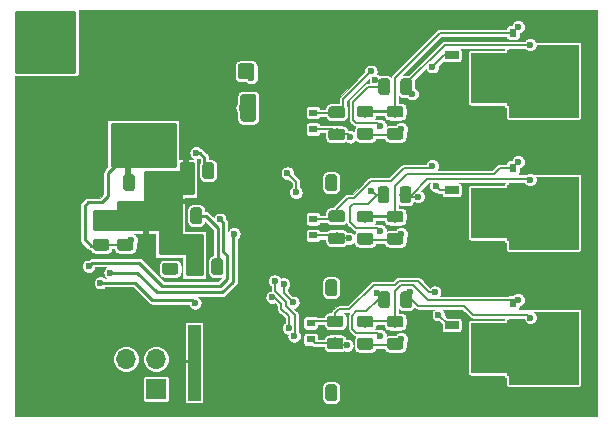
<source format=gbl>
G04 #@! TF.GenerationSoftware,KiCad,Pcbnew,(5.0.0)*
G04 #@! TF.CreationDate,2019-07-21T21:25:58-06:00*
G04 #@! TF.ProjectId,ESC_2Layer,4553435F324C617965722E6B69636164,rev?*
G04 #@! TF.SameCoordinates,PX2fc7720PY3944a50*
G04 #@! TF.FileFunction,Copper,L2,Bot,Signal*
G04 #@! TF.FilePolarity,Positive*
%FSLAX46Y46*%
G04 Gerber Fmt 4.6, Leading zero omitted, Abs format (unit mm)*
G04 Created by KiCad (PCBNEW (5.0.0)) date 07/21/19 21:25:58*
%MOMM*%
%LPD*%
G01*
G04 APERTURE LIST*
G04 #@! TA.AperFunction,Conductor*
%ADD10C,0.100000*%
G04 #@! TD*
G04 #@! TA.AperFunction,SMDPad,CuDef*
%ADD11C,1.325000*%
G04 #@! TD*
G04 #@! TA.AperFunction,SMDPad,CuDef*
%ADD12C,1.350000*%
G04 #@! TD*
G04 #@! TA.AperFunction,SMDPad,CuDef*
%ADD13R,1.600000X1.600000*%
G04 #@! TD*
G04 #@! TA.AperFunction,ComponentPad*
%ADD14R,1.700000X1.700000*%
G04 #@! TD*
G04 #@! TA.AperFunction,ComponentPad*
%ADD15O,1.700000X1.700000*%
G04 #@! TD*
G04 #@! TA.AperFunction,SMDPad,CuDef*
%ADD16R,0.600000X0.700000*%
G04 #@! TD*
G04 #@! TA.AperFunction,SMDPad,CuDef*
%ADD17R,1.150000X0.700000*%
G04 #@! TD*
G04 #@! TA.AperFunction,SMDPad,CuDef*
%ADD18R,3.300000X4.200000*%
G04 #@! TD*
G04 #@! TA.AperFunction,SMDPad,CuDef*
%ADD19R,1.550000X4.700000*%
G04 #@! TD*
G04 #@! TA.AperFunction,SMDPad,CuDef*
%ADD20C,0.975000*%
G04 #@! TD*
G04 #@! TA.AperFunction,SMDPad,CuDef*
%ADD21R,0.700000X0.600000*%
G04 #@! TD*
G04 #@! TA.AperFunction,BGAPad,CuDef*
%ADD22C,1.000000*%
G04 #@! TD*
G04 #@! TA.AperFunction,ViaPad*
%ADD23C,0.600000*%
G04 #@! TD*
G04 #@! TA.AperFunction,Conductor*
%ADD24C,0.152400*%
G04 #@! TD*
G04 #@! TA.AperFunction,Conductor*
%ADD25C,0.254000*%
G04 #@! TD*
G04 #@! TA.AperFunction,Conductor*
%ADD26C,0.381000*%
G04 #@! TD*
G04 #@! TA.AperFunction,Conductor*
%ADD27C,0.508000*%
G04 #@! TD*
G04 #@! TA.AperFunction,Conductor*
%ADD28C,0.025400*%
G04 #@! TD*
%ADD29C,0.254000*%
G04 APERTURE END LIST*
D10*
G04 #@! TO.N,GND*
G04 #@! TO.C,C18*
G36*
X17379505Y-7356204D02*
X17403773Y-7359804D01*
X17427572Y-7365765D01*
X17450671Y-7374030D01*
X17472850Y-7384520D01*
X17493893Y-7397132D01*
X17513599Y-7411747D01*
X17531777Y-7428223D01*
X17548253Y-7446401D01*
X17562868Y-7466107D01*
X17575480Y-7487150D01*
X17585970Y-7509329D01*
X17594235Y-7532428D01*
X17600196Y-7556227D01*
X17603796Y-7580495D01*
X17605000Y-7604999D01*
X17605000Y-9455001D01*
X17603796Y-9479505D01*
X17600196Y-9503773D01*
X17594235Y-9527572D01*
X17585970Y-9550671D01*
X17575480Y-9572850D01*
X17562868Y-9593893D01*
X17548253Y-9613599D01*
X17531777Y-9631777D01*
X17513599Y-9648253D01*
X17493893Y-9662868D01*
X17472850Y-9675480D01*
X17450671Y-9685970D01*
X17427572Y-9694235D01*
X17403773Y-9700196D01*
X17379505Y-9703796D01*
X17355001Y-9705000D01*
X16529999Y-9705000D01*
X16505495Y-9703796D01*
X16481227Y-9700196D01*
X16457428Y-9694235D01*
X16434329Y-9685970D01*
X16412150Y-9675480D01*
X16391107Y-9662868D01*
X16371401Y-9648253D01*
X16353223Y-9631777D01*
X16336747Y-9613599D01*
X16322132Y-9593893D01*
X16309520Y-9572850D01*
X16299030Y-9550671D01*
X16290765Y-9527572D01*
X16284804Y-9503773D01*
X16281204Y-9479505D01*
X16280000Y-9455001D01*
X16280000Y-7604999D01*
X16281204Y-7580495D01*
X16284804Y-7556227D01*
X16290765Y-7532428D01*
X16299030Y-7509329D01*
X16309520Y-7487150D01*
X16322132Y-7466107D01*
X16336747Y-7446401D01*
X16353223Y-7428223D01*
X16371401Y-7411747D01*
X16391107Y-7397132D01*
X16412150Y-7384520D01*
X16434329Y-7374030D01*
X16457428Y-7365765D01*
X16481227Y-7359804D01*
X16505495Y-7356204D01*
X16529999Y-7355000D01*
X17355001Y-7355000D01*
X17379505Y-7356204D01*
X17379505Y-7356204D01*
G37*
D11*
G04 #@! TD*
G04 #@! TO.P,C18,2*
G04 #@! TO.N,GND*
X16942500Y-8530000D03*
D10*
G04 #@! TO.N,+3V3*
G04 #@! TO.C,C18*
G36*
X20454505Y-7356204D02*
X20478773Y-7359804D01*
X20502572Y-7365765D01*
X20525671Y-7374030D01*
X20547850Y-7384520D01*
X20568893Y-7397132D01*
X20588599Y-7411747D01*
X20606777Y-7428223D01*
X20623253Y-7446401D01*
X20637868Y-7466107D01*
X20650480Y-7487150D01*
X20660970Y-7509329D01*
X20669235Y-7532428D01*
X20675196Y-7556227D01*
X20678796Y-7580495D01*
X20680000Y-7604999D01*
X20680000Y-9455001D01*
X20678796Y-9479505D01*
X20675196Y-9503773D01*
X20669235Y-9527572D01*
X20660970Y-9550671D01*
X20650480Y-9572850D01*
X20637868Y-9593893D01*
X20623253Y-9613599D01*
X20606777Y-9631777D01*
X20588599Y-9648253D01*
X20568893Y-9662868D01*
X20547850Y-9675480D01*
X20525671Y-9685970D01*
X20502572Y-9694235D01*
X20478773Y-9700196D01*
X20454505Y-9703796D01*
X20430001Y-9705000D01*
X19604999Y-9705000D01*
X19580495Y-9703796D01*
X19556227Y-9700196D01*
X19532428Y-9694235D01*
X19509329Y-9685970D01*
X19487150Y-9675480D01*
X19466107Y-9662868D01*
X19446401Y-9648253D01*
X19428223Y-9631777D01*
X19411747Y-9613599D01*
X19397132Y-9593893D01*
X19384520Y-9572850D01*
X19374030Y-9550671D01*
X19365765Y-9527572D01*
X19359804Y-9503773D01*
X19356204Y-9479505D01*
X19355000Y-9455001D01*
X19355000Y-7604999D01*
X19356204Y-7580495D01*
X19359804Y-7556227D01*
X19365765Y-7532428D01*
X19374030Y-7509329D01*
X19384520Y-7487150D01*
X19397132Y-7466107D01*
X19411747Y-7446401D01*
X19428223Y-7428223D01*
X19446401Y-7411747D01*
X19466107Y-7397132D01*
X19487150Y-7384520D01*
X19509329Y-7374030D01*
X19532428Y-7365765D01*
X19556227Y-7359804D01*
X19580495Y-7356204D01*
X19604999Y-7355000D01*
X20430001Y-7355000D01*
X20454505Y-7356204D01*
X20454505Y-7356204D01*
G37*
D11*
G04 #@! TD*
G04 #@! TO.P,C18,1*
G04 #@! TO.N,+3V3*
X20017500Y-8530000D03*
D10*
G04 #@! TO.N,+12V*
G04 #@! TO.C,C14*
G36*
X20304505Y-4776204D02*
X20328773Y-4779804D01*
X20352572Y-4785765D01*
X20375671Y-4794030D01*
X20397850Y-4804520D01*
X20418893Y-4817132D01*
X20438599Y-4831747D01*
X20456777Y-4848223D01*
X20473253Y-4866401D01*
X20487868Y-4886107D01*
X20500480Y-4907150D01*
X20510970Y-4929329D01*
X20519235Y-4952428D01*
X20525196Y-4976227D01*
X20528796Y-5000495D01*
X20530000Y-5024999D01*
X20530000Y-5875001D01*
X20528796Y-5899505D01*
X20525196Y-5923773D01*
X20519235Y-5947572D01*
X20510970Y-5970671D01*
X20500480Y-5992850D01*
X20487868Y-6013893D01*
X20473253Y-6033599D01*
X20456777Y-6051777D01*
X20438599Y-6068253D01*
X20418893Y-6082868D01*
X20397850Y-6095480D01*
X20375671Y-6105970D01*
X20352572Y-6114235D01*
X20328773Y-6120196D01*
X20304505Y-6123796D01*
X20280001Y-6125000D01*
X19379999Y-6125000D01*
X19355495Y-6123796D01*
X19331227Y-6120196D01*
X19307428Y-6114235D01*
X19284329Y-6105970D01*
X19262150Y-6095480D01*
X19241107Y-6082868D01*
X19221401Y-6068253D01*
X19203223Y-6051777D01*
X19186747Y-6033599D01*
X19172132Y-6013893D01*
X19159520Y-5992850D01*
X19149030Y-5970671D01*
X19140765Y-5947572D01*
X19134804Y-5923773D01*
X19131204Y-5899505D01*
X19130000Y-5875001D01*
X19130000Y-5024999D01*
X19131204Y-5000495D01*
X19134804Y-4976227D01*
X19140765Y-4952428D01*
X19149030Y-4929329D01*
X19159520Y-4907150D01*
X19172132Y-4886107D01*
X19186747Y-4866401D01*
X19203223Y-4848223D01*
X19221401Y-4831747D01*
X19241107Y-4817132D01*
X19262150Y-4804520D01*
X19284329Y-4794030D01*
X19307428Y-4785765D01*
X19331227Y-4779804D01*
X19355495Y-4776204D01*
X19379999Y-4775000D01*
X20280001Y-4775000D01*
X20304505Y-4776204D01*
X20304505Y-4776204D01*
G37*
D12*
G04 #@! TD*
G04 #@! TO.P,C14,2*
G04 #@! TO.N,+12V*
X19830000Y-5450000D03*
D10*
G04 #@! TO.N,GND*
G04 #@! TO.C,C14*
G36*
X17604505Y-4776204D02*
X17628773Y-4779804D01*
X17652572Y-4785765D01*
X17675671Y-4794030D01*
X17697850Y-4804520D01*
X17718893Y-4817132D01*
X17738599Y-4831747D01*
X17756777Y-4848223D01*
X17773253Y-4866401D01*
X17787868Y-4886107D01*
X17800480Y-4907150D01*
X17810970Y-4929329D01*
X17819235Y-4952428D01*
X17825196Y-4976227D01*
X17828796Y-5000495D01*
X17830000Y-5024999D01*
X17830000Y-5875001D01*
X17828796Y-5899505D01*
X17825196Y-5923773D01*
X17819235Y-5947572D01*
X17810970Y-5970671D01*
X17800480Y-5992850D01*
X17787868Y-6013893D01*
X17773253Y-6033599D01*
X17756777Y-6051777D01*
X17738599Y-6068253D01*
X17718893Y-6082868D01*
X17697850Y-6095480D01*
X17675671Y-6105970D01*
X17652572Y-6114235D01*
X17628773Y-6120196D01*
X17604505Y-6123796D01*
X17580001Y-6125000D01*
X16679999Y-6125000D01*
X16655495Y-6123796D01*
X16631227Y-6120196D01*
X16607428Y-6114235D01*
X16584329Y-6105970D01*
X16562150Y-6095480D01*
X16541107Y-6082868D01*
X16521401Y-6068253D01*
X16503223Y-6051777D01*
X16486747Y-6033599D01*
X16472132Y-6013893D01*
X16459520Y-5992850D01*
X16449030Y-5970671D01*
X16440765Y-5947572D01*
X16434804Y-5923773D01*
X16431204Y-5899505D01*
X16430000Y-5875001D01*
X16430000Y-5024999D01*
X16431204Y-5000495D01*
X16434804Y-4976227D01*
X16440765Y-4952428D01*
X16449030Y-4929329D01*
X16459520Y-4907150D01*
X16472132Y-4886107D01*
X16486747Y-4866401D01*
X16503223Y-4848223D01*
X16521401Y-4831747D01*
X16541107Y-4817132D01*
X16562150Y-4804520D01*
X16584329Y-4794030D01*
X16607428Y-4785765D01*
X16631227Y-4779804D01*
X16655495Y-4776204D01*
X16679999Y-4775000D01*
X17580001Y-4775000D01*
X17604505Y-4776204D01*
X17604505Y-4776204D01*
G37*
D12*
G04 #@! TD*
G04 #@! TO.P,C14,1*
G04 #@! TO.N,GND*
X17130000Y-5450000D03*
D13*
G04 #@! TO.P,C7,2*
G04 #@! TO.N,GND*
X1100000Y-12550000D03*
G04 #@! TD*
D14*
G04 #@! TO.P,J1,1*
G04 #@! TO.N,+3V3*
X12200000Y-32350000D03*
D15*
G04 #@! TO.P,J1,2*
G04 #@! TO.N,GND*
X9660000Y-32350000D03*
G04 #@! TO.P,J1,3*
G04 #@! TO.N,/SWDIO*
X12200000Y-29810000D03*
G04 #@! TO.P,J1,4*
G04 #@! TO.N,/SWCLK*
X9660000Y-29810000D03*
G04 #@! TD*
D16*
G04 #@! TO.P,D6,1*
G04 #@! TO.N,/OUT_C*
X42418000Y-25040000D03*
G04 #@! TO.P,D6,2*
G04 #@! TO.N,GND*
X43818000Y-25040000D03*
G04 #@! TD*
G04 #@! TO.P,D2,2*
G04 #@! TO.N,GND*
X43818000Y-2180000D03*
G04 #@! TO.P,D2,1*
G04 #@! TO.N,/OUT_A*
X42418000Y-2180000D03*
G04 #@! TD*
G04 #@! TO.P,D4,2*
G04 #@! TO.N,GND*
X43818000Y-13610000D03*
G04 #@! TO.P,D4,1*
G04 #@! TO.N,/OUT_B*
X42418000Y-13610000D03*
G04 #@! TD*
D17*
G04 #@! TO.P,Q4,4*
G04 #@! TO.N,Net-(D10-Pad2)*
X37235000Y-15510000D03*
D18*
G04 #@! TO.P,Q4,5*
G04 #@! TO.N,/OUT_B*
X40505000Y-17420000D03*
D19*
X42705000Y-17420000D03*
D17*
G04 #@! TO.P,Q4,3*
G04 #@! TO.N,GND*
X37235000Y-16780000D03*
G04 #@! TO.P,Q4,1*
X37235000Y-19330000D03*
G04 #@! TO.P,Q4,2*
X37235000Y-18060000D03*
G04 #@! TD*
G04 #@! TO.P,Q6,4*
G04 #@! TO.N,Net-(D11-Pad2)*
X37235000Y-26940000D03*
D18*
G04 #@! TO.P,Q6,5*
G04 #@! TO.N,/OUT_C*
X40505000Y-28850000D03*
D19*
X42705000Y-28850000D03*
D17*
G04 #@! TO.P,Q6,3*
G04 #@! TO.N,GND*
X37235000Y-28210000D03*
G04 #@! TO.P,Q6,1*
X37235000Y-30760000D03*
G04 #@! TO.P,Q6,2*
X37235000Y-29490000D03*
G04 #@! TD*
G04 #@! TO.P,Q2,2*
G04 #@! TO.N,GND*
X37235000Y-6630000D03*
G04 #@! TO.P,Q2,1*
X37235000Y-7900000D03*
G04 #@! TO.P,Q2,3*
X37235000Y-5350000D03*
D19*
G04 #@! TO.P,Q2,5*
G04 #@! TO.N,/OUT_A*
X42705000Y-5990000D03*
D18*
X40505000Y-5990000D03*
D17*
G04 #@! TO.P,Q2,4*
G04 #@! TO.N,Net-(D12-Pad2)*
X37235000Y-4080000D03*
G04 #@! TD*
D10*
G04 #@! TO.N,GND*
G04 #@! TO.C,C16*
G36*
X12065142Y-14181174D02*
X12088803Y-14184684D01*
X12112007Y-14190496D01*
X12134529Y-14198554D01*
X12156153Y-14208782D01*
X12176670Y-14221079D01*
X12195883Y-14235329D01*
X12213607Y-14251393D01*
X12229671Y-14269117D01*
X12243921Y-14288330D01*
X12256218Y-14308847D01*
X12266446Y-14330471D01*
X12274504Y-14352993D01*
X12280316Y-14376197D01*
X12283826Y-14399858D01*
X12285000Y-14423750D01*
X12285000Y-15336250D01*
X12283826Y-15360142D01*
X12280316Y-15383803D01*
X12274504Y-15407007D01*
X12266446Y-15429529D01*
X12256218Y-15451153D01*
X12243921Y-15471670D01*
X12229671Y-15490883D01*
X12213607Y-15508607D01*
X12195883Y-15524671D01*
X12176670Y-15538921D01*
X12156153Y-15551218D01*
X12134529Y-15561446D01*
X12112007Y-15569504D01*
X12088803Y-15575316D01*
X12065142Y-15578826D01*
X12041250Y-15580000D01*
X11553750Y-15580000D01*
X11529858Y-15578826D01*
X11506197Y-15575316D01*
X11482993Y-15569504D01*
X11460471Y-15561446D01*
X11438847Y-15551218D01*
X11418330Y-15538921D01*
X11399117Y-15524671D01*
X11381393Y-15508607D01*
X11365329Y-15490883D01*
X11351079Y-15471670D01*
X11338782Y-15451153D01*
X11328554Y-15429529D01*
X11320496Y-15407007D01*
X11314684Y-15383803D01*
X11311174Y-15360142D01*
X11310000Y-15336250D01*
X11310000Y-14423750D01*
X11311174Y-14399858D01*
X11314684Y-14376197D01*
X11320496Y-14352993D01*
X11328554Y-14330471D01*
X11338782Y-14308847D01*
X11351079Y-14288330D01*
X11365329Y-14269117D01*
X11381393Y-14251393D01*
X11399117Y-14235329D01*
X11418330Y-14221079D01*
X11438847Y-14208782D01*
X11460471Y-14198554D01*
X11482993Y-14190496D01*
X11506197Y-14184684D01*
X11529858Y-14181174D01*
X11553750Y-14180000D01*
X12041250Y-14180000D01*
X12065142Y-14181174D01*
X12065142Y-14181174D01*
G37*
D20*
G04 #@! TD*
G04 #@! TO.P,C16,2*
G04 #@! TO.N,GND*
X11797500Y-14880000D03*
D10*
G04 #@! TO.N,+3V3*
G04 #@! TO.C,C16*
G36*
X10190142Y-14181174D02*
X10213803Y-14184684D01*
X10237007Y-14190496D01*
X10259529Y-14198554D01*
X10281153Y-14208782D01*
X10301670Y-14221079D01*
X10320883Y-14235329D01*
X10338607Y-14251393D01*
X10354671Y-14269117D01*
X10368921Y-14288330D01*
X10381218Y-14308847D01*
X10391446Y-14330471D01*
X10399504Y-14352993D01*
X10405316Y-14376197D01*
X10408826Y-14399858D01*
X10410000Y-14423750D01*
X10410000Y-15336250D01*
X10408826Y-15360142D01*
X10405316Y-15383803D01*
X10399504Y-15407007D01*
X10391446Y-15429529D01*
X10381218Y-15451153D01*
X10368921Y-15471670D01*
X10354671Y-15490883D01*
X10338607Y-15508607D01*
X10320883Y-15524671D01*
X10301670Y-15538921D01*
X10281153Y-15551218D01*
X10259529Y-15561446D01*
X10237007Y-15569504D01*
X10213803Y-15575316D01*
X10190142Y-15578826D01*
X10166250Y-15580000D01*
X9678750Y-15580000D01*
X9654858Y-15578826D01*
X9631197Y-15575316D01*
X9607993Y-15569504D01*
X9585471Y-15561446D01*
X9563847Y-15551218D01*
X9543330Y-15538921D01*
X9524117Y-15524671D01*
X9506393Y-15508607D01*
X9490329Y-15490883D01*
X9476079Y-15471670D01*
X9463782Y-15451153D01*
X9453554Y-15429529D01*
X9445496Y-15407007D01*
X9439684Y-15383803D01*
X9436174Y-15360142D01*
X9435000Y-15336250D01*
X9435000Y-14423750D01*
X9436174Y-14399858D01*
X9439684Y-14376197D01*
X9445496Y-14352993D01*
X9453554Y-14330471D01*
X9463782Y-14308847D01*
X9476079Y-14288330D01*
X9490329Y-14269117D01*
X9506393Y-14251393D01*
X9524117Y-14235329D01*
X9543330Y-14221079D01*
X9563847Y-14208782D01*
X9585471Y-14198554D01*
X9607993Y-14190496D01*
X9631197Y-14184684D01*
X9654858Y-14181174D01*
X9678750Y-14180000D01*
X10166250Y-14180000D01*
X10190142Y-14181174D01*
X10190142Y-14181174D01*
G37*
D20*
G04 #@! TD*
G04 #@! TO.P,C16,1*
G04 #@! TO.N,+3V3*
X9922500Y-14880000D03*
D10*
G04 #@! TO.N,+12V*
G04 #@! TO.C,C8*
G36*
X27305142Y-14181174D02*
X27328803Y-14184684D01*
X27352007Y-14190496D01*
X27374529Y-14198554D01*
X27396153Y-14208782D01*
X27416670Y-14221079D01*
X27435883Y-14235329D01*
X27453607Y-14251393D01*
X27469671Y-14269117D01*
X27483921Y-14288330D01*
X27496218Y-14308847D01*
X27506446Y-14330471D01*
X27514504Y-14352993D01*
X27520316Y-14376197D01*
X27523826Y-14399858D01*
X27525000Y-14423750D01*
X27525000Y-15336250D01*
X27523826Y-15360142D01*
X27520316Y-15383803D01*
X27514504Y-15407007D01*
X27506446Y-15429529D01*
X27496218Y-15451153D01*
X27483921Y-15471670D01*
X27469671Y-15490883D01*
X27453607Y-15508607D01*
X27435883Y-15524671D01*
X27416670Y-15538921D01*
X27396153Y-15551218D01*
X27374529Y-15561446D01*
X27352007Y-15569504D01*
X27328803Y-15575316D01*
X27305142Y-15578826D01*
X27281250Y-15580000D01*
X26793750Y-15580000D01*
X26769858Y-15578826D01*
X26746197Y-15575316D01*
X26722993Y-15569504D01*
X26700471Y-15561446D01*
X26678847Y-15551218D01*
X26658330Y-15538921D01*
X26639117Y-15524671D01*
X26621393Y-15508607D01*
X26605329Y-15490883D01*
X26591079Y-15471670D01*
X26578782Y-15451153D01*
X26568554Y-15429529D01*
X26560496Y-15407007D01*
X26554684Y-15383803D01*
X26551174Y-15360142D01*
X26550000Y-15336250D01*
X26550000Y-14423750D01*
X26551174Y-14399858D01*
X26554684Y-14376197D01*
X26560496Y-14352993D01*
X26568554Y-14330471D01*
X26578782Y-14308847D01*
X26591079Y-14288330D01*
X26605329Y-14269117D01*
X26621393Y-14251393D01*
X26639117Y-14235329D01*
X26658330Y-14221079D01*
X26678847Y-14208782D01*
X26700471Y-14198554D01*
X26722993Y-14190496D01*
X26746197Y-14184684D01*
X26769858Y-14181174D01*
X26793750Y-14180000D01*
X27281250Y-14180000D01*
X27305142Y-14181174D01*
X27305142Y-14181174D01*
G37*
D20*
G04 #@! TD*
G04 #@! TO.P,C8,1*
G04 #@! TO.N,+12V*
X27037500Y-14880000D03*
D10*
G04 #@! TO.N,GND*
G04 #@! TO.C,C8*
G36*
X25430142Y-14181174D02*
X25453803Y-14184684D01*
X25477007Y-14190496D01*
X25499529Y-14198554D01*
X25521153Y-14208782D01*
X25541670Y-14221079D01*
X25560883Y-14235329D01*
X25578607Y-14251393D01*
X25594671Y-14269117D01*
X25608921Y-14288330D01*
X25621218Y-14308847D01*
X25631446Y-14330471D01*
X25639504Y-14352993D01*
X25645316Y-14376197D01*
X25648826Y-14399858D01*
X25650000Y-14423750D01*
X25650000Y-15336250D01*
X25648826Y-15360142D01*
X25645316Y-15383803D01*
X25639504Y-15407007D01*
X25631446Y-15429529D01*
X25621218Y-15451153D01*
X25608921Y-15471670D01*
X25594671Y-15490883D01*
X25578607Y-15508607D01*
X25560883Y-15524671D01*
X25541670Y-15538921D01*
X25521153Y-15551218D01*
X25499529Y-15561446D01*
X25477007Y-15569504D01*
X25453803Y-15575316D01*
X25430142Y-15578826D01*
X25406250Y-15580000D01*
X24918750Y-15580000D01*
X24894858Y-15578826D01*
X24871197Y-15575316D01*
X24847993Y-15569504D01*
X24825471Y-15561446D01*
X24803847Y-15551218D01*
X24783330Y-15538921D01*
X24764117Y-15524671D01*
X24746393Y-15508607D01*
X24730329Y-15490883D01*
X24716079Y-15471670D01*
X24703782Y-15451153D01*
X24693554Y-15429529D01*
X24685496Y-15407007D01*
X24679684Y-15383803D01*
X24676174Y-15360142D01*
X24675000Y-15336250D01*
X24675000Y-14423750D01*
X24676174Y-14399858D01*
X24679684Y-14376197D01*
X24685496Y-14352993D01*
X24693554Y-14330471D01*
X24703782Y-14308847D01*
X24716079Y-14288330D01*
X24730329Y-14269117D01*
X24746393Y-14251393D01*
X24764117Y-14235329D01*
X24783330Y-14221079D01*
X24803847Y-14208782D01*
X24825471Y-14198554D01*
X24847993Y-14190496D01*
X24871197Y-14184684D01*
X24894858Y-14181174D01*
X24918750Y-14180000D01*
X25406250Y-14180000D01*
X25430142Y-14181174D01*
X25430142Y-14181174D01*
G37*
D20*
G04 #@! TD*
G04 #@! TO.P,C8,2*
G04 #@! TO.N,GND*
X25162500Y-14880000D03*
D10*
G04 #@! TO.N,/OUT_B*
G04 #@! TO.C,C2*
G36*
X30390142Y-17266174D02*
X30413803Y-17269684D01*
X30437007Y-17275496D01*
X30459529Y-17283554D01*
X30481153Y-17293782D01*
X30501670Y-17306079D01*
X30520883Y-17320329D01*
X30538607Y-17336393D01*
X30554671Y-17354117D01*
X30568921Y-17373330D01*
X30581218Y-17393847D01*
X30591446Y-17415471D01*
X30599504Y-17437993D01*
X30605316Y-17461197D01*
X30608826Y-17484858D01*
X30610000Y-17508750D01*
X30610000Y-17996250D01*
X30608826Y-18020142D01*
X30605316Y-18043803D01*
X30599504Y-18067007D01*
X30591446Y-18089529D01*
X30581218Y-18111153D01*
X30568921Y-18131670D01*
X30554671Y-18150883D01*
X30538607Y-18168607D01*
X30520883Y-18184671D01*
X30501670Y-18198921D01*
X30481153Y-18211218D01*
X30459529Y-18221446D01*
X30437007Y-18229504D01*
X30413803Y-18235316D01*
X30390142Y-18238826D01*
X30366250Y-18240000D01*
X29453750Y-18240000D01*
X29429858Y-18238826D01*
X29406197Y-18235316D01*
X29382993Y-18229504D01*
X29360471Y-18221446D01*
X29338847Y-18211218D01*
X29318330Y-18198921D01*
X29299117Y-18184671D01*
X29281393Y-18168607D01*
X29265329Y-18150883D01*
X29251079Y-18131670D01*
X29238782Y-18111153D01*
X29228554Y-18089529D01*
X29220496Y-18067007D01*
X29214684Y-18043803D01*
X29211174Y-18020142D01*
X29210000Y-17996250D01*
X29210000Y-17508750D01*
X29211174Y-17484858D01*
X29214684Y-17461197D01*
X29220496Y-17437993D01*
X29228554Y-17415471D01*
X29238782Y-17393847D01*
X29251079Y-17373330D01*
X29265329Y-17354117D01*
X29281393Y-17336393D01*
X29299117Y-17320329D01*
X29318330Y-17306079D01*
X29338847Y-17293782D01*
X29360471Y-17283554D01*
X29382993Y-17275496D01*
X29406197Y-17269684D01*
X29429858Y-17266174D01*
X29453750Y-17265000D01*
X30366250Y-17265000D01*
X30390142Y-17266174D01*
X30390142Y-17266174D01*
G37*
D20*
G04 #@! TD*
G04 #@! TO.P,C2,2*
G04 #@! TO.N,/OUT_B*
X29910000Y-17752500D03*
D10*
G04 #@! TO.N,Net-(C2-Pad1)*
G04 #@! TO.C,C2*
G36*
X30390142Y-19141174D02*
X30413803Y-19144684D01*
X30437007Y-19150496D01*
X30459529Y-19158554D01*
X30481153Y-19168782D01*
X30501670Y-19181079D01*
X30520883Y-19195329D01*
X30538607Y-19211393D01*
X30554671Y-19229117D01*
X30568921Y-19248330D01*
X30581218Y-19268847D01*
X30591446Y-19290471D01*
X30599504Y-19312993D01*
X30605316Y-19336197D01*
X30608826Y-19359858D01*
X30610000Y-19383750D01*
X30610000Y-19871250D01*
X30608826Y-19895142D01*
X30605316Y-19918803D01*
X30599504Y-19942007D01*
X30591446Y-19964529D01*
X30581218Y-19986153D01*
X30568921Y-20006670D01*
X30554671Y-20025883D01*
X30538607Y-20043607D01*
X30520883Y-20059671D01*
X30501670Y-20073921D01*
X30481153Y-20086218D01*
X30459529Y-20096446D01*
X30437007Y-20104504D01*
X30413803Y-20110316D01*
X30390142Y-20113826D01*
X30366250Y-20115000D01*
X29453750Y-20115000D01*
X29429858Y-20113826D01*
X29406197Y-20110316D01*
X29382993Y-20104504D01*
X29360471Y-20096446D01*
X29338847Y-20086218D01*
X29318330Y-20073921D01*
X29299117Y-20059671D01*
X29281393Y-20043607D01*
X29265329Y-20025883D01*
X29251079Y-20006670D01*
X29238782Y-19986153D01*
X29228554Y-19964529D01*
X29220496Y-19942007D01*
X29214684Y-19918803D01*
X29211174Y-19895142D01*
X29210000Y-19871250D01*
X29210000Y-19383750D01*
X29211174Y-19359858D01*
X29214684Y-19336197D01*
X29220496Y-19312993D01*
X29228554Y-19290471D01*
X29238782Y-19268847D01*
X29251079Y-19248330D01*
X29265329Y-19229117D01*
X29281393Y-19211393D01*
X29299117Y-19195329D01*
X29318330Y-19181079D01*
X29338847Y-19168782D01*
X29360471Y-19158554D01*
X29382993Y-19150496D01*
X29406197Y-19144684D01*
X29429858Y-19141174D01*
X29453750Y-19140000D01*
X30366250Y-19140000D01*
X30390142Y-19141174D01*
X30390142Y-19141174D01*
G37*
D20*
G04 #@! TD*
G04 #@! TO.P,C2,1*
G04 #@! TO.N,Net-(C2-Pad1)*
X29910000Y-19627500D03*
D10*
G04 #@! TO.N,GND*
G04 #@! TO.C,C19*
G36*
X10070142Y-17774174D02*
X10093803Y-17777684D01*
X10117007Y-17783496D01*
X10139529Y-17791554D01*
X10161153Y-17801782D01*
X10181670Y-17814079D01*
X10200883Y-17828329D01*
X10218607Y-17844393D01*
X10234671Y-17862117D01*
X10248921Y-17881330D01*
X10261218Y-17901847D01*
X10271446Y-17923471D01*
X10279504Y-17945993D01*
X10285316Y-17969197D01*
X10288826Y-17992858D01*
X10290000Y-18016750D01*
X10290000Y-18504250D01*
X10288826Y-18528142D01*
X10285316Y-18551803D01*
X10279504Y-18575007D01*
X10271446Y-18597529D01*
X10261218Y-18619153D01*
X10248921Y-18639670D01*
X10234671Y-18658883D01*
X10218607Y-18676607D01*
X10200883Y-18692671D01*
X10181670Y-18706921D01*
X10161153Y-18719218D01*
X10139529Y-18729446D01*
X10117007Y-18737504D01*
X10093803Y-18743316D01*
X10070142Y-18746826D01*
X10046250Y-18748000D01*
X9133750Y-18748000D01*
X9109858Y-18746826D01*
X9086197Y-18743316D01*
X9062993Y-18737504D01*
X9040471Y-18729446D01*
X9018847Y-18719218D01*
X8998330Y-18706921D01*
X8979117Y-18692671D01*
X8961393Y-18676607D01*
X8945329Y-18658883D01*
X8931079Y-18639670D01*
X8918782Y-18619153D01*
X8908554Y-18597529D01*
X8900496Y-18575007D01*
X8894684Y-18551803D01*
X8891174Y-18528142D01*
X8890000Y-18504250D01*
X8890000Y-18016750D01*
X8891174Y-17992858D01*
X8894684Y-17969197D01*
X8900496Y-17945993D01*
X8908554Y-17923471D01*
X8918782Y-17901847D01*
X8931079Y-17881330D01*
X8945329Y-17862117D01*
X8961393Y-17844393D01*
X8979117Y-17828329D01*
X8998330Y-17814079D01*
X9018847Y-17801782D01*
X9040471Y-17791554D01*
X9062993Y-17783496D01*
X9086197Y-17777684D01*
X9109858Y-17774174D01*
X9133750Y-17773000D01*
X10046250Y-17773000D01*
X10070142Y-17774174D01*
X10070142Y-17774174D01*
G37*
D20*
G04 #@! TD*
G04 #@! TO.P,C19,2*
G04 #@! TO.N,GND*
X9590000Y-18260500D03*
D10*
G04 #@! TO.N,+3V3*
G04 #@! TO.C,C19*
G36*
X10070142Y-19649174D02*
X10093803Y-19652684D01*
X10117007Y-19658496D01*
X10139529Y-19666554D01*
X10161153Y-19676782D01*
X10181670Y-19689079D01*
X10200883Y-19703329D01*
X10218607Y-19719393D01*
X10234671Y-19737117D01*
X10248921Y-19756330D01*
X10261218Y-19776847D01*
X10271446Y-19798471D01*
X10279504Y-19820993D01*
X10285316Y-19844197D01*
X10288826Y-19867858D01*
X10290000Y-19891750D01*
X10290000Y-20379250D01*
X10288826Y-20403142D01*
X10285316Y-20426803D01*
X10279504Y-20450007D01*
X10271446Y-20472529D01*
X10261218Y-20494153D01*
X10248921Y-20514670D01*
X10234671Y-20533883D01*
X10218607Y-20551607D01*
X10200883Y-20567671D01*
X10181670Y-20581921D01*
X10161153Y-20594218D01*
X10139529Y-20604446D01*
X10117007Y-20612504D01*
X10093803Y-20618316D01*
X10070142Y-20621826D01*
X10046250Y-20623000D01*
X9133750Y-20623000D01*
X9109858Y-20621826D01*
X9086197Y-20618316D01*
X9062993Y-20612504D01*
X9040471Y-20604446D01*
X9018847Y-20594218D01*
X8998330Y-20581921D01*
X8979117Y-20567671D01*
X8961393Y-20551607D01*
X8945329Y-20533883D01*
X8931079Y-20514670D01*
X8918782Y-20494153D01*
X8908554Y-20472529D01*
X8900496Y-20450007D01*
X8894684Y-20426803D01*
X8891174Y-20403142D01*
X8890000Y-20379250D01*
X8890000Y-19891750D01*
X8891174Y-19867858D01*
X8894684Y-19844197D01*
X8900496Y-19820993D01*
X8908554Y-19798471D01*
X8918782Y-19776847D01*
X8931079Y-19756330D01*
X8945329Y-19737117D01*
X8961393Y-19719393D01*
X8979117Y-19703329D01*
X8998330Y-19689079D01*
X9018847Y-19676782D01*
X9040471Y-19666554D01*
X9062993Y-19658496D01*
X9086197Y-19652684D01*
X9109858Y-19649174D01*
X9133750Y-19648000D01*
X10046250Y-19648000D01*
X10070142Y-19649174D01*
X10070142Y-19649174D01*
G37*
D20*
G04 #@! TD*
G04 #@! TO.P,C19,1*
G04 #@! TO.N,+3V3*
X9590000Y-20135500D03*
D10*
G04 #@! TO.N,+3V3*
G04 #@! TO.C,C20*
G36*
X8038142Y-19649174D02*
X8061803Y-19652684D01*
X8085007Y-19658496D01*
X8107529Y-19666554D01*
X8129153Y-19676782D01*
X8149670Y-19689079D01*
X8168883Y-19703329D01*
X8186607Y-19719393D01*
X8202671Y-19737117D01*
X8216921Y-19756330D01*
X8229218Y-19776847D01*
X8239446Y-19798471D01*
X8247504Y-19820993D01*
X8253316Y-19844197D01*
X8256826Y-19867858D01*
X8258000Y-19891750D01*
X8258000Y-20379250D01*
X8256826Y-20403142D01*
X8253316Y-20426803D01*
X8247504Y-20450007D01*
X8239446Y-20472529D01*
X8229218Y-20494153D01*
X8216921Y-20514670D01*
X8202671Y-20533883D01*
X8186607Y-20551607D01*
X8168883Y-20567671D01*
X8149670Y-20581921D01*
X8129153Y-20594218D01*
X8107529Y-20604446D01*
X8085007Y-20612504D01*
X8061803Y-20618316D01*
X8038142Y-20621826D01*
X8014250Y-20623000D01*
X7101750Y-20623000D01*
X7077858Y-20621826D01*
X7054197Y-20618316D01*
X7030993Y-20612504D01*
X7008471Y-20604446D01*
X6986847Y-20594218D01*
X6966330Y-20581921D01*
X6947117Y-20567671D01*
X6929393Y-20551607D01*
X6913329Y-20533883D01*
X6899079Y-20514670D01*
X6886782Y-20494153D01*
X6876554Y-20472529D01*
X6868496Y-20450007D01*
X6862684Y-20426803D01*
X6859174Y-20403142D01*
X6858000Y-20379250D01*
X6858000Y-19891750D01*
X6859174Y-19867858D01*
X6862684Y-19844197D01*
X6868496Y-19820993D01*
X6876554Y-19798471D01*
X6886782Y-19776847D01*
X6899079Y-19756330D01*
X6913329Y-19737117D01*
X6929393Y-19719393D01*
X6947117Y-19703329D01*
X6966330Y-19689079D01*
X6986847Y-19676782D01*
X7008471Y-19666554D01*
X7030993Y-19658496D01*
X7054197Y-19652684D01*
X7077858Y-19649174D01*
X7101750Y-19648000D01*
X8014250Y-19648000D01*
X8038142Y-19649174D01*
X8038142Y-19649174D01*
G37*
D20*
G04 #@! TD*
G04 #@! TO.P,C20,1*
G04 #@! TO.N,+3V3*
X7558000Y-20135500D03*
D10*
G04 #@! TO.N,GND*
G04 #@! TO.C,C20*
G36*
X8038142Y-17774174D02*
X8061803Y-17777684D01*
X8085007Y-17783496D01*
X8107529Y-17791554D01*
X8129153Y-17801782D01*
X8149670Y-17814079D01*
X8168883Y-17828329D01*
X8186607Y-17844393D01*
X8202671Y-17862117D01*
X8216921Y-17881330D01*
X8229218Y-17901847D01*
X8239446Y-17923471D01*
X8247504Y-17945993D01*
X8253316Y-17969197D01*
X8256826Y-17992858D01*
X8258000Y-18016750D01*
X8258000Y-18504250D01*
X8256826Y-18528142D01*
X8253316Y-18551803D01*
X8247504Y-18575007D01*
X8239446Y-18597529D01*
X8229218Y-18619153D01*
X8216921Y-18639670D01*
X8202671Y-18658883D01*
X8186607Y-18676607D01*
X8168883Y-18692671D01*
X8149670Y-18706921D01*
X8129153Y-18719218D01*
X8107529Y-18729446D01*
X8085007Y-18737504D01*
X8061803Y-18743316D01*
X8038142Y-18746826D01*
X8014250Y-18748000D01*
X7101750Y-18748000D01*
X7077858Y-18746826D01*
X7054197Y-18743316D01*
X7030993Y-18737504D01*
X7008471Y-18729446D01*
X6986847Y-18719218D01*
X6966330Y-18706921D01*
X6947117Y-18692671D01*
X6929393Y-18676607D01*
X6913329Y-18658883D01*
X6899079Y-18639670D01*
X6886782Y-18619153D01*
X6876554Y-18597529D01*
X6868496Y-18575007D01*
X6862684Y-18551803D01*
X6859174Y-18528142D01*
X6858000Y-18504250D01*
X6858000Y-18016750D01*
X6859174Y-17992858D01*
X6862684Y-17969197D01*
X6868496Y-17945993D01*
X6876554Y-17923471D01*
X6886782Y-17901847D01*
X6899079Y-17881330D01*
X6913329Y-17862117D01*
X6929393Y-17844393D01*
X6947117Y-17828329D01*
X6966330Y-17814079D01*
X6986847Y-17801782D01*
X7008471Y-17791554D01*
X7030993Y-17783496D01*
X7054197Y-17777684D01*
X7077858Y-17774174D01*
X7101750Y-17773000D01*
X8014250Y-17773000D01*
X8038142Y-17774174D01*
X8038142Y-17774174D01*
G37*
D20*
G04 #@! TD*
G04 #@! TO.P,C20,2*
G04 #@! TO.N,GND*
X7558000Y-18260500D03*
D10*
G04 #@! TO.N,GND*
G04 #@! TO.C,C21*
G36*
X13880142Y-19806174D02*
X13903803Y-19809684D01*
X13927007Y-19815496D01*
X13949529Y-19823554D01*
X13971153Y-19833782D01*
X13991670Y-19846079D01*
X14010883Y-19860329D01*
X14028607Y-19876393D01*
X14044671Y-19894117D01*
X14058921Y-19913330D01*
X14071218Y-19933847D01*
X14081446Y-19955471D01*
X14089504Y-19977993D01*
X14095316Y-20001197D01*
X14098826Y-20024858D01*
X14100000Y-20048750D01*
X14100000Y-20536250D01*
X14098826Y-20560142D01*
X14095316Y-20583803D01*
X14089504Y-20607007D01*
X14081446Y-20629529D01*
X14071218Y-20651153D01*
X14058921Y-20671670D01*
X14044671Y-20690883D01*
X14028607Y-20708607D01*
X14010883Y-20724671D01*
X13991670Y-20738921D01*
X13971153Y-20751218D01*
X13949529Y-20761446D01*
X13927007Y-20769504D01*
X13903803Y-20775316D01*
X13880142Y-20778826D01*
X13856250Y-20780000D01*
X12943750Y-20780000D01*
X12919858Y-20778826D01*
X12896197Y-20775316D01*
X12872993Y-20769504D01*
X12850471Y-20761446D01*
X12828847Y-20751218D01*
X12808330Y-20738921D01*
X12789117Y-20724671D01*
X12771393Y-20708607D01*
X12755329Y-20690883D01*
X12741079Y-20671670D01*
X12728782Y-20651153D01*
X12718554Y-20629529D01*
X12710496Y-20607007D01*
X12704684Y-20583803D01*
X12701174Y-20560142D01*
X12700000Y-20536250D01*
X12700000Y-20048750D01*
X12701174Y-20024858D01*
X12704684Y-20001197D01*
X12710496Y-19977993D01*
X12718554Y-19955471D01*
X12728782Y-19933847D01*
X12741079Y-19913330D01*
X12755329Y-19894117D01*
X12771393Y-19876393D01*
X12789117Y-19860329D01*
X12808330Y-19846079D01*
X12828847Y-19833782D01*
X12850471Y-19823554D01*
X12872993Y-19815496D01*
X12896197Y-19809684D01*
X12919858Y-19806174D01*
X12943750Y-19805000D01*
X13856250Y-19805000D01*
X13880142Y-19806174D01*
X13880142Y-19806174D01*
G37*
D20*
G04 #@! TD*
G04 #@! TO.P,C21,2*
G04 #@! TO.N,GND*
X13400000Y-20292500D03*
D10*
G04 #@! TO.N,/NRST*
G04 #@! TO.C,C21*
G36*
X13880142Y-21681174D02*
X13903803Y-21684684D01*
X13927007Y-21690496D01*
X13949529Y-21698554D01*
X13971153Y-21708782D01*
X13991670Y-21721079D01*
X14010883Y-21735329D01*
X14028607Y-21751393D01*
X14044671Y-21769117D01*
X14058921Y-21788330D01*
X14071218Y-21808847D01*
X14081446Y-21830471D01*
X14089504Y-21852993D01*
X14095316Y-21876197D01*
X14098826Y-21899858D01*
X14100000Y-21923750D01*
X14100000Y-22411250D01*
X14098826Y-22435142D01*
X14095316Y-22458803D01*
X14089504Y-22482007D01*
X14081446Y-22504529D01*
X14071218Y-22526153D01*
X14058921Y-22546670D01*
X14044671Y-22565883D01*
X14028607Y-22583607D01*
X14010883Y-22599671D01*
X13991670Y-22613921D01*
X13971153Y-22626218D01*
X13949529Y-22636446D01*
X13927007Y-22644504D01*
X13903803Y-22650316D01*
X13880142Y-22653826D01*
X13856250Y-22655000D01*
X12943750Y-22655000D01*
X12919858Y-22653826D01*
X12896197Y-22650316D01*
X12872993Y-22644504D01*
X12850471Y-22636446D01*
X12828847Y-22626218D01*
X12808330Y-22613921D01*
X12789117Y-22599671D01*
X12771393Y-22583607D01*
X12755329Y-22565883D01*
X12741079Y-22546670D01*
X12728782Y-22526153D01*
X12718554Y-22504529D01*
X12710496Y-22482007D01*
X12704684Y-22458803D01*
X12701174Y-22435142D01*
X12700000Y-22411250D01*
X12700000Y-21923750D01*
X12701174Y-21899858D01*
X12704684Y-21876197D01*
X12710496Y-21852993D01*
X12718554Y-21830471D01*
X12728782Y-21808847D01*
X12741079Y-21788330D01*
X12755329Y-21769117D01*
X12771393Y-21751393D01*
X12789117Y-21735329D01*
X12808330Y-21721079D01*
X12828847Y-21708782D01*
X12850471Y-21698554D01*
X12872993Y-21690496D01*
X12896197Y-21684684D01*
X12919858Y-21681174D01*
X12943750Y-21680000D01*
X13856250Y-21680000D01*
X13880142Y-21681174D01*
X13880142Y-21681174D01*
G37*
D20*
G04 #@! TD*
G04 #@! TO.P,C21,1*
G04 #@! TO.N,/NRST*
X13400000Y-22167500D03*
D10*
G04 #@! TO.N,Net-(C3-Pad1)*
G04 #@! TO.C,C6*
G36*
X32930142Y-28031174D02*
X32953803Y-28034684D01*
X32977007Y-28040496D01*
X32999529Y-28048554D01*
X33021153Y-28058782D01*
X33041670Y-28071079D01*
X33060883Y-28085329D01*
X33078607Y-28101393D01*
X33094671Y-28119117D01*
X33108921Y-28138330D01*
X33121218Y-28158847D01*
X33131446Y-28180471D01*
X33139504Y-28202993D01*
X33145316Y-28226197D01*
X33148826Y-28249858D01*
X33150000Y-28273750D01*
X33150000Y-28761250D01*
X33148826Y-28785142D01*
X33145316Y-28808803D01*
X33139504Y-28832007D01*
X33131446Y-28854529D01*
X33121218Y-28876153D01*
X33108921Y-28896670D01*
X33094671Y-28915883D01*
X33078607Y-28933607D01*
X33060883Y-28949671D01*
X33041670Y-28963921D01*
X33021153Y-28976218D01*
X32999529Y-28986446D01*
X32977007Y-28994504D01*
X32953803Y-29000316D01*
X32930142Y-29003826D01*
X32906250Y-29005000D01*
X31993750Y-29005000D01*
X31969858Y-29003826D01*
X31946197Y-29000316D01*
X31922993Y-28994504D01*
X31900471Y-28986446D01*
X31878847Y-28976218D01*
X31858330Y-28963921D01*
X31839117Y-28949671D01*
X31821393Y-28933607D01*
X31805329Y-28915883D01*
X31791079Y-28896670D01*
X31778782Y-28876153D01*
X31768554Y-28854529D01*
X31760496Y-28832007D01*
X31754684Y-28808803D01*
X31751174Y-28785142D01*
X31750000Y-28761250D01*
X31750000Y-28273750D01*
X31751174Y-28249858D01*
X31754684Y-28226197D01*
X31760496Y-28202993D01*
X31768554Y-28180471D01*
X31778782Y-28158847D01*
X31791079Y-28138330D01*
X31805329Y-28119117D01*
X31821393Y-28101393D01*
X31839117Y-28085329D01*
X31858330Y-28071079D01*
X31878847Y-28058782D01*
X31900471Y-28048554D01*
X31922993Y-28040496D01*
X31946197Y-28034684D01*
X31969858Y-28031174D01*
X31993750Y-28030000D01*
X32906250Y-28030000D01*
X32930142Y-28031174D01*
X32930142Y-28031174D01*
G37*
D20*
G04 #@! TD*
G04 #@! TO.P,C6,1*
G04 #@! TO.N,Net-(C3-Pad1)*
X32450000Y-28517500D03*
D10*
G04 #@! TO.N,/OUT_C*
G04 #@! TO.C,C6*
G36*
X32930142Y-26156174D02*
X32953803Y-26159684D01*
X32977007Y-26165496D01*
X32999529Y-26173554D01*
X33021153Y-26183782D01*
X33041670Y-26196079D01*
X33060883Y-26210329D01*
X33078607Y-26226393D01*
X33094671Y-26244117D01*
X33108921Y-26263330D01*
X33121218Y-26283847D01*
X33131446Y-26305471D01*
X33139504Y-26327993D01*
X33145316Y-26351197D01*
X33148826Y-26374858D01*
X33150000Y-26398750D01*
X33150000Y-26886250D01*
X33148826Y-26910142D01*
X33145316Y-26933803D01*
X33139504Y-26957007D01*
X33131446Y-26979529D01*
X33121218Y-27001153D01*
X33108921Y-27021670D01*
X33094671Y-27040883D01*
X33078607Y-27058607D01*
X33060883Y-27074671D01*
X33041670Y-27088921D01*
X33021153Y-27101218D01*
X32999529Y-27111446D01*
X32977007Y-27119504D01*
X32953803Y-27125316D01*
X32930142Y-27128826D01*
X32906250Y-27130000D01*
X31993750Y-27130000D01*
X31969858Y-27128826D01*
X31946197Y-27125316D01*
X31922993Y-27119504D01*
X31900471Y-27111446D01*
X31878847Y-27101218D01*
X31858330Y-27088921D01*
X31839117Y-27074671D01*
X31821393Y-27058607D01*
X31805329Y-27040883D01*
X31791079Y-27021670D01*
X31778782Y-27001153D01*
X31768554Y-26979529D01*
X31760496Y-26957007D01*
X31754684Y-26933803D01*
X31751174Y-26910142D01*
X31750000Y-26886250D01*
X31750000Y-26398750D01*
X31751174Y-26374858D01*
X31754684Y-26351197D01*
X31760496Y-26327993D01*
X31768554Y-26305471D01*
X31778782Y-26283847D01*
X31791079Y-26263330D01*
X31805329Y-26244117D01*
X31821393Y-26226393D01*
X31839117Y-26210329D01*
X31858330Y-26196079D01*
X31878847Y-26183782D01*
X31900471Y-26173554D01*
X31922993Y-26165496D01*
X31946197Y-26159684D01*
X31969858Y-26156174D01*
X31993750Y-26155000D01*
X32906250Y-26155000D01*
X32930142Y-26156174D01*
X32930142Y-26156174D01*
G37*
D20*
G04 #@! TD*
G04 #@! TO.P,C6,2*
G04 #@! TO.N,/OUT_C*
X32450000Y-26642500D03*
D10*
G04 #@! TO.N,/OUT_B*
G04 #@! TO.C,C5*
G36*
X32930142Y-17266174D02*
X32953803Y-17269684D01*
X32977007Y-17275496D01*
X32999529Y-17283554D01*
X33021153Y-17293782D01*
X33041670Y-17306079D01*
X33060883Y-17320329D01*
X33078607Y-17336393D01*
X33094671Y-17354117D01*
X33108921Y-17373330D01*
X33121218Y-17393847D01*
X33131446Y-17415471D01*
X33139504Y-17437993D01*
X33145316Y-17461197D01*
X33148826Y-17484858D01*
X33150000Y-17508750D01*
X33150000Y-17996250D01*
X33148826Y-18020142D01*
X33145316Y-18043803D01*
X33139504Y-18067007D01*
X33131446Y-18089529D01*
X33121218Y-18111153D01*
X33108921Y-18131670D01*
X33094671Y-18150883D01*
X33078607Y-18168607D01*
X33060883Y-18184671D01*
X33041670Y-18198921D01*
X33021153Y-18211218D01*
X32999529Y-18221446D01*
X32977007Y-18229504D01*
X32953803Y-18235316D01*
X32930142Y-18238826D01*
X32906250Y-18240000D01*
X31993750Y-18240000D01*
X31969858Y-18238826D01*
X31946197Y-18235316D01*
X31922993Y-18229504D01*
X31900471Y-18221446D01*
X31878847Y-18211218D01*
X31858330Y-18198921D01*
X31839117Y-18184671D01*
X31821393Y-18168607D01*
X31805329Y-18150883D01*
X31791079Y-18131670D01*
X31778782Y-18111153D01*
X31768554Y-18089529D01*
X31760496Y-18067007D01*
X31754684Y-18043803D01*
X31751174Y-18020142D01*
X31750000Y-17996250D01*
X31750000Y-17508750D01*
X31751174Y-17484858D01*
X31754684Y-17461197D01*
X31760496Y-17437993D01*
X31768554Y-17415471D01*
X31778782Y-17393847D01*
X31791079Y-17373330D01*
X31805329Y-17354117D01*
X31821393Y-17336393D01*
X31839117Y-17320329D01*
X31858330Y-17306079D01*
X31878847Y-17293782D01*
X31900471Y-17283554D01*
X31922993Y-17275496D01*
X31946197Y-17269684D01*
X31969858Y-17266174D01*
X31993750Y-17265000D01*
X32906250Y-17265000D01*
X32930142Y-17266174D01*
X32930142Y-17266174D01*
G37*
D20*
G04 #@! TD*
G04 #@! TO.P,C5,2*
G04 #@! TO.N,/OUT_B*
X32450000Y-17752500D03*
D10*
G04 #@! TO.N,Net-(C2-Pad1)*
G04 #@! TO.C,C5*
G36*
X32930142Y-19141174D02*
X32953803Y-19144684D01*
X32977007Y-19150496D01*
X32999529Y-19158554D01*
X33021153Y-19168782D01*
X33041670Y-19181079D01*
X33060883Y-19195329D01*
X33078607Y-19211393D01*
X33094671Y-19229117D01*
X33108921Y-19248330D01*
X33121218Y-19268847D01*
X33131446Y-19290471D01*
X33139504Y-19312993D01*
X33145316Y-19336197D01*
X33148826Y-19359858D01*
X33150000Y-19383750D01*
X33150000Y-19871250D01*
X33148826Y-19895142D01*
X33145316Y-19918803D01*
X33139504Y-19942007D01*
X33131446Y-19964529D01*
X33121218Y-19986153D01*
X33108921Y-20006670D01*
X33094671Y-20025883D01*
X33078607Y-20043607D01*
X33060883Y-20059671D01*
X33041670Y-20073921D01*
X33021153Y-20086218D01*
X32999529Y-20096446D01*
X32977007Y-20104504D01*
X32953803Y-20110316D01*
X32930142Y-20113826D01*
X32906250Y-20115000D01*
X31993750Y-20115000D01*
X31969858Y-20113826D01*
X31946197Y-20110316D01*
X31922993Y-20104504D01*
X31900471Y-20096446D01*
X31878847Y-20086218D01*
X31858330Y-20073921D01*
X31839117Y-20059671D01*
X31821393Y-20043607D01*
X31805329Y-20025883D01*
X31791079Y-20006670D01*
X31778782Y-19986153D01*
X31768554Y-19964529D01*
X31760496Y-19942007D01*
X31754684Y-19918803D01*
X31751174Y-19895142D01*
X31750000Y-19871250D01*
X31750000Y-19383750D01*
X31751174Y-19359858D01*
X31754684Y-19336197D01*
X31760496Y-19312993D01*
X31768554Y-19290471D01*
X31778782Y-19268847D01*
X31791079Y-19248330D01*
X31805329Y-19229117D01*
X31821393Y-19211393D01*
X31839117Y-19195329D01*
X31858330Y-19181079D01*
X31878847Y-19168782D01*
X31900471Y-19158554D01*
X31922993Y-19150496D01*
X31946197Y-19144684D01*
X31969858Y-19141174D01*
X31993750Y-19140000D01*
X32906250Y-19140000D01*
X32930142Y-19141174D01*
X32930142Y-19141174D01*
G37*
D20*
G04 #@! TD*
G04 #@! TO.P,C5,1*
G04 #@! TO.N,Net-(C2-Pad1)*
X32450000Y-19627500D03*
D10*
G04 #@! TO.N,Net-(C1-Pad1)*
G04 #@! TO.C,C4*
G36*
X32930142Y-10251174D02*
X32953803Y-10254684D01*
X32977007Y-10260496D01*
X32999529Y-10268554D01*
X33021153Y-10278782D01*
X33041670Y-10291079D01*
X33060883Y-10305329D01*
X33078607Y-10321393D01*
X33094671Y-10339117D01*
X33108921Y-10358330D01*
X33121218Y-10378847D01*
X33131446Y-10400471D01*
X33139504Y-10422993D01*
X33145316Y-10446197D01*
X33148826Y-10469858D01*
X33150000Y-10493750D01*
X33150000Y-10981250D01*
X33148826Y-11005142D01*
X33145316Y-11028803D01*
X33139504Y-11052007D01*
X33131446Y-11074529D01*
X33121218Y-11096153D01*
X33108921Y-11116670D01*
X33094671Y-11135883D01*
X33078607Y-11153607D01*
X33060883Y-11169671D01*
X33041670Y-11183921D01*
X33021153Y-11196218D01*
X32999529Y-11206446D01*
X32977007Y-11214504D01*
X32953803Y-11220316D01*
X32930142Y-11223826D01*
X32906250Y-11225000D01*
X31993750Y-11225000D01*
X31969858Y-11223826D01*
X31946197Y-11220316D01*
X31922993Y-11214504D01*
X31900471Y-11206446D01*
X31878847Y-11196218D01*
X31858330Y-11183921D01*
X31839117Y-11169671D01*
X31821393Y-11153607D01*
X31805329Y-11135883D01*
X31791079Y-11116670D01*
X31778782Y-11096153D01*
X31768554Y-11074529D01*
X31760496Y-11052007D01*
X31754684Y-11028803D01*
X31751174Y-11005142D01*
X31750000Y-10981250D01*
X31750000Y-10493750D01*
X31751174Y-10469858D01*
X31754684Y-10446197D01*
X31760496Y-10422993D01*
X31768554Y-10400471D01*
X31778782Y-10378847D01*
X31791079Y-10358330D01*
X31805329Y-10339117D01*
X31821393Y-10321393D01*
X31839117Y-10305329D01*
X31858330Y-10291079D01*
X31878847Y-10278782D01*
X31900471Y-10268554D01*
X31922993Y-10260496D01*
X31946197Y-10254684D01*
X31969858Y-10251174D01*
X31993750Y-10250000D01*
X32906250Y-10250000D01*
X32930142Y-10251174D01*
X32930142Y-10251174D01*
G37*
D20*
G04 #@! TD*
G04 #@! TO.P,C4,1*
G04 #@! TO.N,Net-(C1-Pad1)*
X32450000Y-10737500D03*
D10*
G04 #@! TO.N,/OUT_A*
G04 #@! TO.C,C4*
G36*
X32930142Y-8376174D02*
X32953803Y-8379684D01*
X32977007Y-8385496D01*
X32999529Y-8393554D01*
X33021153Y-8403782D01*
X33041670Y-8416079D01*
X33060883Y-8430329D01*
X33078607Y-8446393D01*
X33094671Y-8464117D01*
X33108921Y-8483330D01*
X33121218Y-8503847D01*
X33131446Y-8525471D01*
X33139504Y-8547993D01*
X33145316Y-8571197D01*
X33148826Y-8594858D01*
X33150000Y-8618750D01*
X33150000Y-9106250D01*
X33148826Y-9130142D01*
X33145316Y-9153803D01*
X33139504Y-9177007D01*
X33131446Y-9199529D01*
X33121218Y-9221153D01*
X33108921Y-9241670D01*
X33094671Y-9260883D01*
X33078607Y-9278607D01*
X33060883Y-9294671D01*
X33041670Y-9308921D01*
X33021153Y-9321218D01*
X32999529Y-9331446D01*
X32977007Y-9339504D01*
X32953803Y-9345316D01*
X32930142Y-9348826D01*
X32906250Y-9350000D01*
X31993750Y-9350000D01*
X31969858Y-9348826D01*
X31946197Y-9345316D01*
X31922993Y-9339504D01*
X31900471Y-9331446D01*
X31878847Y-9321218D01*
X31858330Y-9308921D01*
X31839117Y-9294671D01*
X31821393Y-9278607D01*
X31805329Y-9260883D01*
X31791079Y-9241670D01*
X31778782Y-9221153D01*
X31768554Y-9199529D01*
X31760496Y-9177007D01*
X31754684Y-9153803D01*
X31751174Y-9130142D01*
X31750000Y-9106250D01*
X31750000Y-8618750D01*
X31751174Y-8594858D01*
X31754684Y-8571197D01*
X31760496Y-8547993D01*
X31768554Y-8525471D01*
X31778782Y-8503847D01*
X31791079Y-8483330D01*
X31805329Y-8464117D01*
X31821393Y-8446393D01*
X31839117Y-8430329D01*
X31858330Y-8416079D01*
X31878847Y-8403782D01*
X31900471Y-8393554D01*
X31922993Y-8385496D01*
X31946197Y-8379684D01*
X31969858Y-8376174D01*
X31993750Y-8375000D01*
X32906250Y-8375000D01*
X32930142Y-8376174D01*
X32930142Y-8376174D01*
G37*
D20*
G04 #@! TD*
G04 #@! TO.P,C4,2*
G04 #@! TO.N,/OUT_A*
X32450000Y-8862500D03*
D10*
G04 #@! TO.N,/OUT_A*
G04 #@! TO.C,C1*
G36*
X30390142Y-8376174D02*
X30413803Y-8379684D01*
X30437007Y-8385496D01*
X30459529Y-8393554D01*
X30481153Y-8403782D01*
X30501670Y-8416079D01*
X30520883Y-8430329D01*
X30538607Y-8446393D01*
X30554671Y-8464117D01*
X30568921Y-8483330D01*
X30581218Y-8503847D01*
X30591446Y-8525471D01*
X30599504Y-8547993D01*
X30605316Y-8571197D01*
X30608826Y-8594858D01*
X30610000Y-8618750D01*
X30610000Y-9106250D01*
X30608826Y-9130142D01*
X30605316Y-9153803D01*
X30599504Y-9177007D01*
X30591446Y-9199529D01*
X30581218Y-9221153D01*
X30568921Y-9241670D01*
X30554671Y-9260883D01*
X30538607Y-9278607D01*
X30520883Y-9294671D01*
X30501670Y-9308921D01*
X30481153Y-9321218D01*
X30459529Y-9331446D01*
X30437007Y-9339504D01*
X30413803Y-9345316D01*
X30390142Y-9348826D01*
X30366250Y-9350000D01*
X29453750Y-9350000D01*
X29429858Y-9348826D01*
X29406197Y-9345316D01*
X29382993Y-9339504D01*
X29360471Y-9331446D01*
X29338847Y-9321218D01*
X29318330Y-9308921D01*
X29299117Y-9294671D01*
X29281393Y-9278607D01*
X29265329Y-9260883D01*
X29251079Y-9241670D01*
X29238782Y-9221153D01*
X29228554Y-9199529D01*
X29220496Y-9177007D01*
X29214684Y-9153803D01*
X29211174Y-9130142D01*
X29210000Y-9106250D01*
X29210000Y-8618750D01*
X29211174Y-8594858D01*
X29214684Y-8571197D01*
X29220496Y-8547993D01*
X29228554Y-8525471D01*
X29238782Y-8503847D01*
X29251079Y-8483330D01*
X29265329Y-8464117D01*
X29281393Y-8446393D01*
X29299117Y-8430329D01*
X29318330Y-8416079D01*
X29338847Y-8403782D01*
X29360471Y-8393554D01*
X29382993Y-8385496D01*
X29406197Y-8379684D01*
X29429858Y-8376174D01*
X29453750Y-8375000D01*
X30366250Y-8375000D01*
X30390142Y-8376174D01*
X30390142Y-8376174D01*
G37*
D20*
G04 #@! TD*
G04 #@! TO.P,C1,2*
G04 #@! TO.N,/OUT_A*
X29910000Y-8862500D03*
D10*
G04 #@! TO.N,Net-(C1-Pad1)*
G04 #@! TO.C,C1*
G36*
X30390142Y-10251174D02*
X30413803Y-10254684D01*
X30437007Y-10260496D01*
X30459529Y-10268554D01*
X30481153Y-10278782D01*
X30501670Y-10291079D01*
X30520883Y-10305329D01*
X30538607Y-10321393D01*
X30554671Y-10339117D01*
X30568921Y-10358330D01*
X30581218Y-10378847D01*
X30591446Y-10400471D01*
X30599504Y-10422993D01*
X30605316Y-10446197D01*
X30608826Y-10469858D01*
X30610000Y-10493750D01*
X30610000Y-10981250D01*
X30608826Y-11005142D01*
X30605316Y-11028803D01*
X30599504Y-11052007D01*
X30591446Y-11074529D01*
X30581218Y-11096153D01*
X30568921Y-11116670D01*
X30554671Y-11135883D01*
X30538607Y-11153607D01*
X30520883Y-11169671D01*
X30501670Y-11183921D01*
X30481153Y-11196218D01*
X30459529Y-11206446D01*
X30437007Y-11214504D01*
X30413803Y-11220316D01*
X30390142Y-11223826D01*
X30366250Y-11225000D01*
X29453750Y-11225000D01*
X29429858Y-11223826D01*
X29406197Y-11220316D01*
X29382993Y-11214504D01*
X29360471Y-11206446D01*
X29338847Y-11196218D01*
X29318330Y-11183921D01*
X29299117Y-11169671D01*
X29281393Y-11153607D01*
X29265329Y-11135883D01*
X29251079Y-11116670D01*
X29238782Y-11096153D01*
X29228554Y-11074529D01*
X29220496Y-11052007D01*
X29214684Y-11028803D01*
X29211174Y-11005142D01*
X29210000Y-10981250D01*
X29210000Y-10493750D01*
X29211174Y-10469858D01*
X29214684Y-10446197D01*
X29220496Y-10422993D01*
X29228554Y-10400471D01*
X29238782Y-10378847D01*
X29251079Y-10358330D01*
X29265329Y-10339117D01*
X29281393Y-10321393D01*
X29299117Y-10305329D01*
X29318330Y-10291079D01*
X29338847Y-10278782D01*
X29360471Y-10268554D01*
X29382993Y-10260496D01*
X29406197Y-10254684D01*
X29429858Y-10251174D01*
X29453750Y-10250000D01*
X30366250Y-10250000D01*
X30390142Y-10251174D01*
X30390142Y-10251174D01*
G37*
D20*
G04 #@! TD*
G04 #@! TO.P,C1,1*
G04 #@! TO.N,Net-(C1-Pad1)*
X29910000Y-10737500D03*
D10*
G04 #@! TO.N,+3V3*
G04 #@! TO.C,C17*
G36*
X15875142Y-16975174D02*
X15898803Y-16978684D01*
X15922007Y-16984496D01*
X15944529Y-16992554D01*
X15966153Y-17002782D01*
X15986670Y-17015079D01*
X16005883Y-17029329D01*
X16023607Y-17045393D01*
X16039671Y-17063117D01*
X16053921Y-17082330D01*
X16066218Y-17102847D01*
X16076446Y-17124471D01*
X16084504Y-17146993D01*
X16090316Y-17170197D01*
X16093826Y-17193858D01*
X16095000Y-17217750D01*
X16095000Y-18130250D01*
X16093826Y-18154142D01*
X16090316Y-18177803D01*
X16084504Y-18201007D01*
X16076446Y-18223529D01*
X16066218Y-18245153D01*
X16053921Y-18265670D01*
X16039671Y-18284883D01*
X16023607Y-18302607D01*
X16005883Y-18318671D01*
X15986670Y-18332921D01*
X15966153Y-18345218D01*
X15944529Y-18355446D01*
X15922007Y-18363504D01*
X15898803Y-18369316D01*
X15875142Y-18372826D01*
X15851250Y-18374000D01*
X15363750Y-18374000D01*
X15339858Y-18372826D01*
X15316197Y-18369316D01*
X15292993Y-18363504D01*
X15270471Y-18355446D01*
X15248847Y-18345218D01*
X15228330Y-18332921D01*
X15209117Y-18318671D01*
X15191393Y-18302607D01*
X15175329Y-18284883D01*
X15161079Y-18265670D01*
X15148782Y-18245153D01*
X15138554Y-18223529D01*
X15130496Y-18201007D01*
X15124684Y-18177803D01*
X15121174Y-18154142D01*
X15120000Y-18130250D01*
X15120000Y-17217750D01*
X15121174Y-17193858D01*
X15124684Y-17170197D01*
X15130496Y-17146993D01*
X15138554Y-17124471D01*
X15148782Y-17102847D01*
X15161079Y-17082330D01*
X15175329Y-17063117D01*
X15191393Y-17045393D01*
X15209117Y-17029329D01*
X15228330Y-17015079D01*
X15248847Y-17002782D01*
X15270471Y-16992554D01*
X15292993Y-16984496D01*
X15316197Y-16978684D01*
X15339858Y-16975174D01*
X15363750Y-16974000D01*
X15851250Y-16974000D01*
X15875142Y-16975174D01*
X15875142Y-16975174D01*
G37*
D20*
G04 #@! TD*
G04 #@! TO.P,C17,1*
G04 #@! TO.N,+3V3*
X15607500Y-17674000D03*
D10*
G04 #@! TO.N,GND*
G04 #@! TO.C,C17*
G36*
X14000142Y-16975174D02*
X14023803Y-16978684D01*
X14047007Y-16984496D01*
X14069529Y-16992554D01*
X14091153Y-17002782D01*
X14111670Y-17015079D01*
X14130883Y-17029329D01*
X14148607Y-17045393D01*
X14164671Y-17063117D01*
X14178921Y-17082330D01*
X14191218Y-17102847D01*
X14201446Y-17124471D01*
X14209504Y-17146993D01*
X14215316Y-17170197D01*
X14218826Y-17193858D01*
X14220000Y-17217750D01*
X14220000Y-18130250D01*
X14218826Y-18154142D01*
X14215316Y-18177803D01*
X14209504Y-18201007D01*
X14201446Y-18223529D01*
X14191218Y-18245153D01*
X14178921Y-18265670D01*
X14164671Y-18284883D01*
X14148607Y-18302607D01*
X14130883Y-18318671D01*
X14111670Y-18332921D01*
X14091153Y-18345218D01*
X14069529Y-18355446D01*
X14047007Y-18363504D01*
X14023803Y-18369316D01*
X14000142Y-18372826D01*
X13976250Y-18374000D01*
X13488750Y-18374000D01*
X13464858Y-18372826D01*
X13441197Y-18369316D01*
X13417993Y-18363504D01*
X13395471Y-18355446D01*
X13373847Y-18345218D01*
X13353330Y-18332921D01*
X13334117Y-18318671D01*
X13316393Y-18302607D01*
X13300329Y-18284883D01*
X13286079Y-18265670D01*
X13273782Y-18245153D01*
X13263554Y-18223529D01*
X13255496Y-18201007D01*
X13249684Y-18177803D01*
X13246174Y-18154142D01*
X13245000Y-18130250D01*
X13245000Y-17217750D01*
X13246174Y-17193858D01*
X13249684Y-17170197D01*
X13255496Y-17146993D01*
X13263554Y-17124471D01*
X13273782Y-17102847D01*
X13286079Y-17082330D01*
X13300329Y-17063117D01*
X13316393Y-17045393D01*
X13334117Y-17029329D01*
X13353330Y-17015079D01*
X13373847Y-17002782D01*
X13395471Y-16992554D01*
X13417993Y-16984496D01*
X13441197Y-16978684D01*
X13464858Y-16975174D01*
X13488750Y-16974000D01*
X13976250Y-16974000D01*
X14000142Y-16975174D01*
X14000142Y-16975174D01*
G37*
D20*
G04 #@! TD*
G04 #@! TO.P,C17,2*
G04 #@! TO.N,GND*
X13732500Y-17674000D03*
D10*
G04 #@! TO.N,GND*
G04 #@! TO.C,C9*
G36*
X25430142Y-23071174D02*
X25453803Y-23074684D01*
X25477007Y-23080496D01*
X25499529Y-23088554D01*
X25521153Y-23098782D01*
X25541670Y-23111079D01*
X25560883Y-23125329D01*
X25578607Y-23141393D01*
X25594671Y-23159117D01*
X25608921Y-23178330D01*
X25621218Y-23198847D01*
X25631446Y-23220471D01*
X25639504Y-23242993D01*
X25645316Y-23266197D01*
X25648826Y-23289858D01*
X25650000Y-23313750D01*
X25650000Y-24226250D01*
X25648826Y-24250142D01*
X25645316Y-24273803D01*
X25639504Y-24297007D01*
X25631446Y-24319529D01*
X25621218Y-24341153D01*
X25608921Y-24361670D01*
X25594671Y-24380883D01*
X25578607Y-24398607D01*
X25560883Y-24414671D01*
X25541670Y-24428921D01*
X25521153Y-24441218D01*
X25499529Y-24451446D01*
X25477007Y-24459504D01*
X25453803Y-24465316D01*
X25430142Y-24468826D01*
X25406250Y-24470000D01*
X24918750Y-24470000D01*
X24894858Y-24468826D01*
X24871197Y-24465316D01*
X24847993Y-24459504D01*
X24825471Y-24451446D01*
X24803847Y-24441218D01*
X24783330Y-24428921D01*
X24764117Y-24414671D01*
X24746393Y-24398607D01*
X24730329Y-24380883D01*
X24716079Y-24361670D01*
X24703782Y-24341153D01*
X24693554Y-24319529D01*
X24685496Y-24297007D01*
X24679684Y-24273803D01*
X24676174Y-24250142D01*
X24675000Y-24226250D01*
X24675000Y-23313750D01*
X24676174Y-23289858D01*
X24679684Y-23266197D01*
X24685496Y-23242993D01*
X24693554Y-23220471D01*
X24703782Y-23198847D01*
X24716079Y-23178330D01*
X24730329Y-23159117D01*
X24746393Y-23141393D01*
X24764117Y-23125329D01*
X24783330Y-23111079D01*
X24803847Y-23098782D01*
X24825471Y-23088554D01*
X24847993Y-23080496D01*
X24871197Y-23074684D01*
X24894858Y-23071174D01*
X24918750Y-23070000D01*
X25406250Y-23070000D01*
X25430142Y-23071174D01*
X25430142Y-23071174D01*
G37*
D20*
G04 #@! TD*
G04 #@! TO.P,C9,2*
G04 #@! TO.N,GND*
X25162500Y-23770000D03*
D10*
G04 #@! TO.N,+12V*
G04 #@! TO.C,C9*
G36*
X27305142Y-23071174D02*
X27328803Y-23074684D01*
X27352007Y-23080496D01*
X27374529Y-23088554D01*
X27396153Y-23098782D01*
X27416670Y-23111079D01*
X27435883Y-23125329D01*
X27453607Y-23141393D01*
X27469671Y-23159117D01*
X27483921Y-23178330D01*
X27496218Y-23198847D01*
X27506446Y-23220471D01*
X27514504Y-23242993D01*
X27520316Y-23266197D01*
X27523826Y-23289858D01*
X27525000Y-23313750D01*
X27525000Y-24226250D01*
X27523826Y-24250142D01*
X27520316Y-24273803D01*
X27514504Y-24297007D01*
X27506446Y-24319529D01*
X27496218Y-24341153D01*
X27483921Y-24361670D01*
X27469671Y-24380883D01*
X27453607Y-24398607D01*
X27435883Y-24414671D01*
X27416670Y-24428921D01*
X27396153Y-24441218D01*
X27374529Y-24451446D01*
X27352007Y-24459504D01*
X27328803Y-24465316D01*
X27305142Y-24468826D01*
X27281250Y-24470000D01*
X26793750Y-24470000D01*
X26769858Y-24468826D01*
X26746197Y-24465316D01*
X26722993Y-24459504D01*
X26700471Y-24451446D01*
X26678847Y-24441218D01*
X26658330Y-24428921D01*
X26639117Y-24414671D01*
X26621393Y-24398607D01*
X26605329Y-24380883D01*
X26591079Y-24361670D01*
X26578782Y-24341153D01*
X26568554Y-24319529D01*
X26560496Y-24297007D01*
X26554684Y-24273803D01*
X26551174Y-24250142D01*
X26550000Y-24226250D01*
X26550000Y-23313750D01*
X26551174Y-23289858D01*
X26554684Y-23266197D01*
X26560496Y-23242993D01*
X26568554Y-23220471D01*
X26578782Y-23198847D01*
X26591079Y-23178330D01*
X26605329Y-23159117D01*
X26621393Y-23141393D01*
X26639117Y-23125329D01*
X26658330Y-23111079D01*
X26678847Y-23098782D01*
X26700471Y-23088554D01*
X26722993Y-23080496D01*
X26746197Y-23074684D01*
X26769858Y-23071174D01*
X26793750Y-23070000D01*
X27281250Y-23070000D01*
X27305142Y-23071174D01*
X27305142Y-23071174D01*
G37*
D20*
G04 #@! TD*
G04 #@! TO.P,C9,1*
G04 #@! TO.N,+12V*
X27037500Y-23770000D03*
D10*
G04 #@! TO.N,+12V*
G04 #@! TO.C,C10*
G36*
X27305142Y-31961174D02*
X27328803Y-31964684D01*
X27352007Y-31970496D01*
X27374529Y-31978554D01*
X27396153Y-31988782D01*
X27416670Y-32001079D01*
X27435883Y-32015329D01*
X27453607Y-32031393D01*
X27469671Y-32049117D01*
X27483921Y-32068330D01*
X27496218Y-32088847D01*
X27506446Y-32110471D01*
X27514504Y-32132993D01*
X27520316Y-32156197D01*
X27523826Y-32179858D01*
X27525000Y-32203750D01*
X27525000Y-33116250D01*
X27523826Y-33140142D01*
X27520316Y-33163803D01*
X27514504Y-33187007D01*
X27506446Y-33209529D01*
X27496218Y-33231153D01*
X27483921Y-33251670D01*
X27469671Y-33270883D01*
X27453607Y-33288607D01*
X27435883Y-33304671D01*
X27416670Y-33318921D01*
X27396153Y-33331218D01*
X27374529Y-33341446D01*
X27352007Y-33349504D01*
X27328803Y-33355316D01*
X27305142Y-33358826D01*
X27281250Y-33360000D01*
X26793750Y-33360000D01*
X26769858Y-33358826D01*
X26746197Y-33355316D01*
X26722993Y-33349504D01*
X26700471Y-33341446D01*
X26678847Y-33331218D01*
X26658330Y-33318921D01*
X26639117Y-33304671D01*
X26621393Y-33288607D01*
X26605329Y-33270883D01*
X26591079Y-33251670D01*
X26578782Y-33231153D01*
X26568554Y-33209529D01*
X26560496Y-33187007D01*
X26554684Y-33163803D01*
X26551174Y-33140142D01*
X26550000Y-33116250D01*
X26550000Y-32203750D01*
X26551174Y-32179858D01*
X26554684Y-32156197D01*
X26560496Y-32132993D01*
X26568554Y-32110471D01*
X26578782Y-32088847D01*
X26591079Y-32068330D01*
X26605329Y-32049117D01*
X26621393Y-32031393D01*
X26639117Y-32015329D01*
X26658330Y-32001079D01*
X26678847Y-31988782D01*
X26700471Y-31978554D01*
X26722993Y-31970496D01*
X26746197Y-31964684D01*
X26769858Y-31961174D01*
X26793750Y-31960000D01*
X27281250Y-31960000D01*
X27305142Y-31961174D01*
X27305142Y-31961174D01*
G37*
D20*
G04 #@! TD*
G04 #@! TO.P,C10,1*
G04 #@! TO.N,+12V*
X27037500Y-32660000D03*
D10*
G04 #@! TO.N,GND*
G04 #@! TO.C,C10*
G36*
X25430142Y-31961174D02*
X25453803Y-31964684D01*
X25477007Y-31970496D01*
X25499529Y-31978554D01*
X25521153Y-31988782D01*
X25541670Y-32001079D01*
X25560883Y-32015329D01*
X25578607Y-32031393D01*
X25594671Y-32049117D01*
X25608921Y-32068330D01*
X25621218Y-32088847D01*
X25631446Y-32110471D01*
X25639504Y-32132993D01*
X25645316Y-32156197D01*
X25648826Y-32179858D01*
X25650000Y-32203750D01*
X25650000Y-33116250D01*
X25648826Y-33140142D01*
X25645316Y-33163803D01*
X25639504Y-33187007D01*
X25631446Y-33209529D01*
X25621218Y-33231153D01*
X25608921Y-33251670D01*
X25594671Y-33270883D01*
X25578607Y-33288607D01*
X25560883Y-33304671D01*
X25541670Y-33318921D01*
X25521153Y-33331218D01*
X25499529Y-33341446D01*
X25477007Y-33349504D01*
X25453803Y-33355316D01*
X25430142Y-33358826D01*
X25406250Y-33360000D01*
X24918750Y-33360000D01*
X24894858Y-33358826D01*
X24871197Y-33355316D01*
X24847993Y-33349504D01*
X24825471Y-33341446D01*
X24803847Y-33331218D01*
X24783330Y-33318921D01*
X24764117Y-33304671D01*
X24746393Y-33288607D01*
X24730329Y-33270883D01*
X24716079Y-33251670D01*
X24703782Y-33231153D01*
X24693554Y-33209529D01*
X24685496Y-33187007D01*
X24679684Y-33163803D01*
X24676174Y-33140142D01*
X24675000Y-33116250D01*
X24675000Y-32203750D01*
X24676174Y-32179858D01*
X24679684Y-32156197D01*
X24685496Y-32132993D01*
X24693554Y-32110471D01*
X24703782Y-32088847D01*
X24716079Y-32068330D01*
X24730329Y-32049117D01*
X24746393Y-32031393D01*
X24764117Y-32015329D01*
X24783330Y-32001079D01*
X24803847Y-31988782D01*
X24825471Y-31978554D01*
X24847993Y-31970496D01*
X24871197Y-31964684D01*
X24894858Y-31961174D01*
X24918750Y-31960000D01*
X25406250Y-31960000D01*
X25430142Y-31961174D01*
X25430142Y-31961174D01*
G37*
D20*
G04 #@! TD*
G04 #@! TO.P,C10,2*
G04 #@! TO.N,GND*
X25162500Y-32660000D03*
D10*
G04 #@! TO.N,/OUT_C*
G04 #@! TO.C,C3*
G36*
X30390142Y-26156174D02*
X30413803Y-26159684D01*
X30437007Y-26165496D01*
X30459529Y-26173554D01*
X30481153Y-26183782D01*
X30501670Y-26196079D01*
X30520883Y-26210329D01*
X30538607Y-26226393D01*
X30554671Y-26244117D01*
X30568921Y-26263330D01*
X30581218Y-26283847D01*
X30591446Y-26305471D01*
X30599504Y-26327993D01*
X30605316Y-26351197D01*
X30608826Y-26374858D01*
X30610000Y-26398750D01*
X30610000Y-26886250D01*
X30608826Y-26910142D01*
X30605316Y-26933803D01*
X30599504Y-26957007D01*
X30591446Y-26979529D01*
X30581218Y-27001153D01*
X30568921Y-27021670D01*
X30554671Y-27040883D01*
X30538607Y-27058607D01*
X30520883Y-27074671D01*
X30501670Y-27088921D01*
X30481153Y-27101218D01*
X30459529Y-27111446D01*
X30437007Y-27119504D01*
X30413803Y-27125316D01*
X30390142Y-27128826D01*
X30366250Y-27130000D01*
X29453750Y-27130000D01*
X29429858Y-27128826D01*
X29406197Y-27125316D01*
X29382993Y-27119504D01*
X29360471Y-27111446D01*
X29338847Y-27101218D01*
X29318330Y-27088921D01*
X29299117Y-27074671D01*
X29281393Y-27058607D01*
X29265329Y-27040883D01*
X29251079Y-27021670D01*
X29238782Y-27001153D01*
X29228554Y-26979529D01*
X29220496Y-26957007D01*
X29214684Y-26933803D01*
X29211174Y-26910142D01*
X29210000Y-26886250D01*
X29210000Y-26398750D01*
X29211174Y-26374858D01*
X29214684Y-26351197D01*
X29220496Y-26327993D01*
X29228554Y-26305471D01*
X29238782Y-26283847D01*
X29251079Y-26263330D01*
X29265329Y-26244117D01*
X29281393Y-26226393D01*
X29299117Y-26210329D01*
X29318330Y-26196079D01*
X29338847Y-26183782D01*
X29360471Y-26173554D01*
X29382993Y-26165496D01*
X29406197Y-26159684D01*
X29429858Y-26156174D01*
X29453750Y-26155000D01*
X30366250Y-26155000D01*
X30390142Y-26156174D01*
X30390142Y-26156174D01*
G37*
D20*
G04 #@! TD*
G04 #@! TO.P,C3,2*
G04 #@! TO.N,/OUT_C*
X29910000Y-26642500D03*
D10*
G04 #@! TO.N,Net-(C3-Pad1)*
G04 #@! TO.C,C3*
G36*
X30390142Y-28031174D02*
X30413803Y-28034684D01*
X30437007Y-28040496D01*
X30459529Y-28048554D01*
X30481153Y-28058782D01*
X30501670Y-28071079D01*
X30520883Y-28085329D01*
X30538607Y-28101393D01*
X30554671Y-28119117D01*
X30568921Y-28138330D01*
X30581218Y-28158847D01*
X30591446Y-28180471D01*
X30599504Y-28202993D01*
X30605316Y-28226197D01*
X30608826Y-28249858D01*
X30610000Y-28273750D01*
X30610000Y-28761250D01*
X30608826Y-28785142D01*
X30605316Y-28808803D01*
X30599504Y-28832007D01*
X30591446Y-28854529D01*
X30581218Y-28876153D01*
X30568921Y-28896670D01*
X30554671Y-28915883D01*
X30538607Y-28933607D01*
X30520883Y-28949671D01*
X30501670Y-28963921D01*
X30481153Y-28976218D01*
X30459529Y-28986446D01*
X30437007Y-28994504D01*
X30413803Y-29000316D01*
X30390142Y-29003826D01*
X30366250Y-29005000D01*
X29453750Y-29005000D01*
X29429858Y-29003826D01*
X29406197Y-29000316D01*
X29382993Y-28994504D01*
X29360471Y-28986446D01*
X29338847Y-28976218D01*
X29318330Y-28963921D01*
X29299117Y-28949671D01*
X29281393Y-28933607D01*
X29265329Y-28915883D01*
X29251079Y-28896670D01*
X29238782Y-28876153D01*
X29228554Y-28854529D01*
X29220496Y-28832007D01*
X29214684Y-28808803D01*
X29211174Y-28785142D01*
X29210000Y-28761250D01*
X29210000Y-28273750D01*
X29211174Y-28249858D01*
X29214684Y-28226197D01*
X29220496Y-28202993D01*
X29228554Y-28180471D01*
X29238782Y-28158847D01*
X29251079Y-28138330D01*
X29265329Y-28119117D01*
X29281393Y-28101393D01*
X29299117Y-28085329D01*
X29318330Y-28071079D01*
X29338847Y-28058782D01*
X29360471Y-28048554D01*
X29382993Y-28040496D01*
X29406197Y-28034684D01*
X29429858Y-28031174D01*
X29453750Y-28030000D01*
X30366250Y-28030000D01*
X30390142Y-28031174D01*
X30390142Y-28031174D01*
G37*
D20*
G04 #@! TD*
G04 #@! TO.P,C3,1*
G04 #@! TO.N,Net-(C3-Pad1)*
X29910000Y-28517500D03*
D10*
G04 #@! TO.N,+3V3*
G04 #@! TO.C,C15*
G36*
X17653142Y-21293174D02*
X17676803Y-21296684D01*
X17700007Y-21302496D01*
X17722529Y-21310554D01*
X17744153Y-21320782D01*
X17764670Y-21333079D01*
X17783883Y-21347329D01*
X17801607Y-21363393D01*
X17817671Y-21381117D01*
X17831921Y-21400330D01*
X17844218Y-21420847D01*
X17854446Y-21442471D01*
X17862504Y-21464993D01*
X17868316Y-21488197D01*
X17871826Y-21511858D01*
X17873000Y-21535750D01*
X17873000Y-22448250D01*
X17871826Y-22472142D01*
X17868316Y-22495803D01*
X17862504Y-22519007D01*
X17854446Y-22541529D01*
X17844218Y-22563153D01*
X17831921Y-22583670D01*
X17817671Y-22602883D01*
X17801607Y-22620607D01*
X17783883Y-22636671D01*
X17764670Y-22650921D01*
X17744153Y-22663218D01*
X17722529Y-22673446D01*
X17700007Y-22681504D01*
X17676803Y-22687316D01*
X17653142Y-22690826D01*
X17629250Y-22692000D01*
X17141750Y-22692000D01*
X17117858Y-22690826D01*
X17094197Y-22687316D01*
X17070993Y-22681504D01*
X17048471Y-22673446D01*
X17026847Y-22663218D01*
X17006330Y-22650921D01*
X16987117Y-22636671D01*
X16969393Y-22620607D01*
X16953329Y-22602883D01*
X16939079Y-22583670D01*
X16926782Y-22563153D01*
X16916554Y-22541529D01*
X16908496Y-22519007D01*
X16902684Y-22495803D01*
X16899174Y-22472142D01*
X16898000Y-22448250D01*
X16898000Y-21535750D01*
X16899174Y-21511858D01*
X16902684Y-21488197D01*
X16908496Y-21464993D01*
X16916554Y-21442471D01*
X16926782Y-21420847D01*
X16939079Y-21400330D01*
X16953329Y-21381117D01*
X16969393Y-21363393D01*
X16987117Y-21347329D01*
X17006330Y-21333079D01*
X17026847Y-21320782D01*
X17048471Y-21310554D01*
X17070993Y-21302496D01*
X17094197Y-21296684D01*
X17117858Y-21293174D01*
X17141750Y-21292000D01*
X17629250Y-21292000D01*
X17653142Y-21293174D01*
X17653142Y-21293174D01*
G37*
D20*
G04 #@! TD*
G04 #@! TO.P,C15,1*
G04 #@! TO.N,+3V3*
X17385500Y-21992000D03*
D10*
G04 #@! TO.N,GND*
G04 #@! TO.C,C15*
G36*
X15778142Y-21293174D02*
X15801803Y-21296684D01*
X15825007Y-21302496D01*
X15847529Y-21310554D01*
X15869153Y-21320782D01*
X15889670Y-21333079D01*
X15908883Y-21347329D01*
X15926607Y-21363393D01*
X15942671Y-21381117D01*
X15956921Y-21400330D01*
X15969218Y-21420847D01*
X15979446Y-21442471D01*
X15987504Y-21464993D01*
X15993316Y-21488197D01*
X15996826Y-21511858D01*
X15998000Y-21535750D01*
X15998000Y-22448250D01*
X15996826Y-22472142D01*
X15993316Y-22495803D01*
X15987504Y-22519007D01*
X15979446Y-22541529D01*
X15969218Y-22563153D01*
X15956921Y-22583670D01*
X15942671Y-22602883D01*
X15926607Y-22620607D01*
X15908883Y-22636671D01*
X15889670Y-22650921D01*
X15869153Y-22663218D01*
X15847529Y-22673446D01*
X15825007Y-22681504D01*
X15801803Y-22687316D01*
X15778142Y-22690826D01*
X15754250Y-22692000D01*
X15266750Y-22692000D01*
X15242858Y-22690826D01*
X15219197Y-22687316D01*
X15195993Y-22681504D01*
X15173471Y-22673446D01*
X15151847Y-22663218D01*
X15131330Y-22650921D01*
X15112117Y-22636671D01*
X15094393Y-22620607D01*
X15078329Y-22602883D01*
X15064079Y-22583670D01*
X15051782Y-22563153D01*
X15041554Y-22541529D01*
X15033496Y-22519007D01*
X15027684Y-22495803D01*
X15024174Y-22472142D01*
X15023000Y-22448250D01*
X15023000Y-21535750D01*
X15024174Y-21511858D01*
X15027684Y-21488197D01*
X15033496Y-21464993D01*
X15041554Y-21442471D01*
X15051782Y-21420847D01*
X15064079Y-21400330D01*
X15078329Y-21381117D01*
X15094393Y-21363393D01*
X15112117Y-21347329D01*
X15131330Y-21333079D01*
X15151847Y-21320782D01*
X15173471Y-21310554D01*
X15195993Y-21302496D01*
X15219197Y-21296684D01*
X15242858Y-21293174D01*
X15266750Y-21292000D01*
X15754250Y-21292000D01*
X15778142Y-21293174D01*
X15778142Y-21293174D01*
G37*
D20*
G04 #@! TD*
G04 #@! TO.P,C15,2*
G04 #@! TO.N,GND*
X15510500Y-21992000D03*
D13*
G04 #@! TO.P,C7,2*
G04 #@! TO.N,GND*
X1100000Y-26350000D03*
G04 #@! TD*
D10*
G04 #@! TO.N,Net-(D9-Pad1)*
G04 #@! TO.C,R16*
G36*
X31780142Y-24087174D02*
X31803803Y-24090684D01*
X31827007Y-24096496D01*
X31849529Y-24104554D01*
X31871153Y-24114782D01*
X31891670Y-24127079D01*
X31910883Y-24141329D01*
X31928607Y-24157393D01*
X31944671Y-24175117D01*
X31958921Y-24194330D01*
X31971218Y-24214847D01*
X31981446Y-24236471D01*
X31989504Y-24258993D01*
X31995316Y-24282197D01*
X31998826Y-24305858D01*
X32000000Y-24329750D01*
X32000000Y-25242250D01*
X31998826Y-25266142D01*
X31995316Y-25289803D01*
X31989504Y-25313007D01*
X31981446Y-25335529D01*
X31971218Y-25357153D01*
X31958921Y-25377670D01*
X31944671Y-25396883D01*
X31928607Y-25414607D01*
X31910883Y-25430671D01*
X31891670Y-25444921D01*
X31871153Y-25457218D01*
X31849529Y-25467446D01*
X31827007Y-25475504D01*
X31803803Y-25481316D01*
X31780142Y-25484826D01*
X31756250Y-25486000D01*
X31268750Y-25486000D01*
X31244858Y-25484826D01*
X31221197Y-25481316D01*
X31197993Y-25475504D01*
X31175471Y-25467446D01*
X31153847Y-25457218D01*
X31133330Y-25444921D01*
X31114117Y-25430671D01*
X31096393Y-25414607D01*
X31080329Y-25396883D01*
X31066079Y-25377670D01*
X31053782Y-25357153D01*
X31043554Y-25335529D01*
X31035496Y-25313007D01*
X31029684Y-25289803D01*
X31026174Y-25266142D01*
X31025000Y-25242250D01*
X31025000Y-24329750D01*
X31026174Y-24305858D01*
X31029684Y-24282197D01*
X31035496Y-24258993D01*
X31043554Y-24236471D01*
X31053782Y-24214847D01*
X31066079Y-24194330D01*
X31080329Y-24175117D01*
X31096393Y-24157393D01*
X31114117Y-24141329D01*
X31133330Y-24127079D01*
X31153847Y-24114782D01*
X31175471Y-24104554D01*
X31197993Y-24096496D01*
X31221197Y-24090684D01*
X31244858Y-24087174D01*
X31268750Y-24086000D01*
X31756250Y-24086000D01*
X31780142Y-24087174D01*
X31780142Y-24087174D01*
G37*
D20*
G04 #@! TD*
G04 #@! TO.P,R16,2*
G04 #@! TO.N,Net-(D9-Pad1)*
X31512500Y-24786000D03*
D10*
G04 #@! TO.N,Net-(D9-Pad2)*
G04 #@! TO.C,R16*
G36*
X33655142Y-24087174D02*
X33678803Y-24090684D01*
X33702007Y-24096496D01*
X33724529Y-24104554D01*
X33746153Y-24114782D01*
X33766670Y-24127079D01*
X33785883Y-24141329D01*
X33803607Y-24157393D01*
X33819671Y-24175117D01*
X33833921Y-24194330D01*
X33846218Y-24214847D01*
X33856446Y-24236471D01*
X33864504Y-24258993D01*
X33870316Y-24282197D01*
X33873826Y-24305858D01*
X33875000Y-24329750D01*
X33875000Y-25242250D01*
X33873826Y-25266142D01*
X33870316Y-25289803D01*
X33864504Y-25313007D01*
X33856446Y-25335529D01*
X33846218Y-25357153D01*
X33833921Y-25377670D01*
X33819671Y-25396883D01*
X33803607Y-25414607D01*
X33785883Y-25430671D01*
X33766670Y-25444921D01*
X33746153Y-25457218D01*
X33724529Y-25467446D01*
X33702007Y-25475504D01*
X33678803Y-25481316D01*
X33655142Y-25484826D01*
X33631250Y-25486000D01*
X33143750Y-25486000D01*
X33119858Y-25484826D01*
X33096197Y-25481316D01*
X33072993Y-25475504D01*
X33050471Y-25467446D01*
X33028847Y-25457218D01*
X33008330Y-25444921D01*
X32989117Y-25430671D01*
X32971393Y-25414607D01*
X32955329Y-25396883D01*
X32941079Y-25377670D01*
X32928782Y-25357153D01*
X32918554Y-25335529D01*
X32910496Y-25313007D01*
X32904684Y-25289803D01*
X32901174Y-25266142D01*
X32900000Y-25242250D01*
X32900000Y-24329750D01*
X32901174Y-24305858D01*
X32904684Y-24282197D01*
X32910496Y-24258993D01*
X32918554Y-24236471D01*
X32928782Y-24214847D01*
X32941079Y-24194330D01*
X32955329Y-24175117D01*
X32971393Y-24157393D01*
X32989117Y-24141329D01*
X33008330Y-24127079D01*
X33028847Y-24114782D01*
X33050471Y-24104554D01*
X33072993Y-24096496D01*
X33096197Y-24090684D01*
X33119858Y-24087174D01*
X33143750Y-24086000D01*
X33631250Y-24086000D01*
X33655142Y-24087174D01*
X33655142Y-24087174D01*
G37*
D20*
G04 #@! TD*
G04 #@! TO.P,R16,1*
G04 #@! TO.N,Net-(D9-Pad2)*
X33387500Y-24786000D03*
D10*
G04 #@! TO.N,Net-(D7-Pad1)*
G04 #@! TO.C,R12*
G36*
X31780142Y-6053174D02*
X31803803Y-6056684D01*
X31827007Y-6062496D01*
X31849529Y-6070554D01*
X31871153Y-6080782D01*
X31891670Y-6093079D01*
X31910883Y-6107329D01*
X31928607Y-6123393D01*
X31944671Y-6141117D01*
X31958921Y-6160330D01*
X31971218Y-6180847D01*
X31981446Y-6202471D01*
X31989504Y-6224993D01*
X31995316Y-6248197D01*
X31998826Y-6271858D01*
X32000000Y-6295750D01*
X32000000Y-7208250D01*
X31998826Y-7232142D01*
X31995316Y-7255803D01*
X31989504Y-7279007D01*
X31981446Y-7301529D01*
X31971218Y-7323153D01*
X31958921Y-7343670D01*
X31944671Y-7362883D01*
X31928607Y-7380607D01*
X31910883Y-7396671D01*
X31891670Y-7410921D01*
X31871153Y-7423218D01*
X31849529Y-7433446D01*
X31827007Y-7441504D01*
X31803803Y-7447316D01*
X31780142Y-7450826D01*
X31756250Y-7452000D01*
X31268750Y-7452000D01*
X31244858Y-7450826D01*
X31221197Y-7447316D01*
X31197993Y-7441504D01*
X31175471Y-7433446D01*
X31153847Y-7423218D01*
X31133330Y-7410921D01*
X31114117Y-7396671D01*
X31096393Y-7380607D01*
X31080329Y-7362883D01*
X31066079Y-7343670D01*
X31053782Y-7323153D01*
X31043554Y-7301529D01*
X31035496Y-7279007D01*
X31029684Y-7255803D01*
X31026174Y-7232142D01*
X31025000Y-7208250D01*
X31025000Y-6295750D01*
X31026174Y-6271858D01*
X31029684Y-6248197D01*
X31035496Y-6224993D01*
X31043554Y-6202471D01*
X31053782Y-6180847D01*
X31066079Y-6160330D01*
X31080329Y-6141117D01*
X31096393Y-6123393D01*
X31114117Y-6107329D01*
X31133330Y-6093079D01*
X31153847Y-6080782D01*
X31175471Y-6070554D01*
X31197993Y-6062496D01*
X31221197Y-6056684D01*
X31244858Y-6053174D01*
X31268750Y-6052000D01*
X31756250Y-6052000D01*
X31780142Y-6053174D01*
X31780142Y-6053174D01*
G37*
D20*
G04 #@! TD*
G04 #@! TO.P,R12,2*
G04 #@! TO.N,Net-(D7-Pad1)*
X31512500Y-6752000D03*
D10*
G04 #@! TO.N,Net-(D7-Pad2)*
G04 #@! TO.C,R12*
G36*
X33655142Y-6053174D02*
X33678803Y-6056684D01*
X33702007Y-6062496D01*
X33724529Y-6070554D01*
X33746153Y-6080782D01*
X33766670Y-6093079D01*
X33785883Y-6107329D01*
X33803607Y-6123393D01*
X33819671Y-6141117D01*
X33833921Y-6160330D01*
X33846218Y-6180847D01*
X33856446Y-6202471D01*
X33864504Y-6224993D01*
X33870316Y-6248197D01*
X33873826Y-6271858D01*
X33875000Y-6295750D01*
X33875000Y-7208250D01*
X33873826Y-7232142D01*
X33870316Y-7255803D01*
X33864504Y-7279007D01*
X33856446Y-7301529D01*
X33846218Y-7323153D01*
X33833921Y-7343670D01*
X33819671Y-7362883D01*
X33803607Y-7380607D01*
X33785883Y-7396671D01*
X33766670Y-7410921D01*
X33746153Y-7423218D01*
X33724529Y-7433446D01*
X33702007Y-7441504D01*
X33678803Y-7447316D01*
X33655142Y-7450826D01*
X33631250Y-7452000D01*
X33143750Y-7452000D01*
X33119858Y-7450826D01*
X33096197Y-7447316D01*
X33072993Y-7441504D01*
X33050471Y-7433446D01*
X33028847Y-7423218D01*
X33008330Y-7410921D01*
X32989117Y-7396671D01*
X32971393Y-7380607D01*
X32955329Y-7362883D01*
X32941079Y-7343670D01*
X32928782Y-7323153D01*
X32918554Y-7301529D01*
X32910496Y-7279007D01*
X32904684Y-7255803D01*
X32901174Y-7232142D01*
X32900000Y-7208250D01*
X32900000Y-6295750D01*
X32901174Y-6271858D01*
X32904684Y-6248197D01*
X32910496Y-6224993D01*
X32918554Y-6202471D01*
X32928782Y-6180847D01*
X32941079Y-6160330D01*
X32955329Y-6141117D01*
X32971393Y-6123393D01*
X32989117Y-6107329D01*
X33008330Y-6093079D01*
X33028847Y-6080782D01*
X33050471Y-6070554D01*
X33072993Y-6062496D01*
X33096197Y-6056684D01*
X33119858Y-6053174D01*
X33143750Y-6052000D01*
X33631250Y-6052000D01*
X33655142Y-6053174D01*
X33655142Y-6053174D01*
G37*
D20*
G04 #@! TD*
G04 #@! TO.P,R12,1*
G04 #@! TO.N,Net-(D7-Pad2)*
X33387500Y-6752000D03*
D10*
G04 #@! TO.N,GND*
G04 #@! TO.C,R10*
G36*
X15016142Y-13165174D02*
X15039803Y-13168684D01*
X15063007Y-13174496D01*
X15085529Y-13182554D01*
X15107153Y-13192782D01*
X15127670Y-13205079D01*
X15146883Y-13219329D01*
X15164607Y-13235393D01*
X15180671Y-13253117D01*
X15194921Y-13272330D01*
X15207218Y-13292847D01*
X15217446Y-13314471D01*
X15225504Y-13336993D01*
X15231316Y-13360197D01*
X15234826Y-13383858D01*
X15236000Y-13407750D01*
X15236000Y-14320250D01*
X15234826Y-14344142D01*
X15231316Y-14367803D01*
X15225504Y-14391007D01*
X15217446Y-14413529D01*
X15207218Y-14435153D01*
X15194921Y-14455670D01*
X15180671Y-14474883D01*
X15164607Y-14492607D01*
X15146883Y-14508671D01*
X15127670Y-14522921D01*
X15107153Y-14535218D01*
X15085529Y-14545446D01*
X15063007Y-14553504D01*
X15039803Y-14559316D01*
X15016142Y-14562826D01*
X14992250Y-14564000D01*
X14504750Y-14564000D01*
X14480858Y-14562826D01*
X14457197Y-14559316D01*
X14433993Y-14553504D01*
X14411471Y-14545446D01*
X14389847Y-14535218D01*
X14369330Y-14522921D01*
X14350117Y-14508671D01*
X14332393Y-14492607D01*
X14316329Y-14474883D01*
X14302079Y-14455670D01*
X14289782Y-14435153D01*
X14279554Y-14413529D01*
X14271496Y-14391007D01*
X14265684Y-14367803D01*
X14262174Y-14344142D01*
X14261000Y-14320250D01*
X14261000Y-13407750D01*
X14262174Y-13383858D01*
X14265684Y-13360197D01*
X14271496Y-13336993D01*
X14279554Y-13314471D01*
X14289782Y-13292847D01*
X14302079Y-13272330D01*
X14316329Y-13253117D01*
X14332393Y-13235393D01*
X14350117Y-13219329D01*
X14369330Y-13205079D01*
X14389847Y-13192782D01*
X14411471Y-13182554D01*
X14433993Y-13174496D01*
X14457197Y-13168684D01*
X14480858Y-13165174D01*
X14504750Y-13164000D01*
X14992250Y-13164000D01*
X15016142Y-13165174D01*
X15016142Y-13165174D01*
G37*
D20*
G04 #@! TD*
G04 #@! TO.P,R10,2*
G04 #@! TO.N,GND*
X14748500Y-13864000D03*
D10*
G04 #@! TO.N,/BOOT0*
G04 #@! TO.C,R10*
G36*
X16891142Y-13165174D02*
X16914803Y-13168684D01*
X16938007Y-13174496D01*
X16960529Y-13182554D01*
X16982153Y-13192782D01*
X17002670Y-13205079D01*
X17021883Y-13219329D01*
X17039607Y-13235393D01*
X17055671Y-13253117D01*
X17069921Y-13272330D01*
X17082218Y-13292847D01*
X17092446Y-13314471D01*
X17100504Y-13336993D01*
X17106316Y-13360197D01*
X17109826Y-13383858D01*
X17111000Y-13407750D01*
X17111000Y-14320250D01*
X17109826Y-14344142D01*
X17106316Y-14367803D01*
X17100504Y-14391007D01*
X17092446Y-14413529D01*
X17082218Y-14435153D01*
X17069921Y-14455670D01*
X17055671Y-14474883D01*
X17039607Y-14492607D01*
X17021883Y-14508671D01*
X17002670Y-14522921D01*
X16982153Y-14535218D01*
X16960529Y-14545446D01*
X16938007Y-14553504D01*
X16914803Y-14559316D01*
X16891142Y-14562826D01*
X16867250Y-14564000D01*
X16379750Y-14564000D01*
X16355858Y-14562826D01*
X16332197Y-14559316D01*
X16308993Y-14553504D01*
X16286471Y-14545446D01*
X16264847Y-14535218D01*
X16244330Y-14522921D01*
X16225117Y-14508671D01*
X16207393Y-14492607D01*
X16191329Y-14474883D01*
X16177079Y-14455670D01*
X16164782Y-14435153D01*
X16154554Y-14413529D01*
X16146496Y-14391007D01*
X16140684Y-14367803D01*
X16137174Y-14344142D01*
X16136000Y-14320250D01*
X16136000Y-13407750D01*
X16137174Y-13383858D01*
X16140684Y-13360197D01*
X16146496Y-13336993D01*
X16154554Y-13314471D01*
X16164782Y-13292847D01*
X16177079Y-13272330D01*
X16191329Y-13253117D01*
X16207393Y-13235393D01*
X16225117Y-13219329D01*
X16244330Y-13205079D01*
X16264847Y-13192782D01*
X16286471Y-13182554D01*
X16308993Y-13174496D01*
X16332197Y-13168684D01*
X16355858Y-13165174D01*
X16379750Y-13164000D01*
X16867250Y-13164000D01*
X16891142Y-13165174D01*
X16891142Y-13165174D01*
G37*
D20*
G04 #@! TD*
G04 #@! TO.P,R10,1*
G04 #@! TO.N,/BOOT0*
X16623500Y-13864000D03*
D10*
G04 #@! TO.N,Net-(D8-Pad2)*
G04 #@! TO.C,R14*
G36*
X33589141Y-15197174D02*
X33612802Y-15200684D01*
X33636006Y-15206496D01*
X33658528Y-15214554D01*
X33680152Y-15224782D01*
X33700669Y-15237079D01*
X33719882Y-15251329D01*
X33737606Y-15267393D01*
X33753670Y-15285117D01*
X33767920Y-15304330D01*
X33780217Y-15324847D01*
X33790445Y-15346471D01*
X33798503Y-15368993D01*
X33804315Y-15392197D01*
X33807825Y-15415858D01*
X33808999Y-15439750D01*
X33808999Y-16352250D01*
X33807825Y-16376142D01*
X33804315Y-16399803D01*
X33798503Y-16423007D01*
X33790445Y-16445529D01*
X33780217Y-16467153D01*
X33767920Y-16487670D01*
X33753670Y-16506883D01*
X33737606Y-16524607D01*
X33719882Y-16540671D01*
X33700669Y-16554921D01*
X33680152Y-16567218D01*
X33658528Y-16577446D01*
X33636006Y-16585504D01*
X33612802Y-16591316D01*
X33589141Y-16594826D01*
X33565249Y-16596000D01*
X33077749Y-16596000D01*
X33053857Y-16594826D01*
X33030196Y-16591316D01*
X33006992Y-16585504D01*
X32984470Y-16577446D01*
X32962846Y-16567218D01*
X32942329Y-16554921D01*
X32923116Y-16540671D01*
X32905392Y-16524607D01*
X32889328Y-16506883D01*
X32875078Y-16487670D01*
X32862781Y-16467153D01*
X32852553Y-16445529D01*
X32844495Y-16423007D01*
X32838683Y-16399803D01*
X32835173Y-16376142D01*
X32833999Y-16352250D01*
X32833999Y-15439750D01*
X32835173Y-15415858D01*
X32838683Y-15392197D01*
X32844495Y-15368993D01*
X32852553Y-15346471D01*
X32862781Y-15324847D01*
X32875078Y-15304330D01*
X32889328Y-15285117D01*
X32905392Y-15267393D01*
X32923116Y-15251329D01*
X32942329Y-15237079D01*
X32962846Y-15224782D01*
X32984470Y-15214554D01*
X33006992Y-15206496D01*
X33030196Y-15200684D01*
X33053857Y-15197174D01*
X33077749Y-15196000D01*
X33565249Y-15196000D01*
X33589141Y-15197174D01*
X33589141Y-15197174D01*
G37*
D20*
G04 #@! TD*
G04 #@! TO.P,R14,1*
G04 #@! TO.N,Net-(D8-Pad2)*
X33321499Y-15896000D03*
D10*
G04 #@! TO.N,Net-(D8-Pad1)*
G04 #@! TO.C,R14*
G36*
X31714141Y-15197174D02*
X31737802Y-15200684D01*
X31761006Y-15206496D01*
X31783528Y-15214554D01*
X31805152Y-15224782D01*
X31825669Y-15237079D01*
X31844882Y-15251329D01*
X31862606Y-15267393D01*
X31878670Y-15285117D01*
X31892920Y-15304330D01*
X31905217Y-15324847D01*
X31915445Y-15346471D01*
X31923503Y-15368993D01*
X31929315Y-15392197D01*
X31932825Y-15415858D01*
X31933999Y-15439750D01*
X31933999Y-16352250D01*
X31932825Y-16376142D01*
X31929315Y-16399803D01*
X31923503Y-16423007D01*
X31915445Y-16445529D01*
X31905217Y-16467153D01*
X31892920Y-16487670D01*
X31878670Y-16506883D01*
X31862606Y-16524607D01*
X31844882Y-16540671D01*
X31825669Y-16554921D01*
X31805152Y-16567218D01*
X31783528Y-16577446D01*
X31761006Y-16585504D01*
X31737802Y-16591316D01*
X31714141Y-16594826D01*
X31690249Y-16596000D01*
X31202749Y-16596000D01*
X31178857Y-16594826D01*
X31155196Y-16591316D01*
X31131992Y-16585504D01*
X31109470Y-16577446D01*
X31087846Y-16567218D01*
X31067329Y-16554921D01*
X31048116Y-16540671D01*
X31030392Y-16524607D01*
X31014328Y-16506883D01*
X31000078Y-16487670D01*
X30987781Y-16467153D01*
X30977553Y-16445529D01*
X30969495Y-16423007D01*
X30963683Y-16399803D01*
X30960173Y-16376142D01*
X30958999Y-16352250D01*
X30958999Y-15439750D01*
X30960173Y-15415858D01*
X30963683Y-15392197D01*
X30969495Y-15368993D01*
X30977553Y-15346471D01*
X30987781Y-15324847D01*
X31000078Y-15304330D01*
X31014328Y-15285117D01*
X31030392Y-15267393D01*
X31048116Y-15251329D01*
X31067329Y-15237079D01*
X31087846Y-15224782D01*
X31109470Y-15214554D01*
X31131992Y-15206496D01*
X31155196Y-15200684D01*
X31178857Y-15197174D01*
X31202749Y-15196000D01*
X31690249Y-15196000D01*
X31714141Y-15197174D01*
X31714141Y-15197174D01*
G37*
D20*
G04 #@! TD*
G04 #@! TO.P,R14,2*
G04 #@! TO.N,Net-(D8-Pad1)*
X31446499Y-15896000D03*
D21*
G04 #@! TO.P,D10,2*
G04 #@! TO.N,Net-(D10-Pad2)*
X25500000Y-17950000D03*
G04 #@! TO.P,D10,1*
G04 #@! TO.N,Net-(D10-Pad1)*
X25500000Y-19350000D03*
G04 #@! TD*
G04 #@! TO.P,D11,1*
G04 #@! TO.N,Net-(D11-Pad1)*
X25300000Y-28150000D03*
G04 #@! TO.P,D11,2*
G04 #@! TO.N,Net-(D11-Pad2)*
X25300000Y-26750000D03*
G04 #@! TD*
G04 #@! TO.P,D12,1*
G04 #@! TO.N,Net-(D12-Pad1)*
X25500000Y-10350000D03*
G04 #@! TO.P,D12,2*
G04 #@! TO.N,Net-(D12-Pad2)*
X25500000Y-8950000D03*
G04 #@! TD*
D10*
G04 #@! TO.N,Net-(D12-Pad1)*
G04 #@! TO.C,R20*
G36*
X27980142Y-10301174D02*
X28003803Y-10304684D01*
X28027007Y-10310496D01*
X28049529Y-10318554D01*
X28071153Y-10328782D01*
X28091670Y-10341079D01*
X28110883Y-10355329D01*
X28128607Y-10371393D01*
X28144671Y-10389117D01*
X28158921Y-10408330D01*
X28171218Y-10428847D01*
X28181446Y-10450471D01*
X28189504Y-10472993D01*
X28195316Y-10496197D01*
X28198826Y-10519858D01*
X28200000Y-10543750D01*
X28200000Y-11031250D01*
X28198826Y-11055142D01*
X28195316Y-11078803D01*
X28189504Y-11102007D01*
X28181446Y-11124529D01*
X28171218Y-11146153D01*
X28158921Y-11166670D01*
X28144671Y-11185883D01*
X28128607Y-11203607D01*
X28110883Y-11219671D01*
X28091670Y-11233921D01*
X28071153Y-11246218D01*
X28049529Y-11256446D01*
X28027007Y-11264504D01*
X28003803Y-11270316D01*
X27980142Y-11273826D01*
X27956250Y-11275000D01*
X27043750Y-11275000D01*
X27019858Y-11273826D01*
X26996197Y-11270316D01*
X26972993Y-11264504D01*
X26950471Y-11256446D01*
X26928847Y-11246218D01*
X26908330Y-11233921D01*
X26889117Y-11219671D01*
X26871393Y-11203607D01*
X26855329Y-11185883D01*
X26841079Y-11166670D01*
X26828782Y-11146153D01*
X26818554Y-11124529D01*
X26810496Y-11102007D01*
X26804684Y-11078803D01*
X26801174Y-11055142D01*
X26800000Y-11031250D01*
X26800000Y-10543750D01*
X26801174Y-10519858D01*
X26804684Y-10496197D01*
X26810496Y-10472993D01*
X26818554Y-10450471D01*
X26828782Y-10428847D01*
X26841079Y-10408330D01*
X26855329Y-10389117D01*
X26871393Y-10371393D01*
X26889117Y-10355329D01*
X26908330Y-10341079D01*
X26928847Y-10328782D01*
X26950471Y-10318554D01*
X26972993Y-10310496D01*
X26996197Y-10304684D01*
X27019858Y-10301174D01*
X27043750Y-10300000D01*
X27956250Y-10300000D01*
X27980142Y-10301174D01*
X27980142Y-10301174D01*
G37*
D20*
G04 #@! TD*
G04 #@! TO.P,R20,2*
G04 #@! TO.N,Net-(D12-Pad1)*
X27500000Y-10787500D03*
D10*
G04 #@! TO.N,Net-(D12-Pad2)*
G04 #@! TO.C,R20*
G36*
X27980142Y-8426174D02*
X28003803Y-8429684D01*
X28027007Y-8435496D01*
X28049529Y-8443554D01*
X28071153Y-8453782D01*
X28091670Y-8466079D01*
X28110883Y-8480329D01*
X28128607Y-8496393D01*
X28144671Y-8514117D01*
X28158921Y-8533330D01*
X28171218Y-8553847D01*
X28181446Y-8575471D01*
X28189504Y-8597993D01*
X28195316Y-8621197D01*
X28198826Y-8644858D01*
X28200000Y-8668750D01*
X28200000Y-9156250D01*
X28198826Y-9180142D01*
X28195316Y-9203803D01*
X28189504Y-9227007D01*
X28181446Y-9249529D01*
X28171218Y-9271153D01*
X28158921Y-9291670D01*
X28144671Y-9310883D01*
X28128607Y-9328607D01*
X28110883Y-9344671D01*
X28091670Y-9358921D01*
X28071153Y-9371218D01*
X28049529Y-9381446D01*
X28027007Y-9389504D01*
X28003803Y-9395316D01*
X27980142Y-9398826D01*
X27956250Y-9400000D01*
X27043750Y-9400000D01*
X27019858Y-9398826D01*
X26996197Y-9395316D01*
X26972993Y-9389504D01*
X26950471Y-9381446D01*
X26928847Y-9371218D01*
X26908330Y-9358921D01*
X26889117Y-9344671D01*
X26871393Y-9328607D01*
X26855329Y-9310883D01*
X26841079Y-9291670D01*
X26828782Y-9271153D01*
X26818554Y-9249529D01*
X26810496Y-9227007D01*
X26804684Y-9203803D01*
X26801174Y-9180142D01*
X26800000Y-9156250D01*
X26800000Y-8668750D01*
X26801174Y-8644858D01*
X26804684Y-8621197D01*
X26810496Y-8597993D01*
X26818554Y-8575471D01*
X26828782Y-8553847D01*
X26841079Y-8533330D01*
X26855329Y-8514117D01*
X26871393Y-8496393D01*
X26889117Y-8480329D01*
X26908330Y-8466079D01*
X26928847Y-8453782D01*
X26950471Y-8443554D01*
X26972993Y-8435496D01*
X26996197Y-8429684D01*
X27019858Y-8426174D01*
X27043750Y-8425000D01*
X27956250Y-8425000D01*
X27980142Y-8426174D01*
X27980142Y-8426174D01*
G37*
D20*
G04 #@! TD*
G04 #@! TO.P,R20,1*
G04 #@! TO.N,Net-(D12-Pad2)*
X27500000Y-8912500D03*
D10*
G04 #@! TO.N,Net-(D10-Pad2)*
G04 #@! TO.C,R21*
G36*
X27980142Y-17226174D02*
X28003803Y-17229684D01*
X28027007Y-17235496D01*
X28049529Y-17243554D01*
X28071153Y-17253782D01*
X28091670Y-17266079D01*
X28110883Y-17280329D01*
X28128607Y-17296393D01*
X28144671Y-17314117D01*
X28158921Y-17333330D01*
X28171218Y-17353847D01*
X28181446Y-17375471D01*
X28189504Y-17397993D01*
X28195316Y-17421197D01*
X28198826Y-17444858D01*
X28200000Y-17468750D01*
X28200000Y-17956250D01*
X28198826Y-17980142D01*
X28195316Y-18003803D01*
X28189504Y-18027007D01*
X28181446Y-18049529D01*
X28171218Y-18071153D01*
X28158921Y-18091670D01*
X28144671Y-18110883D01*
X28128607Y-18128607D01*
X28110883Y-18144671D01*
X28091670Y-18158921D01*
X28071153Y-18171218D01*
X28049529Y-18181446D01*
X28027007Y-18189504D01*
X28003803Y-18195316D01*
X27980142Y-18198826D01*
X27956250Y-18200000D01*
X27043750Y-18200000D01*
X27019858Y-18198826D01*
X26996197Y-18195316D01*
X26972993Y-18189504D01*
X26950471Y-18181446D01*
X26928847Y-18171218D01*
X26908330Y-18158921D01*
X26889117Y-18144671D01*
X26871393Y-18128607D01*
X26855329Y-18110883D01*
X26841079Y-18091670D01*
X26828782Y-18071153D01*
X26818554Y-18049529D01*
X26810496Y-18027007D01*
X26804684Y-18003803D01*
X26801174Y-17980142D01*
X26800000Y-17956250D01*
X26800000Y-17468750D01*
X26801174Y-17444858D01*
X26804684Y-17421197D01*
X26810496Y-17397993D01*
X26818554Y-17375471D01*
X26828782Y-17353847D01*
X26841079Y-17333330D01*
X26855329Y-17314117D01*
X26871393Y-17296393D01*
X26889117Y-17280329D01*
X26908330Y-17266079D01*
X26928847Y-17253782D01*
X26950471Y-17243554D01*
X26972993Y-17235496D01*
X26996197Y-17229684D01*
X27019858Y-17226174D01*
X27043750Y-17225000D01*
X27956250Y-17225000D01*
X27980142Y-17226174D01*
X27980142Y-17226174D01*
G37*
D20*
G04 #@! TD*
G04 #@! TO.P,R21,1*
G04 #@! TO.N,Net-(D10-Pad2)*
X27500000Y-17712500D03*
D10*
G04 #@! TO.N,Net-(D10-Pad1)*
G04 #@! TO.C,R21*
G36*
X27980142Y-19101174D02*
X28003803Y-19104684D01*
X28027007Y-19110496D01*
X28049529Y-19118554D01*
X28071153Y-19128782D01*
X28091670Y-19141079D01*
X28110883Y-19155329D01*
X28128607Y-19171393D01*
X28144671Y-19189117D01*
X28158921Y-19208330D01*
X28171218Y-19228847D01*
X28181446Y-19250471D01*
X28189504Y-19272993D01*
X28195316Y-19296197D01*
X28198826Y-19319858D01*
X28200000Y-19343750D01*
X28200000Y-19831250D01*
X28198826Y-19855142D01*
X28195316Y-19878803D01*
X28189504Y-19902007D01*
X28181446Y-19924529D01*
X28171218Y-19946153D01*
X28158921Y-19966670D01*
X28144671Y-19985883D01*
X28128607Y-20003607D01*
X28110883Y-20019671D01*
X28091670Y-20033921D01*
X28071153Y-20046218D01*
X28049529Y-20056446D01*
X28027007Y-20064504D01*
X28003803Y-20070316D01*
X27980142Y-20073826D01*
X27956250Y-20075000D01*
X27043750Y-20075000D01*
X27019858Y-20073826D01*
X26996197Y-20070316D01*
X26972993Y-20064504D01*
X26950471Y-20056446D01*
X26928847Y-20046218D01*
X26908330Y-20033921D01*
X26889117Y-20019671D01*
X26871393Y-20003607D01*
X26855329Y-19985883D01*
X26841079Y-19966670D01*
X26828782Y-19946153D01*
X26818554Y-19924529D01*
X26810496Y-19902007D01*
X26804684Y-19878803D01*
X26801174Y-19855142D01*
X26800000Y-19831250D01*
X26800000Y-19343750D01*
X26801174Y-19319858D01*
X26804684Y-19296197D01*
X26810496Y-19272993D01*
X26818554Y-19250471D01*
X26828782Y-19228847D01*
X26841079Y-19208330D01*
X26855329Y-19189117D01*
X26871393Y-19171393D01*
X26889117Y-19155329D01*
X26908330Y-19141079D01*
X26928847Y-19128782D01*
X26950471Y-19118554D01*
X26972993Y-19110496D01*
X26996197Y-19104684D01*
X27019858Y-19101174D01*
X27043750Y-19100000D01*
X27956250Y-19100000D01*
X27980142Y-19101174D01*
X27980142Y-19101174D01*
G37*
D20*
G04 #@! TD*
G04 #@! TO.P,R21,2*
G04 #@! TO.N,Net-(D10-Pad1)*
X27500000Y-19587500D03*
D10*
G04 #@! TO.N,Net-(D11-Pad2)*
G04 #@! TO.C,R22*
G36*
X27855142Y-26126174D02*
X27878803Y-26129684D01*
X27902007Y-26135496D01*
X27924529Y-26143554D01*
X27946153Y-26153782D01*
X27966670Y-26166079D01*
X27985883Y-26180329D01*
X28003607Y-26196393D01*
X28019671Y-26214117D01*
X28033921Y-26233330D01*
X28046218Y-26253847D01*
X28056446Y-26275471D01*
X28064504Y-26297993D01*
X28070316Y-26321197D01*
X28073826Y-26344858D01*
X28075000Y-26368750D01*
X28075000Y-26856250D01*
X28073826Y-26880142D01*
X28070316Y-26903803D01*
X28064504Y-26927007D01*
X28056446Y-26949529D01*
X28046218Y-26971153D01*
X28033921Y-26991670D01*
X28019671Y-27010883D01*
X28003607Y-27028607D01*
X27985883Y-27044671D01*
X27966670Y-27058921D01*
X27946153Y-27071218D01*
X27924529Y-27081446D01*
X27902007Y-27089504D01*
X27878803Y-27095316D01*
X27855142Y-27098826D01*
X27831250Y-27100000D01*
X26918750Y-27100000D01*
X26894858Y-27098826D01*
X26871197Y-27095316D01*
X26847993Y-27089504D01*
X26825471Y-27081446D01*
X26803847Y-27071218D01*
X26783330Y-27058921D01*
X26764117Y-27044671D01*
X26746393Y-27028607D01*
X26730329Y-27010883D01*
X26716079Y-26991670D01*
X26703782Y-26971153D01*
X26693554Y-26949529D01*
X26685496Y-26927007D01*
X26679684Y-26903803D01*
X26676174Y-26880142D01*
X26675000Y-26856250D01*
X26675000Y-26368750D01*
X26676174Y-26344858D01*
X26679684Y-26321197D01*
X26685496Y-26297993D01*
X26693554Y-26275471D01*
X26703782Y-26253847D01*
X26716079Y-26233330D01*
X26730329Y-26214117D01*
X26746393Y-26196393D01*
X26764117Y-26180329D01*
X26783330Y-26166079D01*
X26803847Y-26153782D01*
X26825471Y-26143554D01*
X26847993Y-26135496D01*
X26871197Y-26129684D01*
X26894858Y-26126174D01*
X26918750Y-26125000D01*
X27831250Y-26125000D01*
X27855142Y-26126174D01*
X27855142Y-26126174D01*
G37*
D20*
G04 #@! TD*
G04 #@! TO.P,R22,1*
G04 #@! TO.N,Net-(D11-Pad2)*
X27375000Y-26612500D03*
D10*
G04 #@! TO.N,Net-(D11-Pad1)*
G04 #@! TO.C,R22*
G36*
X27855142Y-28001174D02*
X27878803Y-28004684D01*
X27902007Y-28010496D01*
X27924529Y-28018554D01*
X27946153Y-28028782D01*
X27966670Y-28041079D01*
X27985883Y-28055329D01*
X28003607Y-28071393D01*
X28019671Y-28089117D01*
X28033921Y-28108330D01*
X28046218Y-28128847D01*
X28056446Y-28150471D01*
X28064504Y-28172993D01*
X28070316Y-28196197D01*
X28073826Y-28219858D01*
X28075000Y-28243750D01*
X28075000Y-28731250D01*
X28073826Y-28755142D01*
X28070316Y-28778803D01*
X28064504Y-28802007D01*
X28056446Y-28824529D01*
X28046218Y-28846153D01*
X28033921Y-28866670D01*
X28019671Y-28885883D01*
X28003607Y-28903607D01*
X27985883Y-28919671D01*
X27966670Y-28933921D01*
X27946153Y-28946218D01*
X27924529Y-28956446D01*
X27902007Y-28964504D01*
X27878803Y-28970316D01*
X27855142Y-28973826D01*
X27831250Y-28975000D01*
X26918750Y-28975000D01*
X26894858Y-28973826D01*
X26871197Y-28970316D01*
X26847993Y-28964504D01*
X26825471Y-28956446D01*
X26803847Y-28946218D01*
X26783330Y-28933921D01*
X26764117Y-28919671D01*
X26746393Y-28903607D01*
X26730329Y-28885883D01*
X26716079Y-28866670D01*
X26703782Y-28846153D01*
X26693554Y-28824529D01*
X26685496Y-28802007D01*
X26679684Y-28778803D01*
X26676174Y-28755142D01*
X26675000Y-28731250D01*
X26675000Y-28243750D01*
X26676174Y-28219858D01*
X26679684Y-28196197D01*
X26685496Y-28172993D01*
X26693554Y-28150471D01*
X26703782Y-28128847D01*
X26716079Y-28108330D01*
X26730329Y-28089117D01*
X26746393Y-28071393D01*
X26764117Y-28055329D01*
X26783330Y-28041079D01*
X26803847Y-28028782D01*
X26825471Y-28018554D01*
X26847993Y-28010496D01*
X26871197Y-28004684D01*
X26894858Y-28001174D01*
X26918750Y-28000000D01*
X27831250Y-28000000D01*
X27855142Y-28001174D01*
X27855142Y-28001174D01*
G37*
D20*
G04 #@! TD*
G04 #@! TO.P,R22,2*
G04 #@! TO.N,Net-(D11-Pad1)*
X27375000Y-28487500D03*
D22*
G04 #@! TO.P,TP2,1*
G04 #@! TO.N,GND*
X35300000Y-6750000D03*
G04 #@! TD*
G04 #@! TO.P,TP4,1*
G04 #@! TO.N,GND*
X34900000Y-18050000D03*
G04 #@! TD*
G04 #@! TO.P,TP6,1*
G04 #@! TO.N,GND*
X35100000Y-29450000D03*
G04 #@! TD*
G04 #@! TO.P,TP7,1*
G04 #@! TO.N,GND*
X46300000Y-10650000D03*
G04 #@! TD*
G04 #@! TO.P,TP8,1*
G04 #@! TO.N,GND*
X46300000Y-21950000D03*
G04 #@! TD*
G04 #@! TO.P,TP9,1*
G04 #@! TO.N,GND*
X46300000Y-33350000D03*
G04 #@! TD*
D23*
G04 #@! TO.N,Net-(C1-Pad1)*
X32958000Y-10308000D03*
G04 #@! TO.N,/OUT_A*
X42864000Y-1672000D03*
X23433000Y-27199000D03*
X47436000Y-3958000D03*
X46166000Y-3958000D03*
X44896000Y-3958000D03*
X47436000Y-5101000D03*
X46166000Y-5101000D03*
X44896000Y-5101000D03*
X47436000Y-6244000D03*
X46166000Y-6244000D03*
X44896000Y-6244000D03*
X47436000Y-7387000D03*
X46166000Y-7387000D03*
X44896000Y-7387000D03*
X47436000Y-8530000D03*
X46166000Y-8530000D03*
X44896000Y-8530000D03*
X32450000Y-8800000D03*
X22025000Y-24575000D03*
G04 #@! TO.N,Net-(C2-Pad1)*
X32958000Y-19198000D03*
G04 #@! TO.N,/OUT_B*
X42864000Y-13102000D03*
X32450000Y-17690000D03*
X47436000Y-14880000D03*
X46166000Y-14880000D03*
X44896000Y-14880000D03*
X47436000Y-16023000D03*
X46166000Y-16023000D03*
X44896000Y-16023000D03*
X47436000Y-17166000D03*
X46166000Y-17166000D03*
X44896000Y-17166000D03*
X47436000Y-18309000D03*
X46166000Y-18309000D03*
X44896000Y-18309000D03*
X47436000Y-19452000D03*
X46166000Y-19452000D03*
X44896000Y-19452000D03*
X23900000Y-27850000D03*
X22250000Y-23200000D03*
G04 #@! TO.N,Net-(C3-Pad1)*
X32958000Y-28088000D03*
G04 #@! TO.N,/OUT_C*
X42864000Y-24786000D03*
X32450000Y-26580000D03*
X47436000Y-26310000D03*
X46166000Y-26310000D03*
X44896000Y-26310000D03*
X47436000Y-27453000D03*
X46166000Y-27453000D03*
X44896000Y-27453000D03*
X47436000Y-28596000D03*
X46166000Y-28596000D03*
X44896000Y-28596000D03*
X47436000Y-29739000D03*
X46166000Y-29739000D03*
X44896000Y-29739000D03*
X47436000Y-30882000D03*
X46166000Y-30882000D03*
X44896000Y-30882000D03*
G04 #@! TO.N,+12V*
X27100000Y-14880000D03*
X20258000Y-5990000D03*
X27100000Y-32660000D03*
X27100000Y-23770000D03*
X700000Y-910000D03*
X1970000Y-910000D03*
X3240000Y-910000D03*
X4510000Y-910000D03*
X700000Y-2180000D03*
X1970000Y-2180000D03*
X3240000Y-2180000D03*
X4510000Y-2180000D03*
X700000Y-3450000D03*
X1970000Y-3450000D03*
X3240000Y-3450000D03*
X4510000Y-3450000D03*
X700000Y-4720000D03*
X1970000Y-4720000D03*
X3240000Y-4720000D03*
X4510000Y-4720000D03*
G04 #@! TO.N,GND*
X3850000Y-16200000D03*
X24576000Y-23770000D03*
X15448000Y-21992000D03*
X11860000Y-14880000D03*
X16956000Y-10308000D03*
X700000Y-29866000D03*
X1970000Y-29866000D03*
X3240000Y-29866000D03*
X4510000Y-29866000D03*
X700000Y-31136000D03*
X1970000Y-31136000D03*
X3240000Y-31136000D03*
X4510000Y-31136000D03*
X700000Y-32406000D03*
X1970000Y-32406000D03*
X3240000Y-32406000D03*
X4510000Y-32406000D03*
X700000Y-33676000D03*
X1970000Y-33676000D03*
X3240000Y-33676000D03*
X4510000Y-33676000D03*
X40000000Y-12550000D03*
X39400000Y-23750000D03*
X15350000Y-29950000D03*
X15400000Y-27450000D03*
X15350000Y-32550000D03*
X25650000Y-14600000D03*
X27400000Y-11800000D03*
X24576000Y-32660000D03*
X26850000Y-29599998D03*
X26950000Y-20900000D03*
X39500000Y-1400000D03*
G04 #@! TO.N,+3V3*
X17448000Y-21971390D03*
X19480000Y-8530000D03*
X15670000Y-17674000D03*
X9860000Y-14880000D03*
X8828000Y-10308000D03*
X10098000Y-19706000D03*
X10098000Y-10308000D03*
X11368000Y-10308000D03*
X12638000Y-10308000D03*
X8828000Y-11578000D03*
X10098000Y-11578000D03*
X11368000Y-11578000D03*
X12638000Y-11578000D03*
X8828000Y-12848000D03*
X10098000Y-12848000D03*
X11368000Y-12848000D03*
X12638000Y-12848000D03*
G04 #@! TO.N,/NRST*
X13400000Y-22230000D03*
G04 #@! TO.N,/BOOT0*
X15600000Y-12350000D03*
G04 #@! TO.N,/HIGH_A*
X24050000Y-15700000D03*
X23325000Y-14075000D03*
G04 #@! TO.N,/LOW_B*
X23800000Y-25000000D03*
X23000000Y-23450000D03*
G04 #@! TO.N,/SWCLK*
X6500000Y-21950000D03*
X17600000Y-17975000D03*
G04 #@! TO.N,/SWDIO*
X18805410Y-19198000D03*
X8320000Y-22500000D03*
G04 #@! TO.N,Net-(D7-Pad1)*
X31180000Y-10054000D03*
X30772701Y-6201917D03*
G04 #@! TO.N,Net-(D7-Pad2)*
X43880000Y-3195994D03*
X33899223Y-7349223D03*
G04 #@! TO.N,Net-(D8-Pad2)*
X43880000Y-14626000D03*
X34400000Y-16050000D03*
G04 #@! TO.N,Net-(D8-Pad1)*
X31180000Y-18944000D03*
X30400000Y-15550000D03*
G04 #@! TO.N,Net-(D9-Pad2)*
X43888645Y-26305894D03*
X33700000Y-24150000D03*
G04 #@! TO.N,Net-(D9-Pad1)*
X31180000Y-27834000D03*
X30900000Y-24250000D03*
G04 #@! TO.N,Net-(D10-Pad2)*
X35600000Y-13450000D03*
X35900000Y-15150000D03*
G04 #@! TO.N,Net-(D10-Pad1)*
X28550000Y-19600000D03*
G04 #@! TO.N,Net-(D11-Pad1)*
X28375000Y-28650000D03*
G04 #@! TO.N,Net-(D11-Pad2)*
X35800000Y-24150000D03*
X36100000Y-26050000D03*
G04 #@! TO.N,Net-(D12-Pad1)*
X28650000Y-11000000D03*
G04 #@! TO.N,Net-(D12-Pad2)*
X35600000Y-5050000D03*
X30400000Y-5449996D03*
G04 #@! TO.N,/PWM_IN*
X15500000Y-25050000D03*
X7500000Y-23350000D03*
G04 #@! TD*
D24*
G04 #@! TO.N,Net-(C1-Pad1)*
X29910000Y-10800000D02*
X32450000Y-10800000D01*
X32958000Y-10308000D02*
X32942000Y-10308000D01*
X32942000Y-10308000D02*
X32450000Y-10800000D01*
G04 #@! TO.N,/OUT_A*
X42418000Y-2180000D02*
X42418000Y-2118000D01*
X42418000Y-2118000D02*
X42864000Y-1672000D01*
X40255000Y-5990000D02*
X44642000Y-5990000D01*
X44642000Y-5990000D02*
X44896000Y-6244000D01*
D25*
X29910000Y-8800000D02*
X32450000Y-8800000D01*
D24*
X41965600Y-2180000D02*
X42418000Y-2180000D01*
X36260000Y-2180000D02*
X41965600Y-2180000D01*
X32450000Y-8800000D02*
X32450000Y-5990000D01*
X32450000Y-5990000D02*
X36260000Y-2180000D01*
X22225000Y-24575000D02*
X22025000Y-24575000D01*
X22800000Y-25150000D02*
X22225000Y-24575000D01*
X22800000Y-25550000D02*
X22800000Y-25150000D01*
X23433000Y-27199000D02*
X23433000Y-26183000D01*
X23433000Y-26183000D02*
X22800000Y-25550000D01*
G04 #@! TO.N,Net-(C2-Pad1)*
X29910000Y-19690000D02*
X30687400Y-19690000D01*
X30687400Y-19690000D02*
X32450000Y-19690000D01*
X32958000Y-19198000D02*
X32942000Y-19198000D01*
X32942000Y-19198000D02*
X32450000Y-19690000D01*
G04 #@! TO.N,/OUT_B*
X32450000Y-17690000D02*
X32450000Y-15134000D01*
X32450000Y-15134000D02*
X33466000Y-14118000D01*
X33466000Y-14118000D02*
X40832000Y-14118000D01*
X40832000Y-14118000D02*
X41340000Y-13610000D01*
X41340000Y-13610000D02*
X42418000Y-13610000D01*
X42864000Y-13102000D02*
X42864000Y-13164000D01*
X42864000Y-13164000D02*
X42418000Y-13610000D01*
D25*
X40255000Y-17420000D02*
X44896000Y-17420000D01*
X29910000Y-17690000D02*
X30789000Y-17690000D01*
X30789000Y-17690000D02*
X32450000Y-17690000D01*
D24*
X22250000Y-23624264D02*
X22250000Y-23200000D01*
X23975000Y-27775000D02*
X23975000Y-26090000D01*
X23900000Y-27850000D02*
X23975000Y-27775000D01*
X23975000Y-26090000D02*
X23200000Y-25315000D01*
X23200000Y-25315000D02*
X23200000Y-24975000D01*
X23200000Y-24975000D02*
X22250000Y-24025000D01*
X22250000Y-24025000D02*
X22250000Y-23624264D01*
G04 #@! TO.N,Net-(C3-Pad1)*
X29910000Y-28580000D02*
X30687400Y-28580000D01*
X30687400Y-28580000D02*
X32450000Y-28580000D01*
X32958000Y-28088000D02*
X32942000Y-28088000D01*
X32942000Y-28088000D02*
X32450000Y-28580000D01*
G04 #@! TO.N,/OUT_C*
X42864000Y-24786000D02*
X42672000Y-24786000D01*
X42672000Y-24786000D02*
X42418000Y-25040000D01*
X32450000Y-26580000D02*
X32450000Y-24024000D01*
X32450000Y-24024000D02*
X32958000Y-23516000D01*
X42164000Y-24786000D02*
X42418000Y-25040000D01*
X32958000Y-23516000D02*
X33974000Y-23516000D01*
X33974000Y-23516000D02*
X35244000Y-24786000D01*
X35244000Y-24786000D02*
X42164000Y-24786000D01*
D25*
X40255000Y-28850000D02*
X44896000Y-28850000D01*
D24*
X30148000Y-26580000D02*
X29910000Y-26580000D01*
X29910000Y-26580000D02*
X32450000Y-26580000D01*
G04 #@! TO.N,+12V*
X19480000Y-5990000D02*
X20258000Y-5990000D01*
D26*
G04 #@! TO.N,GND*
X13908000Y-16430000D02*
X14898000Y-16430000D01*
X13670000Y-17674000D02*
X13670000Y-16668000D01*
X13670000Y-16668000D02*
X13908000Y-16430000D01*
D27*
X11368000Y-18468000D02*
X11368000Y-19960000D01*
X11098000Y-18198000D02*
X11368000Y-18468000D01*
X9590000Y-18198000D02*
X11098000Y-18198000D01*
X14736000Y-13864000D02*
X14736000Y-12406000D01*
D25*
X15448000Y-20738000D02*
X14940000Y-20230000D01*
X14940000Y-20230000D02*
X13400000Y-20230000D01*
X15448000Y-21992000D02*
X15448000Y-20738000D01*
D24*
X24576000Y-23770000D02*
X25100000Y-23770000D01*
D25*
X14200000Y-29950000D02*
X15350000Y-29950000D01*
D24*
X25350001Y-14899999D02*
X25650000Y-14600000D01*
X25119999Y-14899999D02*
X25350001Y-14899999D01*
X25100000Y-14880000D02*
X25119999Y-14899999D01*
X24576000Y-32660000D02*
X25100000Y-32660000D01*
D25*
G04 #@! TO.N,+3V3*
X17448000Y-21971390D02*
X17448000Y-18698000D01*
X17448000Y-18698000D02*
X16424000Y-17674000D01*
X16424000Y-17674000D02*
X15670000Y-17674000D01*
X17448000Y-21577000D02*
X17448000Y-21971390D01*
D27*
X9860000Y-13085990D02*
X11368000Y-11577990D01*
X11368000Y-11577990D02*
X11875990Y-11070000D01*
X9860000Y-14880000D02*
X9860000Y-13085990D01*
D24*
X7558000Y-20135500D02*
X9590000Y-20135500D01*
X10019500Y-19706000D02*
X9590000Y-20135500D01*
X10098000Y-19706000D02*
X10019500Y-19706000D01*
D25*
X10606010Y-11577990D02*
X11368000Y-11577990D01*
X8150000Y-14034000D02*
X10606010Y-11577990D01*
X8150000Y-16000000D02*
X8150000Y-14034000D01*
X6679000Y-20198000D02*
X6150000Y-19669000D01*
X7558000Y-20198000D02*
X6679000Y-20198000D01*
X6150000Y-19669000D02*
X6150000Y-16850000D01*
X6150000Y-16850000D02*
X6450000Y-16550000D01*
X6450000Y-16550000D02*
X7600000Y-16550000D01*
X7600000Y-16550000D02*
X8150000Y-16000000D01*
G04 #@! TO.N,/BOOT0*
X15900000Y-12350000D02*
X15600000Y-12350000D01*
X16300000Y-12750000D02*
X15900000Y-12350000D01*
X16623500Y-13864000D02*
X16300000Y-13540500D01*
X16300000Y-13540500D02*
X16300000Y-12750000D01*
D24*
G04 #@! TO.N,/HIGH_A*
X24050000Y-14800000D02*
X23624999Y-14374999D01*
X24050000Y-15700000D02*
X24050000Y-14800000D01*
X23624999Y-14374999D02*
X23325000Y-14075000D01*
G04 #@! TO.N,/LOW_B*
X23000000Y-23874264D02*
X23000000Y-23450000D01*
X23800000Y-25000000D02*
X23000000Y-24200000D01*
X23000000Y-24200000D02*
X23000000Y-23874264D01*
D25*
G04 #@! TO.N,/SWCLK*
X17899999Y-18274999D02*
X17600000Y-17975000D01*
X6799999Y-21650001D02*
X10772001Y-21650001D01*
X6500000Y-21950000D02*
X6799999Y-21650001D01*
X18174999Y-21024999D02*
X17899999Y-20749999D01*
X10772001Y-21650001D02*
X12739589Y-23617589D01*
X17899999Y-20749999D02*
X17899999Y-18274999D01*
X12739589Y-23617589D02*
X17616411Y-23617589D01*
X17616411Y-23617589D02*
X18174999Y-23059001D01*
X18174999Y-23059001D02*
X18174999Y-21024999D01*
G04 #@! TO.N,/SWDIO*
X18750000Y-19253410D02*
X18805410Y-19198000D01*
X18750000Y-23246000D02*
X18750000Y-19253410D01*
X17821000Y-24175000D02*
X18750000Y-23246000D01*
X12281000Y-24175000D02*
X17821000Y-24175000D01*
X8320000Y-22500000D02*
X10606000Y-22500000D01*
X10606000Y-22500000D02*
X12281000Y-24175000D01*
D24*
G04 #@! TO.N,Net-(D7-Pad1)*
X29148000Y-9800000D02*
X30926000Y-9800000D01*
X30926000Y-9800000D02*
X31180000Y-10054000D01*
X30164000Y-6752000D02*
X28894000Y-8022000D01*
X31500000Y-6752000D02*
X30164000Y-6752000D01*
X28894000Y-8022000D02*
X28894000Y-9546000D01*
X28894000Y-9546000D02*
X29148000Y-9800000D01*
X30956263Y-6195763D02*
X30778855Y-6195763D01*
X31512500Y-6752000D02*
X30956263Y-6195763D01*
X30778855Y-6195763D02*
X30772701Y-6201917D01*
G04 #@! TO.N,Net-(D7-Pad2)*
X43455736Y-3195994D02*
X43880000Y-3195994D01*
X36656006Y-3195994D02*
X43455736Y-3195994D01*
X33400000Y-6452000D02*
X36656006Y-3195994D01*
X33400000Y-6752000D02*
X33400000Y-6452000D01*
X33899223Y-7263723D02*
X33387500Y-6752000D01*
X33899223Y-7349223D02*
X33899223Y-7263723D01*
G04 #@! TO.N,Net-(D8-Pad2)*
X33475499Y-16050000D02*
X33321499Y-15896000D01*
X34400000Y-16050000D02*
X33475499Y-16050000D01*
X43804000Y-14550000D02*
X43880000Y-14626000D01*
X35182399Y-14550000D02*
X43804000Y-14550000D01*
X33333999Y-15896000D02*
X33836399Y-15896000D01*
X33836399Y-15896000D02*
X35182399Y-14550000D01*
G04 #@! TO.N,Net-(D8-Pad1)*
X31433999Y-15896000D02*
X30931599Y-15896000D01*
X30931599Y-15896000D02*
X30169599Y-16658000D01*
X30169599Y-16658000D02*
X28894000Y-16658000D01*
X28894000Y-16658000D02*
X28640000Y-16912000D01*
X30926000Y-18690000D02*
X31180000Y-18944000D01*
X28640000Y-16912000D02*
X28640000Y-18182000D01*
X29148000Y-18690000D02*
X30926000Y-18690000D01*
X28640000Y-18182000D02*
X29148000Y-18690000D01*
X30858999Y-15896000D02*
X30612999Y-15650000D01*
X31446499Y-15896000D02*
X30858999Y-15896000D01*
X30612999Y-15650000D02*
X30500000Y-15650000D01*
X30500000Y-15650000D02*
X30400000Y-15550000D01*
G04 #@! TO.N,Net-(D9-Pad2)*
X33400000Y-24786000D02*
X33902400Y-24786000D01*
X33902400Y-24786000D02*
X34410400Y-25294000D01*
X34410400Y-25294000D02*
X38292000Y-25294000D01*
X38292000Y-25294000D02*
X39054000Y-26056000D01*
X39054000Y-26056000D02*
X43638751Y-26056000D01*
X43638751Y-26056000D02*
X43888645Y-26305894D01*
X33700000Y-24473500D02*
X33387500Y-24786000D01*
X33700000Y-24150000D02*
X33700000Y-24473500D01*
G04 #@! TO.N,Net-(D9-Pad1)*
X31512500Y-24786000D02*
X31436000Y-24786000D01*
X31436000Y-24786000D02*
X30900000Y-24250000D01*
X30926000Y-27580000D02*
X31180000Y-27834000D01*
X29148000Y-27580000D02*
X30926000Y-27580000D01*
X30997600Y-24786000D02*
X30008600Y-25775000D01*
X31500000Y-24786000D02*
X30997600Y-24786000D01*
X30008600Y-25775000D02*
X29175000Y-25775000D01*
X29175000Y-25775000D02*
X28825000Y-26125000D01*
X28825000Y-26125000D02*
X28825000Y-27257000D01*
X28825000Y-27257000D02*
X29148000Y-27580000D01*
G04 #@! TO.N,Net-(D10-Pad2)*
X27262500Y-17950000D02*
X27500000Y-17712500D01*
X25500000Y-17950000D02*
X27262500Y-17950000D01*
X37235000Y-15510000D02*
X36260000Y-15510000D01*
X36260000Y-15510000D02*
X36199999Y-15449999D01*
X36199999Y-15449999D02*
X35900000Y-15150000D01*
X35400000Y-13650000D02*
X35600000Y-13450000D01*
X33200000Y-13650000D02*
X35400000Y-13650000D01*
X27500000Y-17125000D02*
X28475000Y-16150000D01*
X27500000Y-17712500D02*
X27500000Y-17125000D01*
X28475000Y-16150000D02*
X29000000Y-16150000D01*
X29000000Y-16150000D02*
X30400000Y-14750000D01*
X30400000Y-14750000D02*
X32100000Y-14750000D01*
X32100000Y-14750000D02*
X33200000Y-13650000D01*
G04 #@! TO.N,Net-(D10-Pad1)*
X27262500Y-19350000D02*
X27500000Y-19587500D01*
X25500000Y-19350000D02*
X27262500Y-19350000D01*
X27500000Y-19587500D02*
X28537500Y-19587500D01*
X28537500Y-19587500D02*
X28550000Y-19600000D01*
G04 #@! TO.N,Net-(D11-Pad1)*
X25637500Y-28487500D02*
X25300000Y-28150000D01*
X27375000Y-28487500D02*
X25637500Y-28487500D01*
X27537500Y-28650000D02*
X27375000Y-28487500D01*
X28375000Y-28650000D02*
X27537500Y-28650000D01*
G04 #@! TO.N,Net-(D11-Pad2)*
X37235000Y-26940000D02*
X37010000Y-26940000D01*
X37010000Y-26940000D02*
X36120000Y-26050000D01*
X36120000Y-26050000D02*
X36100000Y-26050000D01*
X25437500Y-26612500D02*
X25300000Y-26750000D01*
X27375000Y-26612500D02*
X25437500Y-26612500D01*
X27725000Y-25600000D02*
X27375000Y-25950000D01*
X28575000Y-25600000D02*
X27725000Y-25600000D01*
X27375000Y-25950000D02*
X27375000Y-26612500D01*
X35800000Y-24150000D02*
X35300000Y-24150000D01*
X35300000Y-24150000D02*
X34361190Y-23211190D01*
X34361190Y-23211190D02*
X32738810Y-23211190D01*
X32738810Y-23211190D02*
X32400000Y-23550000D01*
X32400000Y-23550000D02*
X30625000Y-23550000D01*
X30625000Y-23550000D02*
X28575000Y-25600000D01*
G04 #@! TO.N,Net-(D12-Pad1)*
X27062500Y-10350000D02*
X27500000Y-10787500D01*
X25500000Y-10350000D02*
X27062500Y-10350000D01*
X27500000Y-10787500D02*
X28437500Y-10787500D01*
X28437500Y-10787500D02*
X28650000Y-11000000D01*
G04 #@! TO.N,Net-(D12-Pad2)*
X36570000Y-4080000D02*
X37235000Y-4080000D01*
X35600000Y-5050000D02*
X36570000Y-4080000D01*
X27462500Y-8950000D02*
X27500000Y-8912500D01*
X25500000Y-8950000D02*
X27462500Y-8950000D01*
X30100001Y-5749995D02*
X30400000Y-5449996D01*
X27500000Y-8912500D02*
X28056237Y-8356263D01*
X28056237Y-7793759D02*
X30100001Y-5749995D01*
X28056237Y-8356263D02*
X28056237Y-7793759D01*
D25*
G04 #@! TO.N,/PWM_IN*
X7600000Y-23350000D02*
X7500000Y-23350000D01*
X10425000Y-23350000D02*
X7600000Y-23350000D01*
X11875000Y-24800000D02*
X10425000Y-23350000D01*
X15500000Y-25050000D02*
X15250000Y-24800000D01*
X15250000Y-24800000D02*
X11875000Y-24800000D01*
G04 #@! TD*
D28*
G04 #@! TO.N,GND*
G36*
X49558301Y-34608300D02*
X241700Y-34608300D01*
X241700Y-31500000D01*
X11082010Y-31500000D01*
X11082010Y-33200000D01*
X11087159Y-33252282D01*
X11102410Y-33302555D01*
X11127174Y-33348887D01*
X11160502Y-33389498D01*
X11201113Y-33422826D01*
X11247445Y-33447590D01*
X11297718Y-33462841D01*
X11350000Y-33467990D01*
X13050000Y-33467990D01*
X13102282Y-33462841D01*
X13152555Y-33447590D01*
X13198887Y-33422826D01*
X13239498Y-33389498D01*
X13272826Y-33348887D01*
X13297590Y-33302555D01*
X13312841Y-33252282D01*
X13317990Y-33200000D01*
X13317990Y-31500000D01*
X13312841Y-31447718D01*
X13297590Y-31397445D01*
X13272826Y-31351113D01*
X13239498Y-31310502D01*
X13198887Y-31277174D01*
X13152555Y-31252410D01*
X13102282Y-31237159D01*
X13050000Y-31232010D01*
X11350000Y-31232010D01*
X11297718Y-31237159D01*
X11247445Y-31252410D01*
X11201113Y-31277174D01*
X11160502Y-31310502D01*
X11127174Y-31351113D01*
X11102410Y-31397445D01*
X11087159Y-31447718D01*
X11082010Y-31500000D01*
X241700Y-31500000D01*
X241700Y-29810000D01*
X8537897Y-29810000D01*
X8559458Y-30028911D01*
X8623312Y-30239410D01*
X8727005Y-30433407D01*
X8866553Y-30603447D01*
X9036593Y-30742995D01*
X9230590Y-30846688D01*
X9441089Y-30910542D01*
X9605143Y-30926700D01*
X9714857Y-30926700D01*
X9878911Y-30910542D01*
X10089410Y-30846688D01*
X10283407Y-30742995D01*
X10453447Y-30603447D01*
X10592995Y-30433407D01*
X10696688Y-30239410D01*
X10760542Y-30028911D01*
X10782103Y-29810000D01*
X11077897Y-29810000D01*
X11099458Y-30028911D01*
X11163312Y-30239410D01*
X11267005Y-30433407D01*
X11406553Y-30603447D01*
X11576593Y-30742995D01*
X11770590Y-30846688D01*
X11981089Y-30910542D01*
X12145143Y-30926700D01*
X12254857Y-30926700D01*
X12418911Y-30910542D01*
X12629410Y-30846688D01*
X12823407Y-30742995D01*
X12993447Y-30603447D01*
X13132995Y-30433407D01*
X13236688Y-30239410D01*
X13300542Y-30028911D01*
X13322103Y-29810000D01*
X13300542Y-29591089D01*
X13236688Y-29380590D01*
X13132995Y-29186593D01*
X12993447Y-29016553D01*
X12823407Y-28877005D01*
X12629410Y-28773312D01*
X12418911Y-28709458D01*
X12254857Y-28693300D01*
X12145143Y-28693300D01*
X11981089Y-28709458D01*
X11770590Y-28773312D01*
X11576593Y-28877005D01*
X11406553Y-29016553D01*
X11267005Y-29186593D01*
X11163312Y-29380590D01*
X11099458Y-29591089D01*
X11077897Y-29810000D01*
X10782103Y-29810000D01*
X10760542Y-29591089D01*
X10696688Y-29380590D01*
X10592995Y-29186593D01*
X10453447Y-29016553D01*
X10283407Y-28877005D01*
X10089410Y-28773312D01*
X9878911Y-28709458D01*
X9714857Y-28693300D01*
X9605143Y-28693300D01*
X9441089Y-28709458D01*
X9230590Y-28773312D01*
X9036593Y-28877005D01*
X8866553Y-29016553D01*
X8727005Y-29186593D01*
X8623312Y-29380590D01*
X8559458Y-29591089D01*
X8537897Y-29810000D01*
X241700Y-29810000D01*
X241700Y-26691000D01*
X14633300Y-26691000D01*
X14633300Y-33549000D01*
X14634267Y-33553860D01*
X14637020Y-33557980D01*
X14641140Y-33560733D01*
X14646000Y-33561700D01*
X16170000Y-33561700D01*
X16174860Y-33560733D01*
X16178980Y-33557980D01*
X16181733Y-33553860D01*
X16182700Y-33549000D01*
X16182700Y-32203750D01*
X26282010Y-32203750D01*
X26282010Y-33116250D01*
X26291843Y-33216086D01*
X26320964Y-33312084D01*
X26368254Y-33400558D01*
X26431895Y-33478105D01*
X26509442Y-33541746D01*
X26597916Y-33589036D01*
X26693914Y-33618157D01*
X26793750Y-33627990D01*
X27281250Y-33627990D01*
X27381086Y-33618157D01*
X27477084Y-33589036D01*
X27565558Y-33541746D01*
X27643105Y-33478105D01*
X27706746Y-33400558D01*
X27754036Y-33312084D01*
X27783157Y-33216086D01*
X27792990Y-33116250D01*
X27792990Y-32203750D01*
X27783157Y-32103914D01*
X27754036Y-32007916D01*
X27706746Y-31919442D01*
X27643105Y-31841895D01*
X27565558Y-31778254D01*
X27477084Y-31730964D01*
X27381086Y-31701843D01*
X27281250Y-31692010D01*
X26793750Y-31692010D01*
X26693914Y-31701843D01*
X26597916Y-31730964D01*
X26509442Y-31778254D01*
X26431895Y-31841895D01*
X26368254Y-31919442D01*
X26320964Y-32007916D01*
X26291843Y-32103914D01*
X26282010Y-32203750D01*
X16182700Y-32203750D01*
X16182700Y-26691000D01*
X16181733Y-26686140D01*
X16178980Y-26682020D01*
X16174860Y-26679267D01*
X16170000Y-26678300D01*
X14646000Y-26678300D01*
X14641140Y-26679267D01*
X14637020Y-26682020D01*
X14634267Y-26686140D01*
X14633300Y-26691000D01*
X241700Y-26691000D01*
X241700Y-21894185D01*
X5933300Y-21894185D01*
X5933300Y-22005815D01*
X5955078Y-22115300D01*
X5997797Y-22218433D01*
X6059815Y-22311250D01*
X6138750Y-22390185D01*
X6231567Y-22452203D01*
X6334700Y-22494922D01*
X6444185Y-22516700D01*
X6555815Y-22516700D01*
X6665300Y-22494922D01*
X6768433Y-22452203D01*
X6861250Y-22390185D01*
X6940185Y-22311250D01*
X7002203Y-22218433D01*
X7044922Y-22115300D01*
X7059164Y-22043701D01*
X7982866Y-22043701D01*
X7958750Y-22059815D01*
X7879815Y-22138750D01*
X7817797Y-22231567D01*
X7775078Y-22334700D01*
X7753300Y-22444185D01*
X7753300Y-22555815D01*
X7775078Y-22665300D01*
X7817797Y-22768433D01*
X7879815Y-22861250D01*
X7958750Y-22940185D01*
X7982868Y-22956300D01*
X7907735Y-22956300D01*
X7861250Y-22909815D01*
X7768433Y-22847797D01*
X7665300Y-22805078D01*
X7555815Y-22783300D01*
X7444185Y-22783300D01*
X7334700Y-22805078D01*
X7231567Y-22847797D01*
X7138750Y-22909815D01*
X7059815Y-22988750D01*
X6997797Y-23081567D01*
X6955078Y-23184700D01*
X6933300Y-23294185D01*
X6933300Y-23405815D01*
X6955078Y-23515300D01*
X6997797Y-23618433D01*
X7059815Y-23711250D01*
X7138750Y-23790185D01*
X7231567Y-23852203D01*
X7334700Y-23894922D01*
X7444185Y-23916700D01*
X7555815Y-23916700D01*
X7665300Y-23894922D01*
X7768433Y-23852203D01*
X7861250Y-23790185D01*
X7907735Y-23743700D01*
X10261925Y-23743700D01*
X11582944Y-25064720D01*
X11595266Y-25079734D01*
X11610279Y-25092055D01*
X11610282Y-25092058D01*
X11625237Y-25104331D01*
X11655214Y-25128933D01*
X11723609Y-25165490D01*
X11797821Y-25188003D01*
X11855667Y-25193700D01*
X11855675Y-25193700D01*
X11875000Y-25195603D01*
X11894325Y-25193700D01*
X14950781Y-25193700D01*
X14955078Y-25215300D01*
X14997797Y-25318433D01*
X15059815Y-25411250D01*
X15138750Y-25490185D01*
X15231567Y-25552203D01*
X15334700Y-25594922D01*
X15444185Y-25616700D01*
X15555815Y-25616700D01*
X15665300Y-25594922D01*
X15768433Y-25552203D01*
X15861250Y-25490185D01*
X15940185Y-25411250D01*
X16002203Y-25318433D01*
X16044922Y-25215300D01*
X16066700Y-25105815D01*
X16066700Y-24994185D01*
X16044922Y-24884700D01*
X16002203Y-24781567D01*
X15940185Y-24688750D01*
X15861250Y-24609815D01*
X15799717Y-24568700D01*
X17801678Y-24568700D01*
X17821000Y-24570603D01*
X17840322Y-24568700D01*
X17840333Y-24568700D01*
X17898179Y-24563003D01*
X17972391Y-24540490D01*
X18012250Y-24519185D01*
X21458300Y-24519185D01*
X21458300Y-24630815D01*
X21480078Y-24740300D01*
X21522797Y-24843433D01*
X21584815Y-24936250D01*
X21663750Y-25015185D01*
X21756567Y-25077203D01*
X21859700Y-25119922D01*
X21969185Y-25141700D01*
X22080815Y-25141700D01*
X22190300Y-25119922D01*
X22257255Y-25092188D01*
X22457100Y-25292033D01*
X22457100Y-25533165D01*
X22455442Y-25550000D01*
X22457100Y-25566835D01*
X22457100Y-25566842D01*
X22462062Y-25617219D01*
X22481669Y-25681856D01*
X22513510Y-25741426D01*
X22556360Y-25793639D01*
X22569444Y-25804377D01*
X23090101Y-26325035D01*
X23090100Y-26746554D01*
X23071750Y-26758815D01*
X22992815Y-26837750D01*
X22930797Y-26930567D01*
X22888078Y-27033700D01*
X22866300Y-27143185D01*
X22866300Y-27254815D01*
X22888078Y-27364300D01*
X22930797Y-27467433D01*
X22992815Y-27560250D01*
X23071750Y-27639185D01*
X23164567Y-27701203D01*
X23267700Y-27743922D01*
X23340421Y-27758387D01*
X23333300Y-27794185D01*
X23333300Y-27905815D01*
X23355078Y-28015300D01*
X23397797Y-28118433D01*
X23459815Y-28211250D01*
X23538750Y-28290185D01*
X23631567Y-28352203D01*
X23734700Y-28394922D01*
X23844185Y-28416700D01*
X23955815Y-28416700D01*
X24065300Y-28394922D01*
X24168433Y-28352203D01*
X24261250Y-28290185D01*
X24340185Y-28211250D01*
X24402203Y-28118433D01*
X24444922Y-28015300D01*
X24466700Y-27905815D01*
X24466700Y-27850000D01*
X24682010Y-27850000D01*
X24682010Y-28450000D01*
X24687159Y-28502282D01*
X24702410Y-28552555D01*
X24727174Y-28598887D01*
X24760502Y-28639498D01*
X24801113Y-28672826D01*
X24847445Y-28697590D01*
X24897718Y-28712841D01*
X24950000Y-28717990D01*
X25383056Y-28717990D01*
X25383123Y-28718057D01*
X25393860Y-28731140D01*
X25446073Y-28773990D01*
X25505643Y-28805831D01*
X25570280Y-28825438D01*
X25620657Y-28830400D01*
X25620664Y-28830400D01*
X25637499Y-28832058D01*
X25654334Y-28830400D01*
X26416775Y-28830400D01*
X26416843Y-28831086D01*
X26445964Y-28927084D01*
X26493254Y-29015558D01*
X26556895Y-29093105D01*
X26634442Y-29156746D01*
X26722916Y-29204036D01*
X26818914Y-29233157D01*
X26918750Y-29242990D01*
X27831250Y-29242990D01*
X27931086Y-29233157D01*
X28027084Y-29204036D01*
X28115558Y-29156746D01*
X28116221Y-29156202D01*
X28209700Y-29194922D01*
X28319185Y-29216700D01*
X28430815Y-29216700D01*
X28540300Y-29194922D01*
X28643433Y-29152203D01*
X28736250Y-29090185D01*
X28815185Y-29011250D01*
X28877203Y-28918433D01*
X28919922Y-28815300D01*
X28941700Y-28705815D01*
X28941700Y-28594185D01*
X28919922Y-28484700D01*
X28877203Y-28381567D01*
X28815185Y-28288750D01*
X28736250Y-28209815D01*
X28643433Y-28147797D01*
X28540300Y-28105078D01*
X28430815Y-28083300D01*
X28319185Y-28083300D01*
X28315021Y-28084128D01*
X28304036Y-28047916D01*
X28256746Y-27959442D01*
X28193105Y-27881895D01*
X28115558Y-27818254D01*
X28027084Y-27770964D01*
X27931086Y-27741843D01*
X27831250Y-27732010D01*
X26918750Y-27732010D01*
X26818914Y-27741843D01*
X26722916Y-27770964D01*
X26634442Y-27818254D01*
X26556895Y-27881895D01*
X26493254Y-27959442D01*
X26445964Y-28047916D01*
X26416843Y-28143914D01*
X26416775Y-28144600D01*
X25917990Y-28144600D01*
X25917990Y-27850000D01*
X25912841Y-27797718D01*
X25897590Y-27747445D01*
X25872826Y-27701113D01*
X25839498Y-27660502D01*
X25798887Y-27627174D01*
X25752555Y-27602410D01*
X25702282Y-27587159D01*
X25650000Y-27582010D01*
X24950000Y-27582010D01*
X24897718Y-27587159D01*
X24847445Y-27602410D01*
X24801113Y-27627174D01*
X24760502Y-27660502D01*
X24727174Y-27701113D01*
X24702410Y-27747445D01*
X24687159Y-27797718D01*
X24682010Y-27850000D01*
X24466700Y-27850000D01*
X24466700Y-27794185D01*
X24444922Y-27684700D01*
X24402203Y-27581567D01*
X24340185Y-27488750D01*
X24317900Y-27466465D01*
X24317900Y-26450000D01*
X24682010Y-26450000D01*
X24682010Y-27050000D01*
X24687159Y-27102282D01*
X24702410Y-27152555D01*
X24727174Y-27198887D01*
X24760502Y-27239498D01*
X24801113Y-27272826D01*
X24847445Y-27297590D01*
X24897718Y-27312841D01*
X24950000Y-27317990D01*
X25650000Y-27317990D01*
X25702282Y-27312841D01*
X25752555Y-27297590D01*
X25798887Y-27272826D01*
X25839498Y-27239498D01*
X25872826Y-27198887D01*
X25897590Y-27152555D01*
X25912841Y-27102282D01*
X25917990Y-27050000D01*
X25917990Y-26955400D01*
X26416775Y-26955400D01*
X26416843Y-26956086D01*
X26445964Y-27052084D01*
X26493254Y-27140558D01*
X26556895Y-27218105D01*
X26634442Y-27281746D01*
X26722916Y-27329036D01*
X26818914Y-27358157D01*
X26918750Y-27367990D01*
X27831250Y-27367990D01*
X27931086Y-27358157D01*
X28027084Y-27329036D01*
X28115558Y-27281746D01*
X28193105Y-27218105D01*
X28256746Y-27140558D01*
X28304036Y-27052084D01*
X28333157Y-26956086D01*
X28342990Y-26856250D01*
X28342990Y-26368750D01*
X28333157Y-26268914D01*
X28304036Y-26172916D01*
X28256746Y-26084442D01*
X28193105Y-26006895D01*
X28115558Y-25943254D01*
X28114896Y-25942900D01*
X28533525Y-25942900D01*
X28506669Y-25993144D01*
X28487062Y-26057781D01*
X28482100Y-26108158D01*
X28482100Y-26108165D01*
X28480442Y-26125000D01*
X28482100Y-26141836D01*
X28482101Y-27240155D01*
X28480442Y-27257000D01*
X28487062Y-27324219D01*
X28497357Y-27358157D01*
X28506670Y-27388857D01*
X28538511Y-27448427D01*
X28581361Y-27500640D01*
X28594443Y-27511376D01*
X28893623Y-27810557D01*
X28904360Y-27823640D01*
X28956573Y-27866490D01*
X28985394Y-27881895D01*
X29016142Y-27898331D01*
X29080780Y-27917938D01*
X29086475Y-27918499D01*
X29028254Y-27989442D01*
X28980964Y-28077916D01*
X28951843Y-28173914D01*
X28942010Y-28273750D01*
X28942010Y-28761250D01*
X28951843Y-28861086D01*
X28980964Y-28957084D01*
X29028254Y-29045558D01*
X29091895Y-29123105D01*
X29169442Y-29186746D01*
X29257916Y-29234036D01*
X29353914Y-29263157D01*
X29453750Y-29272990D01*
X30366250Y-29272990D01*
X30466086Y-29263157D01*
X30562084Y-29234036D01*
X30650558Y-29186746D01*
X30728105Y-29123105D01*
X30791746Y-29045558D01*
X30839036Y-28957084D01*
X30849406Y-28922900D01*
X31510594Y-28922900D01*
X31520964Y-28957084D01*
X31568254Y-29045558D01*
X31631895Y-29123105D01*
X31709442Y-29186746D01*
X31797916Y-29234036D01*
X31893914Y-29263157D01*
X31993750Y-29272990D01*
X32906250Y-29272990D01*
X33006086Y-29263157D01*
X33102084Y-29234036D01*
X33190558Y-29186746D01*
X33268105Y-29123105D01*
X33331746Y-29045558D01*
X33379036Y-28957084D01*
X33408157Y-28861086D01*
X33417990Y-28761250D01*
X33417990Y-28419610D01*
X33460203Y-28356433D01*
X33502922Y-28253300D01*
X33524700Y-28143815D01*
X33524700Y-28032185D01*
X33502922Y-27922700D01*
X33460203Y-27819567D01*
X33398185Y-27726750D01*
X33319250Y-27647815D01*
X33226433Y-27585797D01*
X33123300Y-27543078D01*
X33013815Y-27521300D01*
X32902185Y-27521300D01*
X32792700Y-27543078D01*
X32689567Y-27585797D01*
X32596750Y-27647815D01*
X32517815Y-27726750D01*
X32494255Y-27762010D01*
X31993750Y-27762010D01*
X31893914Y-27771843D01*
X31797916Y-27800964D01*
X31746700Y-27828339D01*
X31746700Y-27778185D01*
X31724922Y-27668700D01*
X31682203Y-27565567D01*
X31620185Y-27472750D01*
X31541250Y-27393815D01*
X31448433Y-27331797D01*
X31345300Y-27289078D01*
X31235815Y-27267300D01*
X31124185Y-27267300D01*
X31083524Y-27275388D01*
X31057857Y-27261669D01*
X30993220Y-27242062D01*
X30942843Y-27237100D01*
X30942835Y-27237100D01*
X30926000Y-27235442D01*
X30909165Y-27237100D01*
X30737137Y-27237100D01*
X30791746Y-27170558D01*
X30839036Y-27082084D01*
X30868157Y-26986086D01*
X30874380Y-26922900D01*
X31485620Y-26922900D01*
X31491843Y-26986086D01*
X31520964Y-27082084D01*
X31568254Y-27170558D01*
X31631895Y-27248105D01*
X31709442Y-27311746D01*
X31797916Y-27359036D01*
X31893914Y-27388157D01*
X31993750Y-27397990D01*
X32906250Y-27397990D01*
X33006086Y-27388157D01*
X33102084Y-27359036D01*
X33190558Y-27311746D01*
X33268105Y-27248105D01*
X33331746Y-27170558D01*
X33379036Y-27082084D01*
X33408157Y-26986086D01*
X33417990Y-26886250D01*
X33417990Y-26398750D01*
X33408157Y-26298914D01*
X33379036Y-26202916D01*
X33331746Y-26114442D01*
X33268105Y-26036895D01*
X33190558Y-25973254D01*
X33102084Y-25925964D01*
X33006086Y-25896843D01*
X32906250Y-25887010D01*
X32792900Y-25887010D01*
X32792900Y-25613137D01*
X32859442Y-25667746D01*
X32947916Y-25715036D01*
X33043914Y-25744157D01*
X33143750Y-25753990D01*
X33631250Y-25753990D01*
X33731086Y-25744157D01*
X33827084Y-25715036D01*
X33915558Y-25667746D01*
X33993105Y-25604105D01*
X34056746Y-25526558D01*
X34092024Y-25460558D01*
X34156023Y-25524557D01*
X34166760Y-25537640D01*
X34218973Y-25580490D01*
X34278543Y-25612331D01*
X34323572Y-25625990D01*
X34343179Y-25631938D01*
X34349863Y-25632596D01*
X34393557Y-25636900D01*
X34393564Y-25636900D01*
X34410399Y-25638558D01*
X34427234Y-25636900D01*
X35711665Y-25636900D01*
X35659815Y-25688750D01*
X35597797Y-25781567D01*
X35555078Y-25884700D01*
X35533300Y-25994185D01*
X35533300Y-26105815D01*
X35555078Y-26215300D01*
X35597797Y-26318433D01*
X35659815Y-26411250D01*
X35738750Y-26490185D01*
X35831567Y-26552203D01*
X35934700Y-26594922D01*
X36044185Y-26616700D01*
X36155815Y-26616700D01*
X36194143Y-26609076D01*
X36392010Y-26806944D01*
X36392010Y-27290000D01*
X36397159Y-27342282D01*
X36412410Y-27392555D01*
X36437174Y-27438887D01*
X36470502Y-27479498D01*
X36511113Y-27512826D01*
X36557445Y-27537590D01*
X36607718Y-27552841D01*
X36660000Y-27557990D01*
X37810000Y-27557990D01*
X37862282Y-27552841D01*
X37912555Y-27537590D01*
X37958887Y-27512826D01*
X37999498Y-27479498D01*
X38032826Y-27438887D01*
X38057590Y-27392555D01*
X38072841Y-27342282D01*
X38077990Y-27290000D01*
X38077990Y-26590000D01*
X38072841Y-26537718D01*
X38057590Y-26487445D01*
X38032826Y-26441113D01*
X37999498Y-26400502D01*
X37958887Y-26367174D01*
X37912555Y-26342410D01*
X37862282Y-26327159D01*
X37810000Y-26322010D01*
X36876944Y-26322010D01*
X36665713Y-26110779D01*
X36666700Y-26105815D01*
X36666700Y-25994185D01*
X36644922Y-25884700D01*
X36602203Y-25781567D01*
X36540185Y-25688750D01*
X36488335Y-25636900D01*
X38149967Y-25636900D01*
X38799619Y-26286552D01*
X38810360Y-26299640D01*
X38855104Y-26336360D01*
X38862573Y-26342490D01*
X38922143Y-26374331D01*
X38986780Y-26393938D01*
X39054000Y-26400559D01*
X39070843Y-26398900D01*
X41681969Y-26398900D01*
X41667159Y-26447718D01*
X41663782Y-26482010D01*
X38855000Y-26482010D01*
X38802718Y-26487159D01*
X38752445Y-26502410D01*
X38706113Y-26527174D01*
X38665502Y-26560502D01*
X38632174Y-26601113D01*
X38607410Y-26647445D01*
X38592159Y-26697718D01*
X38587010Y-26750000D01*
X38587010Y-30950000D01*
X38592159Y-31002282D01*
X38607410Y-31052555D01*
X38632174Y-31098887D01*
X38665502Y-31139498D01*
X38706113Y-31172826D01*
X38752445Y-31197590D01*
X38802718Y-31212841D01*
X38855000Y-31217990D01*
X41663782Y-31217990D01*
X41667159Y-31252282D01*
X41682410Y-31302555D01*
X41707174Y-31348887D01*
X41740502Y-31389498D01*
X41781113Y-31422826D01*
X41827445Y-31447590D01*
X41835300Y-31449973D01*
X41835300Y-31898000D01*
X41855601Y-32000062D01*
X41913415Y-32086585D01*
X41999938Y-32144399D01*
X42102000Y-32164700D01*
X47944000Y-32164700D01*
X48046062Y-32144399D01*
X48132585Y-32086585D01*
X48190399Y-32000062D01*
X48210700Y-31898000D01*
X48210700Y-25802000D01*
X48190399Y-25699938D01*
X48132585Y-25613415D01*
X48046062Y-25555601D01*
X47944000Y-25535300D01*
X42942743Y-25535300D01*
X42965590Y-25492555D01*
X42980841Y-25442282D01*
X42985990Y-25390000D01*
X42985990Y-25339537D01*
X43029300Y-25330922D01*
X43132433Y-25288203D01*
X43225250Y-25226185D01*
X43304185Y-25147250D01*
X43366203Y-25054433D01*
X43408922Y-24951300D01*
X43430700Y-24841815D01*
X43430700Y-24730185D01*
X43408922Y-24620700D01*
X43366203Y-24517567D01*
X43304185Y-24424750D01*
X43225250Y-24345815D01*
X43132433Y-24283797D01*
X43029300Y-24241078D01*
X42919815Y-24219300D01*
X42808185Y-24219300D01*
X42698700Y-24241078D01*
X42595567Y-24283797D01*
X42502750Y-24345815D01*
X42426555Y-24422010D01*
X42118000Y-24422010D01*
X42065718Y-24427159D01*
X42015445Y-24442410D01*
X42014154Y-24443100D01*
X36285721Y-24443100D01*
X36302203Y-24418433D01*
X36344922Y-24315300D01*
X36366700Y-24205815D01*
X36366700Y-24094185D01*
X36344922Y-23984700D01*
X36302203Y-23881567D01*
X36240185Y-23788750D01*
X36161250Y-23709815D01*
X36068433Y-23647797D01*
X35965300Y-23605078D01*
X35855815Y-23583300D01*
X35744185Y-23583300D01*
X35634700Y-23605078D01*
X35531567Y-23647797D01*
X35438750Y-23709815D01*
X35391749Y-23756816D01*
X34615571Y-22980638D01*
X34604830Y-22967550D01*
X34552617Y-22924700D01*
X34493047Y-22892859D01*
X34428410Y-22873252D01*
X34378033Y-22868290D01*
X34378025Y-22868290D01*
X34361190Y-22866632D01*
X34344355Y-22868290D01*
X32755653Y-22868290D01*
X32738810Y-22866631D01*
X32721967Y-22868290D01*
X32671590Y-22873252D01*
X32606953Y-22892859D01*
X32547383Y-22924700D01*
X32495170Y-22967550D01*
X32484429Y-22980638D01*
X32257967Y-23207100D01*
X30641843Y-23207100D01*
X30625000Y-23205441D01*
X30608157Y-23207100D01*
X30557780Y-23212062D01*
X30493143Y-23231669D01*
X30433573Y-23263510D01*
X30381360Y-23306360D01*
X30370619Y-23319448D01*
X28432967Y-25257100D01*
X27741843Y-25257100D01*
X27725000Y-25255441D01*
X27708157Y-25257100D01*
X27657780Y-25262062D01*
X27593143Y-25281669D01*
X27533573Y-25313510D01*
X27481360Y-25356360D01*
X27470619Y-25369448D01*
X27144444Y-25695623D01*
X27131360Y-25706361D01*
X27088510Y-25758574D01*
X27056669Y-25818144D01*
X27044879Y-25857010D01*
X26918750Y-25857010D01*
X26818914Y-25866843D01*
X26722916Y-25895964D01*
X26634442Y-25943254D01*
X26556895Y-26006895D01*
X26493254Y-26084442D01*
X26445964Y-26172916D01*
X26416843Y-26268914D01*
X26416775Y-26269600D01*
X25846964Y-26269600D01*
X25839498Y-26260502D01*
X25798887Y-26227174D01*
X25752555Y-26202410D01*
X25702282Y-26187159D01*
X25650000Y-26182010D01*
X24950000Y-26182010D01*
X24897718Y-26187159D01*
X24847445Y-26202410D01*
X24801113Y-26227174D01*
X24760502Y-26260502D01*
X24727174Y-26301113D01*
X24702410Y-26347445D01*
X24687159Y-26397718D01*
X24682010Y-26450000D01*
X24317900Y-26450000D01*
X24317900Y-26106843D01*
X24319559Y-26090000D01*
X24312938Y-26022780D01*
X24293331Y-25958143D01*
X24261490Y-25898573D01*
X24229377Y-25859443D01*
X24218640Y-25846360D01*
X24205557Y-25835623D01*
X23923225Y-25553291D01*
X23965300Y-25544922D01*
X24068433Y-25502203D01*
X24161250Y-25440185D01*
X24240185Y-25361250D01*
X24302203Y-25268433D01*
X24344922Y-25165300D01*
X24366700Y-25055815D01*
X24366700Y-24944185D01*
X24344922Y-24834700D01*
X24302203Y-24731567D01*
X24240185Y-24638750D01*
X24161250Y-24559815D01*
X24068433Y-24497797D01*
X23965300Y-24455078D01*
X23855815Y-24433300D01*
X23744185Y-24433300D01*
X23722539Y-24437606D01*
X23342900Y-24057967D01*
X23342900Y-23902446D01*
X23361250Y-23890185D01*
X23440185Y-23811250D01*
X23502203Y-23718433D01*
X23544922Y-23615300D01*
X23566700Y-23505815D01*
X23566700Y-23394185D01*
X23550701Y-23313750D01*
X26282010Y-23313750D01*
X26282010Y-24226250D01*
X26291843Y-24326086D01*
X26320964Y-24422084D01*
X26368254Y-24510558D01*
X26431895Y-24588105D01*
X26509442Y-24651746D01*
X26597916Y-24699036D01*
X26693914Y-24728157D01*
X26793750Y-24737990D01*
X27281250Y-24737990D01*
X27381086Y-24728157D01*
X27477084Y-24699036D01*
X27565558Y-24651746D01*
X27643105Y-24588105D01*
X27706746Y-24510558D01*
X27754036Y-24422084D01*
X27783157Y-24326086D01*
X27792990Y-24226250D01*
X27792990Y-23313750D01*
X27783157Y-23213914D01*
X27754036Y-23117916D01*
X27706746Y-23029442D01*
X27643105Y-22951895D01*
X27565558Y-22888254D01*
X27477084Y-22840964D01*
X27381086Y-22811843D01*
X27281250Y-22802010D01*
X26793750Y-22802010D01*
X26693914Y-22811843D01*
X26597916Y-22840964D01*
X26509442Y-22888254D01*
X26431895Y-22951895D01*
X26368254Y-23029442D01*
X26320964Y-23117916D01*
X26291843Y-23213914D01*
X26282010Y-23313750D01*
X23550701Y-23313750D01*
X23544922Y-23284700D01*
X23502203Y-23181567D01*
X23440185Y-23088750D01*
X23361250Y-23009815D01*
X23268433Y-22947797D01*
X23165300Y-22905078D01*
X23055815Y-22883300D01*
X22944185Y-22883300D01*
X22834700Y-22905078D01*
X22754919Y-22938124D01*
X22752203Y-22931567D01*
X22690185Y-22838750D01*
X22611250Y-22759815D01*
X22518433Y-22697797D01*
X22415300Y-22655078D01*
X22305815Y-22633300D01*
X22194185Y-22633300D01*
X22084700Y-22655078D01*
X21981567Y-22697797D01*
X21888750Y-22759815D01*
X21809815Y-22838750D01*
X21747797Y-22931567D01*
X21705078Y-23034700D01*
X21683300Y-23144185D01*
X21683300Y-23255815D01*
X21705078Y-23365300D01*
X21747797Y-23468433D01*
X21809815Y-23561250D01*
X21888750Y-23640185D01*
X21907100Y-23652446D01*
X21907100Y-24008165D01*
X21905846Y-24020899D01*
X21859700Y-24030078D01*
X21756567Y-24072797D01*
X21663750Y-24134815D01*
X21584815Y-24213750D01*
X21522797Y-24306567D01*
X21480078Y-24409700D01*
X21458300Y-24519185D01*
X18012250Y-24519185D01*
X18040786Y-24503933D01*
X18100734Y-24454734D01*
X18113060Y-24439715D01*
X19014721Y-23538054D01*
X19029734Y-23525734D01*
X19042058Y-23510718D01*
X19078933Y-23465787D01*
X19104398Y-23418143D01*
X19115490Y-23397391D01*
X19138003Y-23323179D01*
X19143700Y-23265333D01*
X19143700Y-23265323D01*
X19145603Y-23246001D01*
X19143700Y-23226678D01*
X19143700Y-19653526D01*
X19166660Y-19638185D01*
X19245595Y-19559250D01*
X19307613Y-19466433D01*
X19350332Y-19363300D01*
X19372110Y-19253815D01*
X19372110Y-19142185D01*
X19350332Y-19032700D01*
X19307613Y-18929567D01*
X19245595Y-18836750D01*
X19166660Y-18757815D01*
X19073843Y-18695797D01*
X18970710Y-18653078D01*
X18861225Y-18631300D01*
X18749595Y-18631300D01*
X18640110Y-18653078D01*
X18536977Y-18695797D01*
X18444160Y-18757815D01*
X18365225Y-18836750D01*
X18303207Y-18929567D01*
X18293699Y-18952521D01*
X18293699Y-18294324D01*
X18295602Y-18274999D01*
X18293699Y-18255674D01*
X18293699Y-18255666D01*
X18288002Y-18197820D01*
X18265489Y-18123608D01*
X18228932Y-18055213D01*
X18216028Y-18039490D01*
X18192057Y-18010281D01*
X18192054Y-18010278D01*
X18179733Y-17995265D01*
X18166700Y-17984569D01*
X18166700Y-17919185D01*
X18144922Y-17809700D01*
X18102203Y-17706567D01*
X18064407Y-17650000D01*
X24882010Y-17650000D01*
X24882010Y-18250000D01*
X24887159Y-18302282D01*
X24902410Y-18352555D01*
X24927174Y-18398887D01*
X24960502Y-18439498D01*
X25001113Y-18472826D01*
X25047445Y-18497590D01*
X25097718Y-18512841D01*
X25150000Y-18517990D01*
X25850000Y-18517990D01*
X25902282Y-18512841D01*
X25952555Y-18497590D01*
X25998887Y-18472826D01*
X26039498Y-18439498D01*
X26072826Y-18398887D01*
X26097590Y-18352555D01*
X26112841Y-18302282D01*
X26113765Y-18292900D01*
X26661210Y-18292900D01*
X26681895Y-18318105D01*
X26759442Y-18381746D01*
X26847916Y-18429036D01*
X26943914Y-18458157D01*
X27043750Y-18467990D01*
X27956250Y-18467990D01*
X28056086Y-18458157D01*
X28152084Y-18429036D01*
X28240558Y-18381746D01*
X28318105Y-18318105D01*
X28321649Y-18313787D01*
X28321670Y-18313857D01*
X28353511Y-18373427D01*
X28396361Y-18425640D01*
X28409443Y-18436376D01*
X28893623Y-18920557D01*
X28904360Y-18933640D01*
X28956573Y-18976490D01*
X29016143Y-19008331D01*
X29060858Y-19021895D01*
X29080779Y-19027938D01*
X29086475Y-19028499D01*
X29028254Y-19099442D01*
X28980964Y-19187916D01*
X28971279Y-19219844D01*
X28911250Y-19159815D01*
X28818433Y-19097797D01*
X28715300Y-19055078D01*
X28605815Y-19033300D01*
X28494185Y-19033300D01*
X28384700Y-19055078D01*
X28379823Y-19057098D01*
X28318105Y-18981895D01*
X28240558Y-18918254D01*
X28152084Y-18870964D01*
X28056086Y-18841843D01*
X27956250Y-18832010D01*
X27043750Y-18832010D01*
X26943914Y-18841843D01*
X26847916Y-18870964D01*
X26759442Y-18918254D01*
X26681895Y-18981895D01*
X26661210Y-19007100D01*
X26113765Y-19007100D01*
X26112841Y-18997718D01*
X26097590Y-18947445D01*
X26072826Y-18901113D01*
X26039498Y-18860502D01*
X25998887Y-18827174D01*
X25952555Y-18802410D01*
X25902282Y-18787159D01*
X25850000Y-18782010D01*
X25150000Y-18782010D01*
X25097718Y-18787159D01*
X25047445Y-18802410D01*
X25001113Y-18827174D01*
X24960502Y-18860502D01*
X24927174Y-18901113D01*
X24902410Y-18947445D01*
X24887159Y-18997718D01*
X24882010Y-19050000D01*
X24882010Y-19650000D01*
X24887159Y-19702282D01*
X24902410Y-19752555D01*
X24927174Y-19798887D01*
X24960502Y-19839498D01*
X25001113Y-19872826D01*
X25047445Y-19897590D01*
X25097718Y-19912841D01*
X25150000Y-19917990D01*
X25850000Y-19917990D01*
X25902282Y-19912841D01*
X25952555Y-19897590D01*
X25998887Y-19872826D01*
X26039498Y-19839498D01*
X26072826Y-19798887D01*
X26097590Y-19752555D01*
X26112841Y-19702282D01*
X26113765Y-19692900D01*
X26532010Y-19692900D01*
X26532010Y-19831250D01*
X26541843Y-19931086D01*
X26570964Y-20027084D01*
X26618254Y-20115558D01*
X26681895Y-20193105D01*
X26759442Y-20256746D01*
X26847916Y-20304036D01*
X26943914Y-20333157D01*
X27043750Y-20342990D01*
X27956250Y-20342990D01*
X28056086Y-20333157D01*
X28152084Y-20304036D01*
X28240558Y-20256746D01*
X28318105Y-20193105D01*
X28364511Y-20136559D01*
X28384700Y-20144922D01*
X28494185Y-20166700D01*
X28605815Y-20166700D01*
X28715300Y-20144922D01*
X28818433Y-20102203D01*
X28911250Y-20040185D01*
X28958478Y-19992957D01*
X28980964Y-20067084D01*
X29028254Y-20155558D01*
X29091895Y-20233105D01*
X29169442Y-20296746D01*
X29257916Y-20344036D01*
X29353914Y-20373157D01*
X29453750Y-20382990D01*
X30366250Y-20382990D01*
X30466086Y-20373157D01*
X30562084Y-20344036D01*
X30650558Y-20296746D01*
X30728105Y-20233105D01*
X30791746Y-20155558D01*
X30839036Y-20067084D01*
X30849406Y-20032900D01*
X31510594Y-20032900D01*
X31520964Y-20067084D01*
X31568254Y-20155558D01*
X31631895Y-20233105D01*
X31709442Y-20296746D01*
X31797916Y-20344036D01*
X31893914Y-20373157D01*
X31993750Y-20382990D01*
X32906250Y-20382990D01*
X33006086Y-20373157D01*
X33102084Y-20344036D01*
X33190558Y-20296746D01*
X33268105Y-20233105D01*
X33331746Y-20155558D01*
X33379036Y-20067084D01*
X33408157Y-19971086D01*
X33417990Y-19871250D01*
X33417990Y-19529610D01*
X33460203Y-19466433D01*
X33502922Y-19363300D01*
X33524700Y-19253815D01*
X33524700Y-19142185D01*
X33502922Y-19032700D01*
X33460203Y-18929567D01*
X33398185Y-18836750D01*
X33319250Y-18757815D01*
X33226433Y-18695797D01*
X33123300Y-18653078D01*
X33013815Y-18631300D01*
X32902185Y-18631300D01*
X32792700Y-18653078D01*
X32689567Y-18695797D01*
X32596750Y-18757815D01*
X32517815Y-18836750D01*
X32494255Y-18872010D01*
X31993750Y-18872010D01*
X31893914Y-18881843D01*
X31797916Y-18910964D01*
X31746700Y-18938339D01*
X31746700Y-18888185D01*
X31724922Y-18778700D01*
X31682203Y-18675567D01*
X31620185Y-18582750D01*
X31541250Y-18503815D01*
X31448433Y-18441797D01*
X31345300Y-18399078D01*
X31235815Y-18377300D01*
X31124185Y-18377300D01*
X31083524Y-18385388D01*
X31057857Y-18371669D01*
X30993220Y-18352062D01*
X30942843Y-18347100D01*
X30942835Y-18347100D01*
X30926000Y-18345442D01*
X30909165Y-18347100D01*
X30737137Y-18347100D01*
X30791746Y-18280558D01*
X30839036Y-18192084D01*
X30868157Y-18096086D01*
X30869377Y-18083700D01*
X31490623Y-18083700D01*
X31491843Y-18096086D01*
X31520964Y-18192084D01*
X31568254Y-18280558D01*
X31631895Y-18358105D01*
X31709442Y-18421746D01*
X31797916Y-18469036D01*
X31893914Y-18498157D01*
X31993750Y-18507990D01*
X32906250Y-18507990D01*
X33006086Y-18498157D01*
X33102084Y-18469036D01*
X33190558Y-18421746D01*
X33268105Y-18358105D01*
X33331746Y-18280558D01*
X33379036Y-18192084D01*
X33408157Y-18096086D01*
X33417990Y-17996250D01*
X33417990Y-17508750D01*
X33408157Y-17408914D01*
X33379036Y-17312916D01*
X33331746Y-17224442D01*
X33268105Y-17146895D01*
X33190558Y-17083254D01*
X33102084Y-17035964D01*
X33006086Y-17006843D01*
X32906250Y-16997010D01*
X32792900Y-16997010D01*
X32792900Y-16777302D01*
X32793441Y-16777746D01*
X32881915Y-16825036D01*
X32977913Y-16854157D01*
X33077749Y-16863990D01*
X33565249Y-16863990D01*
X33665085Y-16854157D01*
X33761083Y-16825036D01*
X33849557Y-16777746D01*
X33927104Y-16714105D01*
X33990745Y-16636558D01*
X34038035Y-16548084D01*
X34052759Y-16499546D01*
X34131567Y-16552203D01*
X34234700Y-16594922D01*
X34344185Y-16616700D01*
X34455815Y-16616700D01*
X34565300Y-16594922D01*
X34668433Y-16552203D01*
X34761250Y-16490185D01*
X34840185Y-16411250D01*
X34902203Y-16318433D01*
X34944922Y-16215300D01*
X34966700Y-16105815D01*
X34966700Y-15994185D01*
X34944922Y-15884700D01*
X34902203Y-15781567D01*
X34840185Y-15688750D01*
X34761250Y-15609815D01*
X34669094Y-15548239D01*
X35324433Y-14892900D01*
X35393103Y-14892900D01*
X35355078Y-14984700D01*
X35333300Y-15094185D01*
X35333300Y-15205815D01*
X35355078Y-15315300D01*
X35397797Y-15418433D01*
X35459815Y-15511250D01*
X35538750Y-15590185D01*
X35631567Y-15652203D01*
X35734700Y-15694922D01*
X35844185Y-15716700D01*
X35955815Y-15716700D01*
X35977461Y-15712394D01*
X36005619Y-15740552D01*
X36016360Y-15753640D01*
X36068573Y-15796490D01*
X36128143Y-15828331D01*
X36192780Y-15847938D01*
X36243157Y-15852900D01*
X36243164Y-15852900D01*
X36259999Y-15854558D01*
X36276834Y-15852900D01*
X36392010Y-15852900D01*
X36392010Y-15860000D01*
X36397159Y-15912282D01*
X36412410Y-15962555D01*
X36437174Y-16008887D01*
X36470502Y-16049498D01*
X36511113Y-16082826D01*
X36557445Y-16107590D01*
X36607718Y-16122841D01*
X36660000Y-16127990D01*
X37810000Y-16127990D01*
X37862282Y-16122841D01*
X37912555Y-16107590D01*
X37958887Y-16082826D01*
X37999498Y-16049498D01*
X38032826Y-16008887D01*
X38057590Y-15962555D01*
X38072841Y-15912282D01*
X38077990Y-15860000D01*
X38077990Y-15160000D01*
X38072841Y-15107718D01*
X38057590Y-15057445D01*
X38032826Y-15011113D01*
X37999498Y-14970502D01*
X37958887Y-14937174D01*
X37912555Y-14912410D01*
X37862282Y-14897159D01*
X37819037Y-14892900D01*
X41730327Y-14892900D01*
X41707174Y-14921113D01*
X41682410Y-14967445D01*
X41667159Y-15017718D01*
X41663782Y-15052010D01*
X38855000Y-15052010D01*
X38802718Y-15057159D01*
X38752445Y-15072410D01*
X38706113Y-15097174D01*
X38665502Y-15130502D01*
X38632174Y-15171113D01*
X38607410Y-15217445D01*
X38592159Y-15267718D01*
X38587010Y-15320000D01*
X38587010Y-19520000D01*
X38592159Y-19572282D01*
X38607410Y-19622555D01*
X38632174Y-19668887D01*
X38665502Y-19709498D01*
X38706113Y-19742826D01*
X38752445Y-19767590D01*
X38802718Y-19782841D01*
X38855000Y-19787990D01*
X41663782Y-19787990D01*
X41667159Y-19822282D01*
X41682410Y-19872555D01*
X41707174Y-19918887D01*
X41740502Y-19959498D01*
X41781113Y-19992826D01*
X41827445Y-20017590D01*
X41835300Y-20019973D01*
X41835300Y-20468000D01*
X41855601Y-20570062D01*
X41913415Y-20656585D01*
X41999938Y-20714399D01*
X42102000Y-20734700D01*
X47944000Y-20734700D01*
X48046062Y-20714399D01*
X48132585Y-20656585D01*
X48190399Y-20570062D01*
X48210700Y-20468000D01*
X48210700Y-14372000D01*
X48190399Y-14269938D01*
X48132585Y-14183415D01*
X48046062Y-14125601D01*
X47944000Y-14105300D01*
X44103777Y-14105300D01*
X44045300Y-14081078D01*
X43935815Y-14059300D01*
X43824185Y-14059300D01*
X43714700Y-14081078D01*
X43656223Y-14105300D01*
X42942743Y-14105300D01*
X42965590Y-14062555D01*
X42980841Y-14012282D01*
X42985990Y-13960000D01*
X42985990Y-13655537D01*
X43029300Y-13646922D01*
X43132433Y-13604203D01*
X43225250Y-13542185D01*
X43304185Y-13463250D01*
X43366203Y-13370433D01*
X43408922Y-13267300D01*
X43430700Y-13157815D01*
X43430700Y-13046185D01*
X43408922Y-12936700D01*
X43366203Y-12833567D01*
X43304185Y-12740750D01*
X43225250Y-12661815D01*
X43132433Y-12599797D01*
X43029300Y-12557078D01*
X42919815Y-12535300D01*
X42808185Y-12535300D01*
X42698700Y-12557078D01*
X42595567Y-12599797D01*
X42502750Y-12661815D01*
X42423815Y-12740750D01*
X42361797Y-12833567D01*
X42319078Y-12936700D01*
X42308076Y-12992010D01*
X42118000Y-12992010D01*
X42065718Y-12997159D01*
X42015445Y-13012410D01*
X41969113Y-13037174D01*
X41928502Y-13070502D01*
X41895174Y-13111113D01*
X41870410Y-13157445D01*
X41855159Y-13207718D01*
X41850010Y-13260000D01*
X41850010Y-13267100D01*
X41356834Y-13267100D01*
X41339999Y-13265442D01*
X41323164Y-13267100D01*
X41323157Y-13267100D01*
X41279463Y-13271404D01*
X41272779Y-13272062D01*
X41253172Y-13278010D01*
X41208143Y-13291669D01*
X41148573Y-13323510D01*
X41096360Y-13366360D01*
X41085623Y-13379443D01*
X40689967Y-13775100D01*
X36064340Y-13775100D01*
X36102203Y-13718433D01*
X36144922Y-13615300D01*
X36166700Y-13505815D01*
X36166700Y-13394185D01*
X36144922Y-13284700D01*
X36102203Y-13181567D01*
X36040185Y-13088750D01*
X35961250Y-13009815D01*
X35868433Y-12947797D01*
X35765300Y-12905078D01*
X35655815Y-12883300D01*
X35544185Y-12883300D01*
X35434700Y-12905078D01*
X35331567Y-12947797D01*
X35238750Y-13009815D01*
X35159815Y-13088750D01*
X35097797Y-13181567D01*
X35055078Y-13284700D01*
X35050622Y-13307100D01*
X33216843Y-13307100D01*
X33200000Y-13305441D01*
X33183157Y-13307100D01*
X33132780Y-13312062D01*
X33068143Y-13331669D01*
X33008573Y-13363510D01*
X32956360Y-13406360D01*
X32945623Y-13419443D01*
X31957967Y-14407100D01*
X30416843Y-14407100D01*
X30400000Y-14405441D01*
X30383157Y-14407100D01*
X30332780Y-14412062D01*
X30268143Y-14431669D01*
X30208573Y-14463510D01*
X30156360Y-14506360D01*
X30145623Y-14519443D01*
X28857967Y-15807100D01*
X28491834Y-15807100D01*
X28474999Y-15805442D01*
X28458164Y-15807100D01*
X28458157Y-15807100D01*
X28407780Y-15812062D01*
X28343143Y-15831669D01*
X28283573Y-15863510D01*
X28231360Y-15906360D01*
X28220623Y-15919443D01*
X27269443Y-16870624D01*
X27256361Y-16881360D01*
X27213511Y-16933573D01*
X27207676Y-16944490D01*
X27200984Y-16957010D01*
X27043750Y-16957010D01*
X26943914Y-16966843D01*
X26847916Y-16995964D01*
X26759442Y-17043254D01*
X26681895Y-17106895D01*
X26618254Y-17184442D01*
X26570964Y-17272916D01*
X26541843Y-17368914D01*
X26532010Y-17468750D01*
X26532010Y-17607100D01*
X26113765Y-17607100D01*
X26112841Y-17597718D01*
X26097590Y-17547445D01*
X26072826Y-17501113D01*
X26039498Y-17460502D01*
X25998887Y-17427174D01*
X25952555Y-17402410D01*
X25902282Y-17387159D01*
X25850000Y-17382010D01*
X25150000Y-17382010D01*
X25097718Y-17387159D01*
X25047445Y-17402410D01*
X25001113Y-17427174D01*
X24960502Y-17460502D01*
X24927174Y-17501113D01*
X24902410Y-17547445D01*
X24887159Y-17597718D01*
X24882010Y-17650000D01*
X18064407Y-17650000D01*
X18040185Y-17613750D01*
X17961250Y-17534815D01*
X17868433Y-17472797D01*
X17765300Y-17430078D01*
X17655815Y-17408300D01*
X17544185Y-17408300D01*
X17434700Y-17430078D01*
X17331567Y-17472797D01*
X17238750Y-17534815D01*
X17159815Y-17613750D01*
X17097797Y-17706567D01*
X17073061Y-17766285D01*
X16716060Y-17409285D01*
X16703734Y-17394266D01*
X16643786Y-17345067D01*
X16575391Y-17308510D01*
X16501179Y-17285997D01*
X16443333Y-17280300D01*
X16443322Y-17280300D01*
X16424000Y-17278397D01*
X16404678Y-17280300D01*
X16362990Y-17280300D01*
X16362990Y-17217750D01*
X16353157Y-17117914D01*
X16324036Y-17021916D01*
X16276746Y-16933442D01*
X16213105Y-16855895D01*
X16135558Y-16792254D01*
X16047084Y-16744964D01*
X15951086Y-16715843D01*
X15851250Y-16706010D01*
X15363750Y-16706010D01*
X15263914Y-16715843D01*
X15167916Y-16744964D01*
X15079442Y-16792254D01*
X15001895Y-16855895D01*
X14938254Y-16933442D01*
X14890964Y-17021916D01*
X14861843Y-17117914D01*
X14852010Y-17217750D01*
X14852010Y-18130250D01*
X14861843Y-18230086D01*
X14890964Y-18326084D01*
X14938254Y-18414558D01*
X15001895Y-18492105D01*
X15079442Y-18555746D01*
X15167916Y-18603036D01*
X15263914Y-18632157D01*
X15363750Y-18641990D01*
X15851250Y-18641990D01*
X15951086Y-18632157D01*
X16047084Y-18603036D01*
X16135558Y-18555746D01*
X16213105Y-18492105D01*
X16276746Y-18414558D01*
X16324036Y-18326084D01*
X16353157Y-18230086D01*
X16359447Y-18166222D01*
X17054301Y-18861077D01*
X17054300Y-21032623D01*
X17041914Y-21033843D01*
X16945916Y-21062964D01*
X16857442Y-21110254D01*
X16779895Y-21173895D01*
X16716254Y-21251442D01*
X16668964Y-21339916D01*
X16639843Y-21435914D01*
X16630010Y-21535750D01*
X16630010Y-22448250D01*
X16639843Y-22548086D01*
X16668964Y-22644084D01*
X16716254Y-22732558D01*
X16779895Y-22810105D01*
X16857442Y-22873746D01*
X16945916Y-22921036D01*
X17041914Y-22950157D01*
X17141750Y-22959990D01*
X17629250Y-22959990D01*
X17726847Y-22950378D01*
X17453336Y-23223889D01*
X12902665Y-23223889D01*
X11602526Y-21923750D01*
X12432010Y-21923750D01*
X12432010Y-22411250D01*
X12441843Y-22511086D01*
X12470964Y-22607084D01*
X12518254Y-22695558D01*
X12581895Y-22773105D01*
X12659442Y-22836746D01*
X12747916Y-22884036D01*
X12843914Y-22913157D01*
X12943750Y-22922990D01*
X13856250Y-22922990D01*
X13956086Y-22913157D01*
X14052084Y-22884036D01*
X14140558Y-22836746D01*
X14218105Y-22773105D01*
X14281746Y-22695558D01*
X14329036Y-22607084D01*
X14358157Y-22511086D01*
X14367990Y-22411250D01*
X14367990Y-21923750D01*
X14358157Y-21823914D01*
X14329036Y-21727916D01*
X14281746Y-21639442D01*
X14218105Y-21561895D01*
X14140558Y-21498254D01*
X14052084Y-21450964D01*
X13956086Y-21421843D01*
X13856250Y-21412010D01*
X12943750Y-21412010D01*
X12843914Y-21421843D01*
X12747916Y-21450964D01*
X12659442Y-21498254D01*
X12581895Y-21561895D01*
X12518254Y-21639442D01*
X12470964Y-21727916D01*
X12441843Y-21823914D01*
X12432010Y-21923750D01*
X11602526Y-21923750D01*
X11064061Y-21385286D01*
X11051735Y-21370267D01*
X10991787Y-21321068D01*
X10923392Y-21284511D01*
X10849180Y-21261998D01*
X10791334Y-21256301D01*
X10791323Y-21256301D01*
X10772001Y-21254398D01*
X10752679Y-21256301D01*
X6819324Y-21256301D01*
X6799999Y-21254398D01*
X6780674Y-21256301D01*
X6780666Y-21256301D01*
X6722820Y-21261998D01*
X6648608Y-21284511D01*
X6580213Y-21321068D01*
X6535281Y-21357943D01*
X6535278Y-21357946D01*
X6520265Y-21370267D01*
X6509569Y-21383300D01*
X6444185Y-21383300D01*
X6334700Y-21405078D01*
X6231567Y-21447797D01*
X6138750Y-21509815D01*
X6059815Y-21588750D01*
X5997797Y-21681567D01*
X5955078Y-21784700D01*
X5933300Y-21894185D01*
X241700Y-21894185D01*
X241700Y-16850000D01*
X5754397Y-16850000D01*
X5756301Y-16869332D01*
X5756300Y-19649677D01*
X5754397Y-19669000D01*
X5756300Y-19688322D01*
X5756300Y-19688332D01*
X5761997Y-19746178D01*
X5784510Y-19820390D01*
X5821067Y-19888785D01*
X5870266Y-19948734D01*
X5885285Y-19961060D01*
X6386944Y-20462720D01*
X6399266Y-20477734D01*
X6414279Y-20490055D01*
X6414282Y-20490058D01*
X6459214Y-20526933D01*
X6527609Y-20563490D01*
X6601821Y-20586003D01*
X6636633Y-20589431D01*
X6676254Y-20663558D01*
X6739895Y-20741105D01*
X6817442Y-20804746D01*
X6905916Y-20852036D01*
X7001914Y-20881157D01*
X7101750Y-20890990D01*
X8014250Y-20890990D01*
X8114086Y-20881157D01*
X8210084Y-20852036D01*
X8298558Y-20804746D01*
X8376105Y-20741105D01*
X8439746Y-20663558D01*
X8487036Y-20575084D01*
X8516157Y-20479086D01*
X8516225Y-20478400D01*
X8631775Y-20478400D01*
X8631843Y-20479086D01*
X8660964Y-20575084D01*
X8708254Y-20663558D01*
X8771895Y-20741105D01*
X8849442Y-20804746D01*
X8937916Y-20852036D01*
X9033914Y-20881157D01*
X9133750Y-20890990D01*
X10046250Y-20890990D01*
X10146086Y-20881157D01*
X10242084Y-20852036D01*
X10330558Y-20804746D01*
X10408105Y-20741105D01*
X10471746Y-20663558D01*
X10519036Y-20575084D01*
X10548157Y-20479086D01*
X10557990Y-20379250D01*
X10557990Y-20037610D01*
X10600203Y-19974433D01*
X10642922Y-19871300D01*
X10664700Y-19761815D01*
X10664700Y-19650185D01*
X10642922Y-19540700D01*
X10600203Y-19437567D01*
X10538185Y-19344750D01*
X10459250Y-19265815D01*
X10376764Y-19210700D01*
X12117300Y-19210700D01*
X12117300Y-21230000D01*
X12118267Y-21234860D01*
X12121020Y-21238980D01*
X12125140Y-21241733D01*
X12130000Y-21242700D01*
X14403300Y-21242700D01*
X14403300Y-23008000D01*
X14404267Y-23012860D01*
X14407020Y-23016980D01*
X14411140Y-23019733D01*
X14416000Y-23020700D01*
X16448000Y-23020700D01*
X16452860Y-23019733D01*
X16456980Y-23016980D01*
X16459733Y-23012860D01*
X16460700Y-23008000D01*
X16460700Y-18944000D01*
X16459733Y-18939140D01*
X16456980Y-18935020D01*
X16452860Y-18932267D01*
X16448000Y-18931300D01*
X14682700Y-18931300D01*
X14682700Y-16162700D01*
X15686000Y-16162700D01*
X15690860Y-16161733D01*
X15694980Y-16158980D01*
X15697733Y-16154860D01*
X15698700Y-16150000D01*
X15698700Y-12908170D01*
X15765300Y-12894922D01*
X15852166Y-12858941D01*
X15906301Y-12913076D01*
X15906300Y-13214104D01*
X15877843Y-13307914D01*
X15868010Y-13407750D01*
X15868010Y-14320250D01*
X15877843Y-14420086D01*
X15906964Y-14516084D01*
X15954254Y-14604558D01*
X16017895Y-14682105D01*
X16095442Y-14745746D01*
X16183916Y-14793036D01*
X16279914Y-14822157D01*
X16379750Y-14831990D01*
X16867250Y-14831990D01*
X16967086Y-14822157D01*
X17063084Y-14793036D01*
X17151558Y-14745746D01*
X17229105Y-14682105D01*
X17292746Y-14604558D01*
X17340036Y-14516084D01*
X17369157Y-14420086D01*
X17378990Y-14320250D01*
X17378990Y-14019185D01*
X22758300Y-14019185D01*
X22758300Y-14130815D01*
X22780078Y-14240300D01*
X22822797Y-14343433D01*
X22884815Y-14436250D01*
X22963750Y-14515185D01*
X23056567Y-14577203D01*
X23159700Y-14619922D01*
X23269185Y-14641700D01*
X23380815Y-14641700D01*
X23402461Y-14637394D01*
X23707101Y-14942035D01*
X23707101Y-15247554D01*
X23688750Y-15259815D01*
X23609815Y-15338750D01*
X23547797Y-15431567D01*
X23505078Y-15534700D01*
X23483300Y-15644185D01*
X23483300Y-15755815D01*
X23505078Y-15865300D01*
X23547797Y-15968433D01*
X23609815Y-16061250D01*
X23688750Y-16140185D01*
X23781567Y-16202203D01*
X23884700Y-16244922D01*
X23994185Y-16266700D01*
X24105815Y-16266700D01*
X24215300Y-16244922D01*
X24318433Y-16202203D01*
X24411250Y-16140185D01*
X24490185Y-16061250D01*
X24552203Y-15968433D01*
X24594922Y-15865300D01*
X24616700Y-15755815D01*
X24616700Y-15644185D01*
X24594922Y-15534700D01*
X24552203Y-15431567D01*
X24490185Y-15338750D01*
X24411250Y-15259815D01*
X24392900Y-15247554D01*
X24392900Y-14816834D01*
X24394558Y-14799999D01*
X24392900Y-14783164D01*
X24392900Y-14783157D01*
X24387938Y-14732780D01*
X24368331Y-14668143D01*
X24336490Y-14608573D01*
X24293640Y-14556360D01*
X24280557Y-14545623D01*
X24158684Y-14423750D01*
X26282010Y-14423750D01*
X26282010Y-15336250D01*
X26291843Y-15436086D01*
X26320964Y-15532084D01*
X26368254Y-15620558D01*
X26431895Y-15698105D01*
X26509442Y-15761746D01*
X26597916Y-15809036D01*
X26693914Y-15838157D01*
X26793750Y-15847990D01*
X27281250Y-15847990D01*
X27381086Y-15838157D01*
X27477084Y-15809036D01*
X27565558Y-15761746D01*
X27643105Y-15698105D01*
X27706746Y-15620558D01*
X27754036Y-15532084D01*
X27783157Y-15436086D01*
X27792990Y-15336250D01*
X27792990Y-14423750D01*
X27783157Y-14323914D01*
X27754036Y-14227916D01*
X27706746Y-14139442D01*
X27643105Y-14061895D01*
X27565558Y-13998254D01*
X27477084Y-13950964D01*
X27381086Y-13921843D01*
X27281250Y-13912010D01*
X26793750Y-13912010D01*
X26693914Y-13921843D01*
X26597916Y-13950964D01*
X26509442Y-13998254D01*
X26431895Y-14061895D01*
X26368254Y-14139442D01*
X26320964Y-14227916D01*
X26291843Y-14323914D01*
X26282010Y-14423750D01*
X24158684Y-14423750D01*
X23887394Y-14152461D01*
X23891700Y-14130815D01*
X23891700Y-14019185D01*
X23869922Y-13909700D01*
X23827203Y-13806567D01*
X23765185Y-13713750D01*
X23686250Y-13634815D01*
X23593433Y-13572797D01*
X23490300Y-13530078D01*
X23380815Y-13508300D01*
X23269185Y-13508300D01*
X23159700Y-13530078D01*
X23056567Y-13572797D01*
X22963750Y-13634815D01*
X22884815Y-13713750D01*
X22822797Y-13806567D01*
X22780078Y-13909700D01*
X22758300Y-14019185D01*
X17378990Y-14019185D01*
X17378990Y-13407750D01*
X17369157Y-13307914D01*
X17340036Y-13211916D01*
X17292746Y-13123442D01*
X17229105Y-13045895D01*
X17151558Y-12982254D01*
X17063084Y-12934964D01*
X16967086Y-12905843D01*
X16867250Y-12896010D01*
X16693700Y-12896010D01*
X16693700Y-12769322D01*
X16695603Y-12749999D01*
X16693700Y-12730677D01*
X16693700Y-12730667D01*
X16688003Y-12672821D01*
X16665490Y-12598609D01*
X16643292Y-12557078D01*
X16628933Y-12530213D01*
X16592058Y-12485282D01*
X16592055Y-12485279D01*
X16579734Y-12470266D01*
X16564720Y-12457944D01*
X16192060Y-12085285D01*
X16179734Y-12070266D01*
X16119786Y-12021067D01*
X16051391Y-11984510D01*
X16029219Y-11977784D01*
X15961250Y-11909815D01*
X15868433Y-11847797D01*
X15765300Y-11805078D01*
X15655815Y-11783300D01*
X15544185Y-11783300D01*
X15434700Y-11805078D01*
X15331567Y-11847797D01*
X15238750Y-11909815D01*
X15159815Y-11988750D01*
X15097797Y-12081567D01*
X15055078Y-12184700D01*
X15033300Y-12294185D01*
X15033300Y-12405815D01*
X15055078Y-12515300D01*
X15097797Y-12618433D01*
X15159815Y-12711250D01*
X15238750Y-12790185D01*
X15306270Y-12835300D01*
X14174700Y-12835300D01*
X14174700Y-9800000D01*
X14154399Y-9697938D01*
X14096585Y-9611415D01*
X14010062Y-9553601D01*
X13908000Y-9533300D01*
X8320000Y-9533300D01*
X8217938Y-9553601D01*
X8131415Y-9611415D01*
X8073601Y-9697938D01*
X8053300Y-9800000D01*
X8053300Y-13573925D01*
X7885280Y-13741945D01*
X7870267Y-13754266D01*
X7857946Y-13769279D01*
X7857942Y-13769283D01*
X7821067Y-13814215D01*
X7784510Y-13882610D01*
X7768827Y-13934309D01*
X7761998Y-13956821D01*
X7756979Y-14007781D01*
X7754397Y-14034000D01*
X7756301Y-14053332D01*
X7756300Y-15836924D01*
X7436925Y-16156300D01*
X6469322Y-16156300D01*
X6449999Y-16154397D01*
X6430677Y-16156300D01*
X6430667Y-16156300D01*
X6372821Y-16161997D01*
X6305271Y-16182489D01*
X6298609Y-16184510D01*
X6230214Y-16221067D01*
X6185282Y-16257942D01*
X6185279Y-16257945D01*
X6170266Y-16270266D01*
X6157944Y-16285280D01*
X5885280Y-16557945D01*
X5870267Y-16570266D01*
X5857946Y-16585279D01*
X5857942Y-16585283D01*
X5821067Y-16630215D01*
X5784510Y-16698610D01*
X5770449Y-16744964D01*
X5761998Y-16772821D01*
X5757872Y-16814718D01*
X5754397Y-16850000D01*
X241700Y-16850000D01*
X241700Y-8474185D01*
X18913300Y-8474185D01*
X18913300Y-8585815D01*
X18935078Y-8695300D01*
X18977797Y-8798433D01*
X19039815Y-8891250D01*
X19087010Y-8938445D01*
X19087010Y-9455001D01*
X19096963Y-9556056D01*
X19126440Y-9653227D01*
X19174307Y-9742780D01*
X19238725Y-9821275D01*
X19317220Y-9885693D01*
X19406773Y-9933560D01*
X19503944Y-9963037D01*
X19604999Y-9972990D01*
X20430001Y-9972990D01*
X20531056Y-9963037D01*
X20628227Y-9933560D01*
X20717780Y-9885693D01*
X20796275Y-9821275D01*
X20860693Y-9742780D01*
X20908560Y-9653227D01*
X20938037Y-9556056D01*
X20947990Y-9455001D01*
X20947990Y-8650000D01*
X24882010Y-8650000D01*
X24882010Y-9250000D01*
X24887159Y-9302282D01*
X24902410Y-9352555D01*
X24927174Y-9398887D01*
X24960502Y-9439498D01*
X25001113Y-9472826D01*
X25047445Y-9497590D01*
X25097718Y-9512841D01*
X25150000Y-9517990D01*
X25850000Y-9517990D01*
X25902282Y-9512841D01*
X25952555Y-9497590D01*
X25998887Y-9472826D01*
X26039498Y-9439498D01*
X26072826Y-9398887D01*
X26097590Y-9352555D01*
X26112841Y-9302282D01*
X26113765Y-9292900D01*
X26553011Y-9292900D01*
X26570964Y-9352084D01*
X26618254Y-9440558D01*
X26681895Y-9518105D01*
X26759442Y-9581746D01*
X26847916Y-9629036D01*
X26943914Y-9658157D01*
X27043750Y-9667990D01*
X27956250Y-9667990D01*
X28056086Y-9658157D01*
X28152084Y-9629036D01*
X28240558Y-9581746D01*
X28318105Y-9518105D01*
X28381746Y-9440558D01*
X28429036Y-9352084D01*
X28458157Y-9256086D01*
X28467990Y-9156250D01*
X28467990Y-8668750D01*
X28458157Y-8568914D01*
X28429036Y-8472916D01*
X28395488Y-8410152D01*
X28400796Y-8356263D01*
X28399137Y-8339420D01*
X28399137Y-7935792D01*
X30210265Y-6124664D01*
X30206001Y-6146102D01*
X30206001Y-6257732D01*
X30227779Y-6367217D01*
X30245127Y-6409100D01*
X30180834Y-6409100D01*
X30163999Y-6407442D01*
X30147164Y-6409100D01*
X30147157Y-6409100D01*
X30096780Y-6414062D01*
X30032143Y-6433669D01*
X29972573Y-6465510D01*
X29920360Y-6508360D01*
X29909624Y-6521442D01*
X28663444Y-7767623D01*
X28650360Y-7778361D01*
X28607510Y-7830574D01*
X28575669Y-7890144D01*
X28556062Y-7954781D01*
X28551100Y-8005158D01*
X28551100Y-8005165D01*
X28549442Y-8022000D01*
X28551100Y-8038835D01*
X28551101Y-9529155D01*
X28549442Y-9546000D01*
X28556062Y-9613219D01*
X28569694Y-9658157D01*
X28575670Y-9677857D01*
X28607511Y-9737427D01*
X28650361Y-9789640D01*
X28663443Y-9800376D01*
X28893623Y-10030557D01*
X28904360Y-10043640D01*
X28956573Y-10086490D01*
X29016143Y-10118331D01*
X29080780Y-10137938D01*
X29086475Y-10138499D01*
X29028254Y-10209442D01*
X28980964Y-10297916D01*
X28951843Y-10393914D01*
X28942010Y-10493750D01*
X28942010Y-10513551D01*
X28918433Y-10497797D01*
X28815300Y-10455078D01*
X28705815Y-10433300D01*
X28594185Y-10433300D01*
X28507774Y-10450488D01*
X28504720Y-10449562D01*
X28458263Y-10444986D01*
X28458157Y-10443914D01*
X28429036Y-10347916D01*
X28381746Y-10259442D01*
X28318105Y-10181895D01*
X28240558Y-10118254D01*
X28152084Y-10070964D01*
X28056086Y-10041843D01*
X27956250Y-10032010D01*
X27194995Y-10032010D01*
X27194357Y-10031669D01*
X27129720Y-10012062D01*
X27079343Y-10007100D01*
X27079335Y-10007100D01*
X27062500Y-10005442D01*
X27045665Y-10007100D01*
X26113765Y-10007100D01*
X26112841Y-9997718D01*
X26097590Y-9947445D01*
X26072826Y-9901113D01*
X26039498Y-9860502D01*
X25998887Y-9827174D01*
X25952555Y-9802410D01*
X25902282Y-9787159D01*
X25850000Y-9782010D01*
X25150000Y-9782010D01*
X25097718Y-9787159D01*
X25047445Y-9802410D01*
X25001113Y-9827174D01*
X24960502Y-9860502D01*
X24927174Y-9901113D01*
X24902410Y-9947445D01*
X24887159Y-9997718D01*
X24882010Y-10050000D01*
X24882010Y-10650000D01*
X24887159Y-10702282D01*
X24902410Y-10752555D01*
X24927174Y-10798887D01*
X24960502Y-10839498D01*
X25001113Y-10872826D01*
X25047445Y-10897590D01*
X25097718Y-10912841D01*
X25150000Y-10917990D01*
X25850000Y-10917990D01*
X25902282Y-10912841D01*
X25952555Y-10897590D01*
X25998887Y-10872826D01*
X26039498Y-10839498D01*
X26072826Y-10798887D01*
X26097590Y-10752555D01*
X26112841Y-10702282D01*
X26113765Y-10692900D01*
X26532010Y-10692900D01*
X26532010Y-11031250D01*
X26541843Y-11131086D01*
X26570964Y-11227084D01*
X26618254Y-11315558D01*
X26681895Y-11393105D01*
X26759442Y-11456746D01*
X26847916Y-11504036D01*
X26943914Y-11533157D01*
X27043750Y-11542990D01*
X27956250Y-11542990D01*
X28056086Y-11533157D01*
X28152084Y-11504036D01*
X28240558Y-11456746D01*
X28276123Y-11427558D01*
X28288750Y-11440185D01*
X28381567Y-11502203D01*
X28484700Y-11544922D01*
X28594185Y-11566700D01*
X28705815Y-11566700D01*
X28815300Y-11544922D01*
X28918433Y-11502203D01*
X29011250Y-11440185D01*
X29090185Y-11361250D01*
X29098621Y-11348625D01*
X29169442Y-11406746D01*
X29257916Y-11454036D01*
X29353914Y-11483157D01*
X29453750Y-11492990D01*
X30366250Y-11492990D01*
X30466086Y-11483157D01*
X30562084Y-11454036D01*
X30650558Y-11406746D01*
X30728105Y-11343105D01*
X30791746Y-11265558D01*
X30839036Y-11177084D01*
X30849406Y-11142900D01*
X31510594Y-11142900D01*
X31520964Y-11177084D01*
X31568254Y-11265558D01*
X31631895Y-11343105D01*
X31709442Y-11406746D01*
X31797916Y-11454036D01*
X31893914Y-11483157D01*
X31993750Y-11492990D01*
X32906250Y-11492990D01*
X33006086Y-11483157D01*
X33102084Y-11454036D01*
X33190558Y-11406746D01*
X33268105Y-11343105D01*
X33331746Y-11265558D01*
X33379036Y-11177084D01*
X33408157Y-11081086D01*
X33417990Y-10981250D01*
X33417990Y-10639610D01*
X33460203Y-10576433D01*
X33502922Y-10473300D01*
X33524700Y-10363815D01*
X33524700Y-10252185D01*
X33502922Y-10142700D01*
X33460203Y-10039567D01*
X33398185Y-9946750D01*
X33319250Y-9867815D01*
X33226433Y-9805797D01*
X33123300Y-9763078D01*
X33013815Y-9741300D01*
X32902185Y-9741300D01*
X32792700Y-9763078D01*
X32689567Y-9805797D01*
X32596750Y-9867815D01*
X32517815Y-9946750D01*
X32494255Y-9982010D01*
X31993750Y-9982010D01*
X31893914Y-9991843D01*
X31797916Y-10020964D01*
X31746700Y-10048339D01*
X31746700Y-9998185D01*
X31724922Y-9888700D01*
X31682203Y-9785567D01*
X31620185Y-9692750D01*
X31541250Y-9613815D01*
X31448433Y-9551797D01*
X31345300Y-9509078D01*
X31235815Y-9487300D01*
X31124185Y-9487300D01*
X31083524Y-9495388D01*
X31057857Y-9481669D01*
X30993220Y-9462062D01*
X30942843Y-9457100D01*
X30942835Y-9457100D01*
X30926000Y-9455442D01*
X30909165Y-9457100D01*
X30737137Y-9457100D01*
X30791746Y-9390558D01*
X30839036Y-9302084D01*
X30868157Y-9206086D01*
X30869377Y-9193700D01*
X31490623Y-9193700D01*
X31491843Y-9206086D01*
X31520964Y-9302084D01*
X31568254Y-9390558D01*
X31631895Y-9468105D01*
X31709442Y-9531746D01*
X31797916Y-9579036D01*
X31893914Y-9608157D01*
X31993750Y-9617990D01*
X32906250Y-9617990D01*
X33006086Y-9608157D01*
X33102084Y-9579036D01*
X33190558Y-9531746D01*
X33268105Y-9468105D01*
X33331746Y-9390558D01*
X33379036Y-9302084D01*
X33408157Y-9206086D01*
X33417990Y-9106250D01*
X33417990Y-8618750D01*
X33408157Y-8518914D01*
X33379036Y-8422916D01*
X33331746Y-8334442D01*
X33268105Y-8256895D01*
X33190558Y-8193254D01*
X33102084Y-8145964D01*
X33006086Y-8116843D01*
X32906250Y-8107010D01*
X32792900Y-8107010D01*
X32792900Y-7579137D01*
X32859442Y-7633746D01*
X32947916Y-7681036D01*
X33043914Y-7710157D01*
X33143750Y-7719990D01*
X33468555Y-7719990D01*
X33537973Y-7789408D01*
X33630790Y-7851426D01*
X33733923Y-7894145D01*
X33843408Y-7915923D01*
X33955038Y-7915923D01*
X34064523Y-7894145D01*
X34167656Y-7851426D01*
X34260473Y-7789408D01*
X34339408Y-7710473D01*
X34401426Y-7617656D01*
X34444145Y-7514523D01*
X34465923Y-7405038D01*
X34465923Y-7293408D01*
X34444145Y-7183923D01*
X34401426Y-7080790D01*
X34339408Y-6987973D01*
X34260473Y-6909038D01*
X34167656Y-6847020D01*
X34142990Y-6836803D01*
X34142990Y-6295750D01*
X34133862Y-6203071D01*
X35074572Y-5262362D01*
X35097797Y-5318433D01*
X35159815Y-5411250D01*
X35238750Y-5490185D01*
X35331567Y-5552203D01*
X35434700Y-5594922D01*
X35544185Y-5616700D01*
X35655815Y-5616700D01*
X35765300Y-5594922D01*
X35868433Y-5552203D01*
X35961250Y-5490185D01*
X36040185Y-5411250D01*
X36102203Y-5318433D01*
X36144922Y-5215300D01*
X36166700Y-5105815D01*
X36166700Y-4994185D01*
X36162394Y-4972539D01*
X36495182Y-4639752D01*
X36511113Y-4652826D01*
X36557445Y-4677590D01*
X36607718Y-4692841D01*
X36660000Y-4697990D01*
X37810000Y-4697990D01*
X37862282Y-4692841D01*
X37912555Y-4677590D01*
X37958887Y-4652826D01*
X37999498Y-4619498D01*
X38032826Y-4578887D01*
X38057590Y-4532555D01*
X38072841Y-4482282D01*
X38077990Y-4430000D01*
X38077990Y-3730000D01*
X38072841Y-3677718D01*
X38057590Y-3627445D01*
X38032826Y-3581113D01*
X37999498Y-3540502D01*
X37997539Y-3538894D01*
X41681970Y-3538894D01*
X41667159Y-3587718D01*
X41663782Y-3622010D01*
X38855000Y-3622010D01*
X38802718Y-3627159D01*
X38752445Y-3642410D01*
X38706113Y-3667174D01*
X38665502Y-3700502D01*
X38632174Y-3741113D01*
X38607410Y-3787445D01*
X38592159Y-3837718D01*
X38587010Y-3890000D01*
X38587010Y-8090000D01*
X38592159Y-8142282D01*
X38607410Y-8192555D01*
X38632174Y-8238887D01*
X38665502Y-8279498D01*
X38706113Y-8312826D01*
X38752445Y-8337590D01*
X38802718Y-8352841D01*
X38855000Y-8357990D01*
X41663782Y-8357990D01*
X41667159Y-8392282D01*
X41682410Y-8442555D01*
X41707174Y-8488887D01*
X41740502Y-8529498D01*
X41781113Y-8562826D01*
X41827445Y-8587590D01*
X41835300Y-8589973D01*
X41835300Y-9292000D01*
X41855601Y-9394062D01*
X41913415Y-9480585D01*
X41999938Y-9538399D01*
X42102000Y-9558700D01*
X47944000Y-9558700D01*
X48046062Y-9538399D01*
X48132585Y-9480585D01*
X48190399Y-9394062D01*
X48210700Y-9292000D01*
X48210700Y-3196000D01*
X48190399Y-3093938D01*
X48132585Y-3007415D01*
X48046062Y-2949601D01*
X47944000Y-2929300D01*
X44382923Y-2929300D01*
X44382203Y-2927561D01*
X44320185Y-2834744D01*
X44241250Y-2755809D01*
X44148433Y-2693791D01*
X44045300Y-2651072D01*
X43935815Y-2629294D01*
X43824185Y-2629294D01*
X43714700Y-2651072D01*
X43611567Y-2693791D01*
X43518750Y-2755809D01*
X43439815Y-2834744D01*
X43427554Y-2853094D01*
X36672849Y-2853094D01*
X36656006Y-2851435D01*
X36639163Y-2853094D01*
X36588786Y-2858056D01*
X36524149Y-2877663D01*
X36464579Y-2909504D01*
X36412366Y-2952354D01*
X36401629Y-2965437D01*
X33583057Y-5784010D01*
X33143750Y-5784010D01*
X33140614Y-5784319D01*
X36402033Y-2522900D01*
X41850010Y-2522900D01*
X41850010Y-2530000D01*
X41855159Y-2582282D01*
X41870410Y-2632555D01*
X41895174Y-2678887D01*
X41928502Y-2719498D01*
X41969113Y-2752826D01*
X42015445Y-2777590D01*
X42065718Y-2792841D01*
X42118000Y-2797990D01*
X42718000Y-2797990D01*
X42770282Y-2792841D01*
X42820555Y-2777590D01*
X42866887Y-2752826D01*
X42907498Y-2719498D01*
X42940826Y-2678887D01*
X42965590Y-2632555D01*
X42980841Y-2582282D01*
X42985990Y-2530000D01*
X42985990Y-2225537D01*
X43029300Y-2216922D01*
X43132433Y-2174203D01*
X43225250Y-2112185D01*
X43304185Y-2033250D01*
X43366203Y-1940433D01*
X43408922Y-1837300D01*
X43430700Y-1727815D01*
X43430700Y-1616185D01*
X43408922Y-1506700D01*
X43366203Y-1403567D01*
X43304185Y-1310750D01*
X43225250Y-1231815D01*
X43132433Y-1169797D01*
X43029300Y-1127078D01*
X42919815Y-1105300D01*
X42808185Y-1105300D01*
X42698700Y-1127078D01*
X42595567Y-1169797D01*
X42502750Y-1231815D01*
X42423815Y-1310750D01*
X42361797Y-1403567D01*
X42319078Y-1506700D01*
X42308076Y-1562010D01*
X42118000Y-1562010D01*
X42065718Y-1567159D01*
X42015445Y-1582410D01*
X41969113Y-1607174D01*
X41928502Y-1640502D01*
X41895174Y-1681113D01*
X41870410Y-1727445D01*
X41855159Y-1777718D01*
X41850010Y-1830000D01*
X41850010Y-1837100D01*
X36276843Y-1837100D01*
X36260000Y-1835441D01*
X36243157Y-1837100D01*
X36192780Y-1842062D01*
X36128143Y-1861669D01*
X36068573Y-1893510D01*
X36016360Y-1936360D01*
X36005619Y-1949448D01*
X32219444Y-5735623D01*
X32206361Y-5746360D01*
X32163511Y-5798573D01*
X32134492Y-5852863D01*
X32131670Y-5858143D01*
X32112062Y-5922781D01*
X32111501Y-5928475D01*
X32040558Y-5870254D01*
X31952084Y-5822964D01*
X31856086Y-5793843D01*
X31756250Y-5784010D01*
X31268750Y-5784010D01*
X31168914Y-5793843D01*
X31166726Y-5794507D01*
X31133951Y-5761732D01*
X31041134Y-5699714D01*
X30938001Y-5656995D01*
X30928438Y-5655093D01*
X30944922Y-5615296D01*
X30966700Y-5505811D01*
X30966700Y-5394181D01*
X30944922Y-5284696D01*
X30902203Y-5181563D01*
X30840185Y-5088746D01*
X30761250Y-5009811D01*
X30668433Y-4947793D01*
X30565300Y-4905074D01*
X30455815Y-4883296D01*
X30344185Y-4883296D01*
X30234700Y-4905074D01*
X30131567Y-4947793D01*
X30038750Y-5009811D01*
X29959815Y-5088746D01*
X29897797Y-5181563D01*
X29855078Y-5284696D01*
X29833300Y-5394181D01*
X29833300Y-5505811D01*
X29837606Y-5527457D01*
X27825681Y-7539382D01*
X27812598Y-7550119D01*
X27769748Y-7602332D01*
X27741365Y-7655433D01*
X27737907Y-7661902D01*
X27718299Y-7726540D01*
X27711679Y-7793759D01*
X27713338Y-7810604D01*
X27713337Y-8157010D01*
X27043750Y-8157010D01*
X26943914Y-8166843D01*
X26847916Y-8195964D01*
X26759442Y-8243254D01*
X26681895Y-8306895D01*
X26618254Y-8384442D01*
X26570964Y-8472916D01*
X26541843Y-8568914D01*
X26538082Y-8607100D01*
X26113765Y-8607100D01*
X26112841Y-8597718D01*
X26097590Y-8547445D01*
X26072826Y-8501113D01*
X26039498Y-8460502D01*
X25998887Y-8427174D01*
X25952555Y-8402410D01*
X25902282Y-8387159D01*
X25850000Y-8382010D01*
X25150000Y-8382010D01*
X25097718Y-8387159D01*
X25047445Y-8402410D01*
X25001113Y-8427174D01*
X24960502Y-8460502D01*
X24927174Y-8501113D01*
X24902410Y-8547445D01*
X24887159Y-8597718D01*
X24882010Y-8650000D01*
X20947990Y-8650000D01*
X20947990Y-7604999D01*
X20938037Y-7503944D01*
X20908560Y-7406773D01*
X20860693Y-7317220D01*
X20796275Y-7238725D01*
X20717780Y-7174307D01*
X20628227Y-7126440D01*
X20531056Y-7096963D01*
X20430001Y-7087010D01*
X19604999Y-7087010D01*
X19503944Y-7096963D01*
X19406773Y-7126440D01*
X19317220Y-7174307D01*
X19238725Y-7238725D01*
X19174307Y-7317220D01*
X19126440Y-7406773D01*
X19096963Y-7503944D01*
X19087010Y-7604999D01*
X19087010Y-8121555D01*
X19039815Y-8168750D01*
X18977797Y-8261567D01*
X18935078Y-8364700D01*
X18913300Y-8474185D01*
X241700Y-8474185D01*
X241700Y-5875700D01*
X5399000Y-5875700D01*
X5501062Y-5855399D01*
X5587585Y-5797585D01*
X5645399Y-5711062D01*
X5665700Y-5609000D01*
X5665700Y-5024999D01*
X18862010Y-5024999D01*
X18862010Y-5875001D01*
X18871963Y-5976056D01*
X18901440Y-6073227D01*
X18949307Y-6162780D01*
X19013725Y-6241275D01*
X19092220Y-6305693D01*
X19181773Y-6353560D01*
X19278944Y-6383037D01*
X19379999Y-6392990D01*
X19859555Y-6392990D01*
X19896750Y-6430185D01*
X19989567Y-6492203D01*
X20092700Y-6534922D01*
X20202185Y-6556700D01*
X20313815Y-6556700D01*
X20423300Y-6534922D01*
X20526433Y-6492203D01*
X20619250Y-6430185D01*
X20698185Y-6351250D01*
X20760203Y-6258433D01*
X20802922Y-6155300D01*
X20824700Y-6045815D01*
X20824700Y-5934185D01*
X20802922Y-5824700D01*
X20797990Y-5812793D01*
X20797990Y-5024999D01*
X20788037Y-4923944D01*
X20758560Y-4826773D01*
X20710693Y-4737220D01*
X20646275Y-4658725D01*
X20567780Y-4594307D01*
X20478227Y-4546440D01*
X20381056Y-4516963D01*
X20280001Y-4507010D01*
X19379999Y-4507010D01*
X19278944Y-4516963D01*
X19181773Y-4546440D01*
X19092220Y-4594307D01*
X19013725Y-4658725D01*
X18949307Y-4737220D01*
X18901440Y-4826773D01*
X18871963Y-4923944D01*
X18862010Y-5024999D01*
X5665700Y-5024999D01*
X5665700Y-291700D01*
X49558300Y-291700D01*
X49558301Y-34608300D01*
X49558301Y-34608300D01*
G37*
X49558301Y-34608300D02*
X241700Y-34608300D01*
X241700Y-31500000D01*
X11082010Y-31500000D01*
X11082010Y-33200000D01*
X11087159Y-33252282D01*
X11102410Y-33302555D01*
X11127174Y-33348887D01*
X11160502Y-33389498D01*
X11201113Y-33422826D01*
X11247445Y-33447590D01*
X11297718Y-33462841D01*
X11350000Y-33467990D01*
X13050000Y-33467990D01*
X13102282Y-33462841D01*
X13152555Y-33447590D01*
X13198887Y-33422826D01*
X13239498Y-33389498D01*
X13272826Y-33348887D01*
X13297590Y-33302555D01*
X13312841Y-33252282D01*
X13317990Y-33200000D01*
X13317990Y-31500000D01*
X13312841Y-31447718D01*
X13297590Y-31397445D01*
X13272826Y-31351113D01*
X13239498Y-31310502D01*
X13198887Y-31277174D01*
X13152555Y-31252410D01*
X13102282Y-31237159D01*
X13050000Y-31232010D01*
X11350000Y-31232010D01*
X11297718Y-31237159D01*
X11247445Y-31252410D01*
X11201113Y-31277174D01*
X11160502Y-31310502D01*
X11127174Y-31351113D01*
X11102410Y-31397445D01*
X11087159Y-31447718D01*
X11082010Y-31500000D01*
X241700Y-31500000D01*
X241700Y-29810000D01*
X8537897Y-29810000D01*
X8559458Y-30028911D01*
X8623312Y-30239410D01*
X8727005Y-30433407D01*
X8866553Y-30603447D01*
X9036593Y-30742995D01*
X9230590Y-30846688D01*
X9441089Y-30910542D01*
X9605143Y-30926700D01*
X9714857Y-30926700D01*
X9878911Y-30910542D01*
X10089410Y-30846688D01*
X10283407Y-30742995D01*
X10453447Y-30603447D01*
X10592995Y-30433407D01*
X10696688Y-30239410D01*
X10760542Y-30028911D01*
X10782103Y-29810000D01*
X11077897Y-29810000D01*
X11099458Y-30028911D01*
X11163312Y-30239410D01*
X11267005Y-30433407D01*
X11406553Y-30603447D01*
X11576593Y-30742995D01*
X11770590Y-30846688D01*
X11981089Y-30910542D01*
X12145143Y-30926700D01*
X12254857Y-30926700D01*
X12418911Y-30910542D01*
X12629410Y-30846688D01*
X12823407Y-30742995D01*
X12993447Y-30603447D01*
X13132995Y-30433407D01*
X13236688Y-30239410D01*
X13300542Y-30028911D01*
X13322103Y-29810000D01*
X13300542Y-29591089D01*
X13236688Y-29380590D01*
X13132995Y-29186593D01*
X12993447Y-29016553D01*
X12823407Y-28877005D01*
X12629410Y-28773312D01*
X12418911Y-28709458D01*
X12254857Y-28693300D01*
X12145143Y-28693300D01*
X11981089Y-28709458D01*
X11770590Y-28773312D01*
X11576593Y-28877005D01*
X11406553Y-29016553D01*
X11267005Y-29186593D01*
X11163312Y-29380590D01*
X11099458Y-29591089D01*
X11077897Y-29810000D01*
X10782103Y-29810000D01*
X10760542Y-29591089D01*
X10696688Y-29380590D01*
X10592995Y-29186593D01*
X10453447Y-29016553D01*
X10283407Y-28877005D01*
X10089410Y-28773312D01*
X9878911Y-28709458D01*
X9714857Y-28693300D01*
X9605143Y-28693300D01*
X9441089Y-28709458D01*
X9230590Y-28773312D01*
X9036593Y-28877005D01*
X8866553Y-29016553D01*
X8727005Y-29186593D01*
X8623312Y-29380590D01*
X8559458Y-29591089D01*
X8537897Y-29810000D01*
X241700Y-29810000D01*
X241700Y-26691000D01*
X14633300Y-26691000D01*
X14633300Y-33549000D01*
X14634267Y-33553860D01*
X14637020Y-33557980D01*
X14641140Y-33560733D01*
X14646000Y-33561700D01*
X16170000Y-33561700D01*
X16174860Y-33560733D01*
X16178980Y-33557980D01*
X16181733Y-33553860D01*
X16182700Y-33549000D01*
X16182700Y-32203750D01*
X26282010Y-32203750D01*
X26282010Y-33116250D01*
X26291843Y-33216086D01*
X26320964Y-33312084D01*
X26368254Y-33400558D01*
X26431895Y-33478105D01*
X26509442Y-33541746D01*
X26597916Y-33589036D01*
X26693914Y-33618157D01*
X26793750Y-33627990D01*
X27281250Y-33627990D01*
X27381086Y-33618157D01*
X27477084Y-33589036D01*
X27565558Y-33541746D01*
X27643105Y-33478105D01*
X27706746Y-33400558D01*
X27754036Y-33312084D01*
X27783157Y-33216086D01*
X27792990Y-33116250D01*
X27792990Y-32203750D01*
X27783157Y-32103914D01*
X27754036Y-32007916D01*
X27706746Y-31919442D01*
X27643105Y-31841895D01*
X27565558Y-31778254D01*
X27477084Y-31730964D01*
X27381086Y-31701843D01*
X27281250Y-31692010D01*
X26793750Y-31692010D01*
X26693914Y-31701843D01*
X26597916Y-31730964D01*
X26509442Y-31778254D01*
X26431895Y-31841895D01*
X26368254Y-31919442D01*
X26320964Y-32007916D01*
X26291843Y-32103914D01*
X26282010Y-32203750D01*
X16182700Y-32203750D01*
X16182700Y-26691000D01*
X16181733Y-26686140D01*
X16178980Y-26682020D01*
X16174860Y-26679267D01*
X16170000Y-26678300D01*
X14646000Y-26678300D01*
X14641140Y-26679267D01*
X14637020Y-26682020D01*
X14634267Y-26686140D01*
X14633300Y-26691000D01*
X241700Y-26691000D01*
X241700Y-21894185D01*
X5933300Y-21894185D01*
X5933300Y-22005815D01*
X5955078Y-22115300D01*
X5997797Y-22218433D01*
X6059815Y-22311250D01*
X6138750Y-22390185D01*
X6231567Y-22452203D01*
X6334700Y-22494922D01*
X6444185Y-22516700D01*
X6555815Y-22516700D01*
X6665300Y-22494922D01*
X6768433Y-22452203D01*
X6861250Y-22390185D01*
X6940185Y-22311250D01*
X7002203Y-22218433D01*
X7044922Y-22115300D01*
X7059164Y-22043701D01*
X7982866Y-22043701D01*
X7958750Y-22059815D01*
X7879815Y-22138750D01*
X7817797Y-22231567D01*
X7775078Y-22334700D01*
X7753300Y-22444185D01*
X7753300Y-22555815D01*
X7775078Y-22665300D01*
X7817797Y-22768433D01*
X7879815Y-22861250D01*
X7958750Y-22940185D01*
X7982868Y-22956300D01*
X7907735Y-22956300D01*
X7861250Y-22909815D01*
X7768433Y-22847797D01*
X7665300Y-22805078D01*
X7555815Y-22783300D01*
X7444185Y-22783300D01*
X7334700Y-22805078D01*
X7231567Y-22847797D01*
X7138750Y-22909815D01*
X7059815Y-22988750D01*
X6997797Y-23081567D01*
X6955078Y-23184700D01*
X6933300Y-23294185D01*
X6933300Y-23405815D01*
X6955078Y-23515300D01*
X6997797Y-23618433D01*
X7059815Y-23711250D01*
X7138750Y-23790185D01*
X7231567Y-23852203D01*
X7334700Y-23894922D01*
X7444185Y-23916700D01*
X7555815Y-23916700D01*
X7665300Y-23894922D01*
X7768433Y-23852203D01*
X7861250Y-23790185D01*
X7907735Y-23743700D01*
X10261925Y-23743700D01*
X11582944Y-25064720D01*
X11595266Y-25079734D01*
X11610279Y-25092055D01*
X11610282Y-25092058D01*
X11625237Y-25104331D01*
X11655214Y-25128933D01*
X11723609Y-25165490D01*
X11797821Y-25188003D01*
X11855667Y-25193700D01*
X11855675Y-25193700D01*
X11875000Y-25195603D01*
X11894325Y-25193700D01*
X14950781Y-25193700D01*
X14955078Y-25215300D01*
X14997797Y-25318433D01*
X15059815Y-25411250D01*
X15138750Y-25490185D01*
X15231567Y-25552203D01*
X15334700Y-25594922D01*
X15444185Y-25616700D01*
X15555815Y-25616700D01*
X15665300Y-25594922D01*
X15768433Y-25552203D01*
X15861250Y-25490185D01*
X15940185Y-25411250D01*
X16002203Y-25318433D01*
X16044922Y-25215300D01*
X16066700Y-25105815D01*
X16066700Y-24994185D01*
X16044922Y-24884700D01*
X16002203Y-24781567D01*
X15940185Y-24688750D01*
X15861250Y-24609815D01*
X15799717Y-24568700D01*
X17801678Y-24568700D01*
X17821000Y-24570603D01*
X17840322Y-24568700D01*
X17840333Y-24568700D01*
X17898179Y-24563003D01*
X17972391Y-24540490D01*
X18012250Y-24519185D01*
X21458300Y-24519185D01*
X21458300Y-24630815D01*
X21480078Y-24740300D01*
X21522797Y-24843433D01*
X21584815Y-24936250D01*
X21663750Y-25015185D01*
X21756567Y-25077203D01*
X21859700Y-25119922D01*
X21969185Y-25141700D01*
X22080815Y-25141700D01*
X22190300Y-25119922D01*
X22257255Y-25092188D01*
X22457100Y-25292033D01*
X22457100Y-25533165D01*
X22455442Y-25550000D01*
X22457100Y-25566835D01*
X22457100Y-25566842D01*
X22462062Y-25617219D01*
X22481669Y-25681856D01*
X22513510Y-25741426D01*
X22556360Y-25793639D01*
X22569444Y-25804377D01*
X23090101Y-26325035D01*
X23090100Y-26746554D01*
X23071750Y-26758815D01*
X22992815Y-26837750D01*
X22930797Y-26930567D01*
X22888078Y-27033700D01*
X22866300Y-27143185D01*
X22866300Y-27254815D01*
X22888078Y-27364300D01*
X22930797Y-27467433D01*
X22992815Y-27560250D01*
X23071750Y-27639185D01*
X23164567Y-27701203D01*
X23267700Y-27743922D01*
X23340421Y-27758387D01*
X23333300Y-27794185D01*
X23333300Y-27905815D01*
X23355078Y-28015300D01*
X23397797Y-28118433D01*
X23459815Y-28211250D01*
X23538750Y-28290185D01*
X23631567Y-28352203D01*
X23734700Y-28394922D01*
X23844185Y-28416700D01*
X23955815Y-28416700D01*
X24065300Y-28394922D01*
X24168433Y-28352203D01*
X24261250Y-28290185D01*
X24340185Y-28211250D01*
X24402203Y-28118433D01*
X24444922Y-28015300D01*
X24466700Y-27905815D01*
X24466700Y-27850000D01*
X24682010Y-27850000D01*
X24682010Y-28450000D01*
X24687159Y-28502282D01*
X24702410Y-28552555D01*
X24727174Y-28598887D01*
X24760502Y-28639498D01*
X24801113Y-28672826D01*
X24847445Y-28697590D01*
X24897718Y-28712841D01*
X24950000Y-28717990D01*
X25383056Y-28717990D01*
X25383123Y-28718057D01*
X25393860Y-28731140D01*
X25446073Y-28773990D01*
X25505643Y-28805831D01*
X25570280Y-28825438D01*
X25620657Y-28830400D01*
X25620664Y-28830400D01*
X25637499Y-28832058D01*
X25654334Y-28830400D01*
X26416775Y-28830400D01*
X26416843Y-28831086D01*
X26445964Y-28927084D01*
X26493254Y-29015558D01*
X26556895Y-29093105D01*
X26634442Y-29156746D01*
X26722916Y-29204036D01*
X26818914Y-29233157D01*
X26918750Y-29242990D01*
X27831250Y-29242990D01*
X27931086Y-29233157D01*
X28027084Y-29204036D01*
X28115558Y-29156746D01*
X28116221Y-29156202D01*
X28209700Y-29194922D01*
X28319185Y-29216700D01*
X28430815Y-29216700D01*
X28540300Y-29194922D01*
X28643433Y-29152203D01*
X28736250Y-29090185D01*
X28815185Y-29011250D01*
X28877203Y-28918433D01*
X28919922Y-28815300D01*
X28941700Y-28705815D01*
X28941700Y-28594185D01*
X28919922Y-28484700D01*
X28877203Y-28381567D01*
X28815185Y-28288750D01*
X28736250Y-28209815D01*
X28643433Y-28147797D01*
X28540300Y-28105078D01*
X28430815Y-28083300D01*
X28319185Y-28083300D01*
X28315021Y-28084128D01*
X28304036Y-28047916D01*
X28256746Y-27959442D01*
X28193105Y-27881895D01*
X28115558Y-27818254D01*
X28027084Y-27770964D01*
X27931086Y-27741843D01*
X27831250Y-27732010D01*
X26918750Y-27732010D01*
X26818914Y-27741843D01*
X26722916Y-27770964D01*
X26634442Y-27818254D01*
X26556895Y-27881895D01*
X26493254Y-27959442D01*
X26445964Y-28047916D01*
X26416843Y-28143914D01*
X26416775Y-28144600D01*
X25917990Y-28144600D01*
X25917990Y-27850000D01*
X25912841Y-27797718D01*
X25897590Y-27747445D01*
X25872826Y-27701113D01*
X25839498Y-27660502D01*
X25798887Y-27627174D01*
X25752555Y-27602410D01*
X25702282Y-27587159D01*
X25650000Y-27582010D01*
X24950000Y-27582010D01*
X24897718Y-27587159D01*
X24847445Y-27602410D01*
X24801113Y-27627174D01*
X24760502Y-27660502D01*
X24727174Y-27701113D01*
X24702410Y-27747445D01*
X24687159Y-27797718D01*
X24682010Y-27850000D01*
X24466700Y-27850000D01*
X24466700Y-27794185D01*
X24444922Y-27684700D01*
X24402203Y-27581567D01*
X24340185Y-27488750D01*
X24317900Y-27466465D01*
X24317900Y-26450000D01*
X24682010Y-26450000D01*
X24682010Y-27050000D01*
X24687159Y-27102282D01*
X24702410Y-27152555D01*
X24727174Y-27198887D01*
X24760502Y-27239498D01*
X24801113Y-27272826D01*
X24847445Y-27297590D01*
X24897718Y-27312841D01*
X24950000Y-27317990D01*
X25650000Y-27317990D01*
X25702282Y-27312841D01*
X25752555Y-27297590D01*
X25798887Y-27272826D01*
X25839498Y-27239498D01*
X25872826Y-27198887D01*
X25897590Y-27152555D01*
X25912841Y-27102282D01*
X25917990Y-27050000D01*
X25917990Y-26955400D01*
X26416775Y-26955400D01*
X26416843Y-26956086D01*
X26445964Y-27052084D01*
X26493254Y-27140558D01*
X26556895Y-27218105D01*
X26634442Y-27281746D01*
X26722916Y-27329036D01*
X26818914Y-27358157D01*
X26918750Y-27367990D01*
X27831250Y-27367990D01*
X27931086Y-27358157D01*
X28027084Y-27329036D01*
X28115558Y-27281746D01*
X28193105Y-27218105D01*
X28256746Y-27140558D01*
X28304036Y-27052084D01*
X28333157Y-26956086D01*
X28342990Y-26856250D01*
X28342990Y-26368750D01*
X28333157Y-26268914D01*
X28304036Y-26172916D01*
X28256746Y-26084442D01*
X28193105Y-26006895D01*
X28115558Y-25943254D01*
X28114896Y-25942900D01*
X28533525Y-25942900D01*
X28506669Y-25993144D01*
X28487062Y-26057781D01*
X28482100Y-26108158D01*
X28482100Y-26108165D01*
X28480442Y-26125000D01*
X28482100Y-26141836D01*
X28482101Y-27240155D01*
X28480442Y-27257000D01*
X28487062Y-27324219D01*
X28497357Y-27358157D01*
X28506670Y-27388857D01*
X28538511Y-27448427D01*
X28581361Y-27500640D01*
X28594443Y-27511376D01*
X28893623Y-27810557D01*
X28904360Y-27823640D01*
X28956573Y-27866490D01*
X28985394Y-27881895D01*
X29016142Y-27898331D01*
X29080780Y-27917938D01*
X29086475Y-27918499D01*
X29028254Y-27989442D01*
X28980964Y-28077916D01*
X28951843Y-28173914D01*
X28942010Y-28273750D01*
X28942010Y-28761250D01*
X28951843Y-28861086D01*
X28980964Y-28957084D01*
X29028254Y-29045558D01*
X29091895Y-29123105D01*
X29169442Y-29186746D01*
X29257916Y-29234036D01*
X29353914Y-29263157D01*
X29453750Y-29272990D01*
X30366250Y-29272990D01*
X30466086Y-29263157D01*
X30562084Y-29234036D01*
X30650558Y-29186746D01*
X30728105Y-29123105D01*
X30791746Y-29045558D01*
X30839036Y-28957084D01*
X30849406Y-28922900D01*
X31510594Y-28922900D01*
X31520964Y-28957084D01*
X31568254Y-29045558D01*
X31631895Y-29123105D01*
X31709442Y-29186746D01*
X31797916Y-29234036D01*
X31893914Y-29263157D01*
X31993750Y-29272990D01*
X32906250Y-29272990D01*
X33006086Y-29263157D01*
X33102084Y-29234036D01*
X33190558Y-29186746D01*
X33268105Y-29123105D01*
X33331746Y-29045558D01*
X33379036Y-28957084D01*
X33408157Y-28861086D01*
X33417990Y-28761250D01*
X33417990Y-28419610D01*
X33460203Y-28356433D01*
X33502922Y-28253300D01*
X33524700Y-28143815D01*
X33524700Y-28032185D01*
X33502922Y-27922700D01*
X33460203Y-27819567D01*
X33398185Y-27726750D01*
X33319250Y-27647815D01*
X33226433Y-27585797D01*
X33123300Y-27543078D01*
X33013815Y-27521300D01*
X32902185Y-27521300D01*
X32792700Y-27543078D01*
X32689567Y-27585797D01*
X32596750Y-27647815D01*
X32517815Y-27726750D01*
X32494255Y-27762010D01*
X31993750Y-27762010D01*
X31893914Y-27771843D01*
X31797916Y-27800964D01*
X31746700Y-27828339D01*
X31746700Y-27778185D01*
X31724922Y-27668700D01*
X31682203Y-27565567D01*
X31620185Y-27472750D01*
X31541250Y-27393815D01*
X31448433Y-27331797D01*
X31345300Y-27289078D01*
X31235815Y-27267300D01*
X31124185Y-27267300D01*
X31083524Y-27275388D01*
X31057857Y-27261669D01*
X30993220Y-27242062D01*
X30942843Y-27237100D01*
X30942835Y-27237100D01*
X30926000Y-27235442D01*
X30909165Y-27237100D01*
X30737137Y-27237100D01*
X30791746Y-27170558D01*
X30839036Y-27082084D01*
X30868157Y-26986086D01*
X30874380Y-26922900D01*
X31485620Y-26922900D01*
X31491843Y-26986086D01*
X31520964Y-27082084D01*
X31568254Y-27170558D01*
X31631895Y-27248105D01*
X31709442Y-27311746D01*
X31797916Y-27359036D01*
X31893914Y-27388157D01*
X31993750Y-27397990D01*
X32906250Y-27397990D01*
X33006086Y-27388157D01*
X33102084Y-27359036D01*
X33190558Y-27311746D01*
X33268105Y-27248105D01*
X33331746Y-27170558D01*
X33379036Y-27082084D01*
X33408157Y-26986086D01*
X33417990Y-26886250D01*
X33417990Y-26398750D01*
X33408157Y-26298914D01*
X33379036Y-26202916D01*
X33331746Y-26114442D01*
X33268105Y-26036895D01*
X33190558Y-25973254D01*
X33102084Y-25925964D01*
X33006086Y-25896843D01*
X32906250Y-25887010D01*
X32792900Y-25887010D01*
X32792900Y-25613137D01*
X32859442Y-25667746D01*
X32947916Y-25715036D01*
X33043914Y-25744157D01*
X33143750Y-25753990D01*
X33631250Y-25753990D01*
X33731086Y-25744157D01*
X33827084Y-25715036D01*
X33915558Y-25667746D01*
X33993105Y-25604105D01*
X34056746Y-25526558D01*
X34092024Y-25460558D01*
X34156023Y-25524557D01*
X34166760Y-25537640D01*
X34218973Y-25580490D01*
X34278543Y-25612331D01*
X34323572Y-25625990D01*
X34343179Y-25631938D01*
X34349863Y-25632596D01*
X34393557Y-25636900D01*
X34393564Y-25636900D01*
X34410399Y-25638558D01*
X34427234Y-25636900D01*
X35711665Y-25636900D01*
X35659815Y-25688750D01*
X35597797Y-25781567D01*
X35555078Y-25884700D01*
X35533300Y-25994185D01*
X35533300Y-26105815D01*
X35555078Y-26215300D01*
X35597797Y-26318433D01*
X35659815Y-26411250D01*
X35738750Y-26490185D01*
X35831567Y-26552203D01*
X35934700Y-26594922D01*
X36044185Y-26616700D01*
X36155815Y-26616700D01*
X36194143Y-26609076D01*
X36392010Y-26806944D01*
X36392010Y-27290000D01*
X36397159Y-27342282D01*
X36412410Y-27392555D01*
X36437174Y-27438887D01*
X36470502Y-27479498D01*
X36511113Y-27512826D01*
X36557445Y-27537590D01*
X36607718Y-27552841D01*
X36660000Y-27557990D01*
X37810000Y-27557990D01*
X37862282Y-27552841D01*
X37912555Y-27537590D01*
X37958887Y-27512826D01*
X37999498Y-27479498D01*
X38032826Y-27438887D01*
X38057590Y-27392555D01*
X38072841Y-27342282D01*
X38077990Y-27290000D01*
X38077990Y-26590000D01*
X38072841Y-26537718D01*
X38057590Y-26487445D01*
X38032826Y-26441113D01*
X37999498Y-26400502D01*
X37958887Y-26367174D01*
X37912555Y-26342410D01*
X37862282Y-26327159D01*
X37810000Y-26322010D01*
X36876944Y-26322010D01*
X36665713Y-26110779D01*
X36666700Y-26105815D01*
X36666700Y-25994185D01*
X36644922Y-25884700D01*
X36602203Y-25781567D01*
X36540185Y-25688750D01*
X36488335Y-25636900D01*
X38149967Y-25636900D01*
X38799619Y-26286552D01*
X38810360Y-26299640D01*
X38855104Y-26336360D01*
X38862573Y-26342490D01*
X38922143Y-26374331D01*
X38986780Y-26393938D01*
X39054000Y-26400559D01*
X39070843Y-26398900D01*
X41681969Y-26398900D01*
X41667159Y-26447718D01*
X41663782Y-26482010D01*
X38855000Y-26482010D01*
X38802718Y-26487159D01*
X38752445Y-26502410D01*
X38706113Y-26527174D01*
X38665502Y-26560502D01*
X38632174Y-26601113D01*
X38607410Y-26647445D01*
X38592159Y-26697718D01*
X38587010Y-26750000D01*
X38587010Y-30950000D01*
X38592159Y-31002282D01*
X38607410Y-31052555D01*
X38632174Y-31098887D01*
X38665502Y-31139498D01*
X38706113Y-31172826D01*
X38752445Y-31197590D01*
X38802718Y-31212841D01*
X38855000Y-31217990D01*
X41663782Y-31217990D01*
X41667159Y-31252282D01*
X41682410Y-31302555D01*
X41707174Y-31348887D01*
X41740502Y-31389498D01*
X41781113Y-31422826D01*
X41827445Y-31447590D01*
X41835300Y-31449973D01*
X41835300Y-31898000D01*
X41855601Y-32000062D01*
X41913415Y-32086585D01*
X41999938Y-32144399D01*
X42102000Y-32164700D01*
X47944000Y-32164700D01*
X48046062Y-32144399D01*
X48132585Y-32086585D01*
X48190399Y-32000062D01*
X48210700Y-31898000D01*
X48210700Y-25802000D01*
X48190399Y-25699938D01*
X48132585Y-25613415D01*
X48046062Y-25555601D01*
X47944000Y-25535300D01*
X42942743Y-25535300D01*
X42965590Y-25492555D01*
X42980841Y-25442282D01*
X42985990Y-25390000D01*
X42985990Y-25339537D01*
X43029300Y-25330922D01*
X43132433Y-25288203D01*
X43225250Y-25226185D01*
X43304185Y-25147250D01*
X43366203Y-25054433D01*
X43408922Y-24951300D01*
X43430700Y-24841815D01*
X43430700Y-24730185D01*
X43408922Y-24620700D01*
X43366203Y-24517567D01*
X43304185Y-24424750D01*
X43225250Y-24345815D01*
X43132433Y-24283797D01*
X43029300Y-24241078D01*
X42919815Y-24219300D01*
X42808185Y-24219300D01*
X42698700Y-24241078D01*
X42595567Y-24283797D01*
X42502750Y-24345815D01*
X42426555Y-24422010D01*
X42118000Y-24422010D01*
X42065718Y-24427159D01*
X42015445Y-24442410D01*
X42014154Y-24443100D01*
X36285721Y-24443100D01*
X36302203Y-24418433D01*
X36344922Y-24315300D01*
X36366700Y-24205815D01*
X36366700Y-24094185D01*
X36344922Y-23984700D01*
X36302203Y-23881567D01*
X36240185Y-23788750D01*
X36161250Y-23709815D01*
X36068433Y-23647797D01*
X35965300Y-23605078D01*
X35855815Y-23583300D01*
X35744185Y-23583300D01*
X35634700Y-23605078D01*
X35531567Y-23647797D01*
X35438750Y-23709815D01*
X35391749Y-23756816D01*
X34615571Y-22980638D01*
X34604830Y-22967550D01*
X34552617Y-22924700D01*
X34493047Y-22892859D01*
X34428410Y-22873252D01*
X34378033Y-22868290D01*
X34378025Y-22868290D01*
X34361190Y-22866632D01*
X34344355Y-22868290D01*
X32755653Y-22868290D01*
X32738810Y-22866631D01*
X32721967Y-22868290D01*
X32671590Y-22873252D01*
X32606953Y-22892859D01*
X32547383Y-22924700D01*
X32495170Y-22967550D01*
X32484429Y-22980638D01*
X32257967Y-23207100D01*
X30641843Y-23207100D01*
X30625000Y-23205441D01*
X30608157Y-23207100D01*
X30557780Y-23212062D01*
X30493143Y-23231669D01*
X30433573Y-23263510D01*
X30381360Y-23306360D01*
X30370619Y-23319448D01*
X28432967Y-25257100D01*
X27741843Y-25257100D01*
X27725000Y-25255441D01*
X27708157Y-25257100D01*
X27657780Y-25262062D01*
X27593143Y-25281669D01*
X27533573Y-25313510D01*
X27481360Y-25356360D01*
X27470619Y-25369448D01*
X27144444Y-25695623D01*
X27131360Y-25706361D01*
X27088510Y-25758574D01*
X27056669Y-25818144D01*
X27044879Y-25857010D01*
X26918750Y-25857010D01*
X26818914Y-25866843D01*
X26722916Y-25895964D01*
X26634442Y-25943254D01*
X26556895Y-26006895D01*
X26493254Y-26084442D01*
X26445964Y-26172916D01*
X26416843Y-26268914D01*
X26416775Y-26269600D01*
X25846964Y-26269600D01*
X25839498Y-26260502D01*
X25798887Y-26227174D01*
X25752555Y-26202410D01*
X25702282Y-26187159D01*
X25650000Y-26182010D01*
X24950000Y-26182010D01*
X24897718Y-26187159D01*
X24847445Y-26202410D01*
X24801113Y-26227174D01*
X24760502Y-26260502D01*
X24727174Y-26301113D01*
X24702410Y-26347445D01*
X24687159Y-26397718D01*
X24682010Y-26450000D01*
X24317900Y-26450000D01*
X24317900Y-26106843D01*
X24319559Y-26090000D01*
X24312938Y-26022780D01*
X24293331Y-25958143D01*
X24261490Y-25898573D01*
X24229377Y-25859443D01*
X24218640Y-25846360D01*
X24205557Y-25835623D01*
X23923225Y-25553291D01*
X23965300Y-25544922D01*
X24068433Y-25502203D01*
X24161250Y-25440185D01*
X24240185Y-25361250D01*
X24302203Y-25268433D01*
X24344922Y-25165300D01*
X24366700Y-25055815D01*
X24366700Y-24944185D01*
X24344922Y-24834700D01*
X24302203Y-24731567D01*
X24240185Y-24638750D01*
X24161250Y-24559815D01*
X24068433Y-24497797D01*
X23965300Y-24455078D01*
X23855815Y-24433300D01*
X23744185Y-24433300D01*
X23722539Y-24437606D01*
X23342900Y-24057967D01*
X23342900Y-23902446D01*
X23361250Y-23890185D01*
X23440185Y-23811250D01*
X23502203Y-23718433D01*
X23544922Y-23615300D01*
X23566700Y-23505815D01*
X23566700Y-23394185D01*
X23550701Y-23313750D01*
X26282010Y-23313750D01*
X26282010Y-24226250D01*
X26291843Y-24326086D01*
X26320964Y-24422084D01*
X26368254Y-24510558D01*
X26431895Y-24588105D01*
X26509442Y-24651746D01*
X26597916Y-24699036D01*
X26693914Y-24728157D01*
X26793750Y-24737990D01*
X27281250Y-24737990D01*
X27381086Y-24728157D01*
X27477084Y-24699036D01*
X27565558Y-24651746D01*
X27643105Y-24588105D01*
X27706746Y-24510558D01*
X27754036Y-24422084D01*
X27783157Y-24326086D01*
X27792990Y-24226250D01*
X27792990Y-23313750D01*
X27783157Y-23213914D01*
X27754036Y-23117916D01*
X27706746Y-23029442D01*
X27643105Y-22951895D01*
X27565558Y-22888254D01*
X27477084Y-22840964D01*
X27381086Y-22811843D01*
X27281250Y-22802010D01*
X26793750Y-22802010D01*
X26693914Y-22811843D01*
X26597916Y-22840964D01*
X26509442Y-22888254D01*
X26431895Y-22951895D01*
X26368254Y-23029442D01*
X26320964Y-23117916D01*
X26291843Y-23213914D01*
X26282010Y-23313750D01*
X23550701Y-23313750D01*
X23544922Y-23284700D01*
X23502203Y-23181567D01*
X23440185Y-23088750D01*
X23361250Y-23009815D01*
X23268433Y-22947797D01*
X23165300Y-22905078D01*
X23055815Y-22883300D01*
X22944185Y-22883300D01*
X22834700Y-22905078D01*
X22754919Y-22938124D01*
X22752203Y-22931567D01*
X22690185Y-22838750D01*
X22611250Y-22759815D01*
X22518433Y-22697797D01*
X22415300Y-22655078D01*
X22305815Y-22633300D01*
X22194185Y-22633300D01*
X22084700Y-22655078D01*
X21981567Y-22697797D01*
X21888750Y-22759815D01*
X21809815Y-22838750D01*
X21747797Y-22931567D01*
X21705078Y-23034700D01*
X21683300Y-23144185D01*
X21683300Y-23255815D01*
X21705078Y-23365300D01*
X21747797Y-23468433D01*
X21809815Y-23561250D01*
X21888750Y-23640185D01*
X21907100Y-23652446D01*
X21907100Y-24008165D01*
X21905846Y-24020899D01*
X21859700Y-24030078D01*
X21756567Y-24072797D01*
X21663750Y-24134815D01*
X21584815Y-24213750D01*
X21522797Y-24306567D01*
X21480078Y-24409700D01*
X21458300Y-24519185D01*
X18012250Y-24519185D01*
X18040786Y-24503933D01*
X18100734Y-24454734D01*
X18113060Y-24439715D01*
X19014721Y-23538054D01*
X19029734Y-23525734D01*
X19042058Y-23510718D01*
X19078933Y-23465787D01*
X19104398Y-23418143D01*
X19115490Y-23397391D01*
X19138003Y-23323179D01*
X19143700Y-23265333D01*
X19143700Y-23265323D01*
X19145603Y-23246001D01*
X19143700Y-23226678D01*
X19143700Y-19653526D01*
X19166660Y-19638185D01*
X19245595Y-19559250D01*
X19307613Y-19466433D01*
X19350332Y-19363300D01*
X19372110Y-19253815D01*
X19372110Y-19142185D01*
X19350332Y-19032700D01*
X19307613Y-18929567D01*
X19245595Y-18836750D01*
X19166660Y-18757815D01*
X19073843Y-18695797D01*
X18970710Y-18653078D01*
X18861225Y-18631300D01*
X18749595Y-18631300D01*
X18640110Y-18653078D01*
X18536977Y-18695797D01*
X18444160Y-18757815D01*
X18365225Y-18836750D01*
X18303207Y-18929567D01*
X18293699Y-18952521D01*
X18293699Y-18294324D01*
X18295602Y-18274999D01*
X18293699Y-18255674D01*
X18293699Y-18255666D01*
X18288002Y-18197820D01*
X18265489Y-18123608D01*
X18228932Y-18055213D01*
X18216028Y-18039490D01*
X18192057Y-18010281D01*
X18192054Y-18010278D01*
X18179733Y-17995265D01*
X18166700Y-17984569D01*
X18166700Y-17919185D01*
X18144922Y-17809700D01*
X18102203Y-17706567D01*
X18064407Y-17650000D01*
X24882010Y-17650000D01*
X24882010Y-18250000D01*
X24887159Y-18302282D01*
X24902410Y-18352555D01*
X24927174Y-18398887D01*
X24960502Y-18439498D01*
X25001113Y-18472826D01*
X25047445Y-18497590D01*
X25097718Y-18512841D01*
X25150000Y-18517990D01*
X25850000Y-18517990D01*
X25902282Y-18512841D01*
X25952555Y-18497590D01*
X25998887Y-18472826D01*
X26039498Y-18439498D01*
X26072826Y-18398887D01*
X26097590Y-18352555D01*
X26112841Y-18302282D01*
X26113765Y-18292900D01*
X26661210Y-18292900D01*
X26681895Y-18318105D01*
X26759442Y-18381746D01*
X26847916Y-18429036D01*
X26943914Y-18458157D01*
X27043750Y-18467990D01*
X27956250Y-18467990D01*
X28056086Y-18458157D01*
X28152084Y-18429036D01*
X28240558Y-18381746D01*
X28318105Y-18318105D01*
X28321649Y-18313787D01*
X28321670Y-18313857D01*
X28353511Y-18373427D01*
X28396361Y-18425640D01*
X28409443Y-18436376D01*
X28893623Y-18920557D01*
X28904360Y-18933640D01*
X28956573Y-18976490D01*
X29016143Y-19008331D01*
X29060858Y-19021895D01*
X29080779Y-19027938D01*
X29086475Y-19028499D01*
X29028254Y-19099442D01*
X28980964Y-19187916D01*
X28971279Y-19219844D01*
X28911250Y-19159815D01*
X28818433Y-19097797D01*
X28715300Y-19055078D01*
X28605815Y-19033300D01*
X28494185Y-19033300D01*
X28384700Y-19055078D01*
X28379823Y-19057098D01*
X28318105Y-18981895D01*
X28240558Y-18918254D01*
X28152084Y-18870964D01*
X28056086Y-18841843D01*
X27956250Y-18832010D01*
X27043750Y-18832010D01*
X26943914Y-18841843D01*
X26847916Y-18870964D01*
X26759442Y-18918254D01*
X26681895Y-18981895D01*
X26661210Y-19007100D01*
X26113765Y-19007100D01*
X26112841Y-18997718D01*
X26097590Y-18947445D01*
X26072826Y-18901113D01*
X26039498Y-18860502D01*
X25998887Y-18827174D01*
X25952555Y-18802410D01*
X25902282Y-18787159D01*
X25850000Y-18782010D01*
X25150000Y-18782010D01*
X25097718Y-18787159D01*
X25047445Y-18802410D01*
X25001113Y-18827174D01*
X24960502Y-18860502D01*
X24927174Y-18901113D01*
X24902410Y-18947445D01*
X24887159Y-18997718D01*
X24882010Y-19050000D01*
X24882010Y-19650000D01*
X24887159Y-19702282D01*
X24902410Y-19752555D01*
X24927174Y-19798887D01*
X24960502Y-19839498D01*
X25001113Y-19872826D01*
X25047445Y-19897590D01*
X25097718Y-19912841D01*
X25150000Y-19917990D01*
X25850000Y-19917990D01*
X25902282Y-19912841D01*
X25952555Y-19897590D01*
X25998887Y-19872826D01*
X26039498Y-19839498D01*
X26072826Y-19798887D01*
X26097590Y-19752555D01*
X26112841Y-19702282D01*
X26113765Y-19692900D01*
X26532010Y-19692900D01*
X26532010Y-19831250D01*
X26541843Y-19931086D01*
X26570964Y-20027084D01*
X26618254Y-20115558D01*
X26681895Y-20193105D01*
X26759442Y-20256746D01*
X26847916Y-20304036D01*
X26943914Y-20333157D01*
X27043750Y-20342990D01*
X27956250Y-20342990D01*
X28056086Y-20333157D01*
X28152084Y-20304036D01*
X28240558Y-20256746D01*
X28318105Y-20193105D01*
X28364511Y-20136559D01*
X28384700Y-20144922D01*
X28494185Y-20166700D01*
X28605815Y-20166700D01*
X28715300Y-20144922D01*
X28818433Y-20102203D01*
X28911250Y-20040185D01*
X28958478Y-19992957D01*
X28980964Y-20067084D01*
X29028254Y-20155558D01*
X29091895Y-20233105D01*
X29169442Y-20296746D01*
X29257916Y-20344036D01*
X29353914Y-20373157D01*
X29453750Y-20382990D01*
X30366250Y-20382990D01*
X30466086Y-20373157D01*
X30562084Y-20344036D01*
X30650558Y-20296746D01*
X30728105Y-20233105D01*
X30791746Y-20155558D01*
X30839036Y-20067084D01*
X30849406Y-20032900D01*
X31510594Y-20032900D01*
X31520964Y-20067084D01*
X31568254Y-20155558D01*
X31631895Y-20233105D01*
X31709442Y-20296746D01*
X31797916Y-20344036D01*
X31893914Y-20373157D01*
X31993750Y-20382990D01*
X32906250Y-20382990D01*
X33006086Y-20373157D01*
X33102084Y-20344036D01*
X33190558Y-20296746D01*
X33268105Y-20233105D01*
X33331746Y-20155558D01*
X33379036Y-20067084D01*
X33408157Y-19971086D01*
X33417990Y-19871250D01*
X33417990Y-19529610D01*
X33460203Y-19466433D01*
X33502922Y-19363300D01*
X33524700Y-19253815D01*
X33524700Y-19142185D01*
X33502922Y-19032700D01*
X33460203Y-18929567D01*
X33398185Y-18836750D01*
X33319250Y-18757815D01*
X33226433Y-18695797D01*
X33123300Y-18653078D01*
X33013815Y-18631300D01*
X32902185Y-18631300D01*
X32792700Y-18653078D01*
X32689567Y-18695797D01*
X32596750Y-18757815D01*
X32517815Y-18836750D01*
X32494255Y-18872010D01*
X31993750Y-18872010D01*
X31893914Y-18881843D01*
X31797916Y-18910964D01*
X31746700Y-18938339D01*
X31746700Y-18888185D01*
X31724922Y-18778700D01*
X31682203Y-18675567D01*
X31620185Y-18582750D01*
X31541250Y-18503815D01*
X31448433Y-18441797D01*
X31345300Y-18399078D01*
X31235815Y-18377300D01*
X31124185Y-18377300D01*
X31083524Y-18385388D01*
X31057857Y-18371669D01*
X30993220Y-18352062D01*
X30942843Y-18347100D01*
X30942835Y-18347100D01*
X30926000Y-18345442D01*
X30909165Y-18347100D01*
X30737137Y-18347100D01*
X30791746Y-18280558D01*
X30839036Y-18192084D01*
X30868157Y-18096086D01*
X30869377Y-18083700D01*
X31490623Y-18083700D01*
X31491843Y-18096086D01*
X31520964Y-18192084D01*
X31568254Y-18280558D01*
X31631895Y-18358105D01*
X31709442Y-18421746D01*
X31797916Y-18469036D01*
X31893914Y-18498157D01*
X31993750Y-18507990D01*
X32906250Y-18507990D01*
X33006086Y-18498157D01*
X33102084Y-18469036D01*
X33190558Y-18421746D01*
X33268105Y-18358105D01*
X33331746Y-18280558D01*
X33379036Y-18192084D01*
X33408157Y-18096086D01*
X33417990Y-17996250D01*
X33417990Y-17508750D01*
X33408157Y-17408914D01*
X33379036Y-17312916D01*
X33331746Y-17224442D01*
X33268105Y-17146895D01*
X33190558Y-17083254D01*
X33102084Y-17035964D01*
X33006086Y-17006843D01*
X32906250Y-16997010D01*
X32792900Y-16997010D01*
X32792900Y-16777302D01*
X32793441Y-16777746D01*
X32881915Y-16825036D01*
X32977913Y-16854157D01*
X33077749Y-16863990D01*
X33565249Y-16863990D01*
X33665085Y-16854157D01*
X33761083Y-16825036D01*
X33849557Y-16777746D01*
X33927104Y-16714105D01*
X33990745Y-16636558D01*
X34038035Y-16548084D01*
X34052759Y-16499546D01*
X34131567Y-16552203D01*
X34234700Y-16594922D01*
X34344185Y-16616700D01*
X34455815Y-16616700D01*
X34565300Y-16594922D01*
X34668433Y-16552203D01*
X34761250Y-16490185D01*
X34840185Y-16411250D01*
X34902203Y-16318433D01*
X34944922Y-16215300D01*
X34966700Y-16105815D01*
X34966700Y-15994185D01*
X34944922Y-15884700D01*
X34902203Y-15781567D01*
X34840185Y-15688750D01*
X34761250Y-15609815D01*
X34669094Y-15548239D01*
X35324433Y-14892900D01*
X35393103Y-14892900D01*
X35355078Y-14984700D01*
X35333300Y-15094185D01*
X35333300Y-15205815D01*
X35355078Y-15315300D01*
X35397797Y-15418433D01*
X35459815Y-15511250D01*
X35538750Y-15590185D01*
X35631567Y-15652203D01*
X35734700Y-15694922D01*
X35844185Y-15716700D01*
X35955815Y-15716700D01*
X35977461Y-15712394D01*
X36005619Y-15740552D01*
X36016360Y-15753640D01*
X36068573Y-15796490D01*
X36128143Y-15828331D01*
X36192780Y-15847938D01*
X36243157Y-15852900D01*
X36243164Y-15852900D01*
X36259999Y-15854558D01*
X36276834Y-15852900D01*
X36392010Y-15852900D01*
X36392010Y-15860000D01*
X36397159Y-15912282D01*
X36412410Y-15962555D01*
X36437174Y-16008887D01*
X36470502Y-16049498D01*
X36511113Y-16082826D01*
X36557445Y-16107590D01*
X36607718Y-16122841D01*
X36660000Y-16127990D01*
X37810000Y-16127990D01*
X37862282Y-16122841D01*
X37912555Y-16107590D01*
X37958887Y-16082826D01*
X37999498Y-16049498D01*
X38032826Y-16008887D01*
X38057590Y-15962555D01*
X38072841Y-15912282D01*
X38077990Y-15860000D01*
X38077990Y-15160000D01*
X38072841Y-15107718D01*
X38057590Y-15057445D01*
X38032826Y-15011113D01*
X37999498Y-14970502D01*
X37958887Y-14937174D01*
X37912555Y-14912410D01*
X37862282Y-14897159D01*
X37819037Y-14892900D01*
X41730327Y-14892900D01*
X41707174Y-14921113D01*
X41682410Y-14967445D01*
X41667159Y-15017718D01*
X41663782Y-15052010D01*
X38855000Y-15052010D01*
X38802718Y-15057159D01*
X38752445Y-15072410D01*
X38706113Y-15097174D01*
X38665502Y-15130502D01*
X38632174Y-15171113D01*
X38607410Y-15217445D01*
X38592159Y-15267718D01*
X38587010Y-15320000D0
... [38880 chars truncated]
</source>
